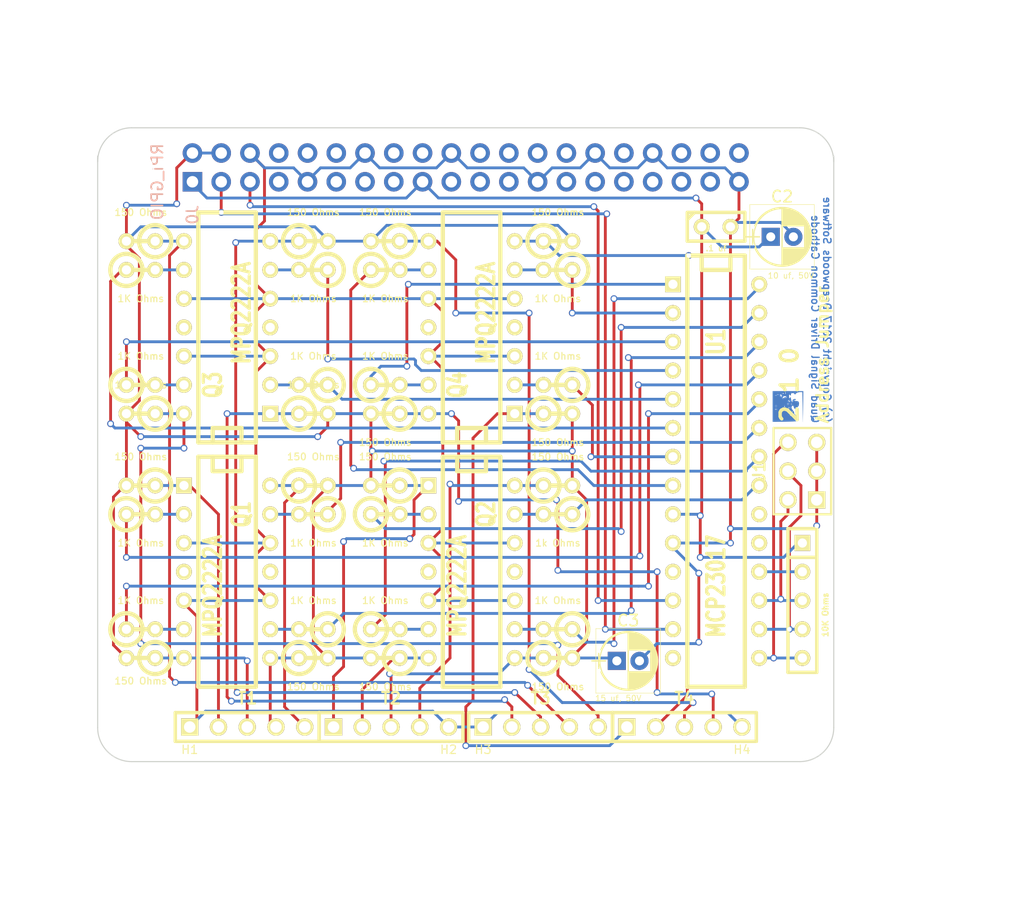
<source format=kicad_pcb>
(kicad_pcb (version 3) (host pcbnew "(2013-june-11)-stable")

  (general
    (links 130)
    (no_connects 0)
    (area 29.28939 20.694 130.847429 101.769)
    (thickness 1.6)
    (drawings 18)
    (tracks 509)
    (zones 0)
    (modules 52)
    (nets 58)
  )

  (page USLetter)
  (title_block 
    (company "Deepwoods Software")
  )

  (layers
    (15 F.Cu signal)
    (0 B.Cu signal)
    (16 B.Adhes user)
    (17 F.Adhes user)
    (18 B.Paste user)
    (19 F.Paste user)
    (20 B.SilkS user)
    (21 F.SilkS user)
    (22 B.Mask user)
    (23 F.Mask user)
    (24 Dwgs.User user)
    (25 Cmts.User user)
    (26 Eco1.User user)
    (27 Eco2.User user)
    (28 Edge.Cuts user)
  )

  (setup
    (last_trace_width 0.25)
    (user_trace_width 0.01)
    (user_trace_width 0.02)
    (user_trace_width 0.05)
    (user_trace_width 0.1)
    (user_trace_width 0.2)
    (trace_clearance 0.2)
    (zone_clearance 0.508)
    (zone_45_only no)
    (trace_min 0.01)
    (segment_width 0.2)
    (edge_width 0.1)
    (via_size 0.6)
    (via_drill 0.4)
    (via_min_size 0.4)
    (via_min_drill 0.3)
    (uvia_size 0.3)
    (uvia_drill 0.1)
    (uvias_allowed no)
    (uvia_min_size 0.2)
    (uvia_min_drill 0.1)
    (pcb_text_width 0.3)
    (pcb_text_size 1.5 1.5)
    (mod_edge_width 0.15)
    (mod_text_size 1 1)
    (mod_text_width 0.15)
    (pad_size 2.75 2.75)
    (pad_drill 2.75)
    (pad_to_mask_clearance 0)
    (aux_axis_origin 0 0)
    (visible_elements 7FFEFFFF)
    (pcbplotparams
      (layerselection 3178497)
      (usegerberextensions false)
      (excludeedgelayer true)
      (linewidth 0.100000)
      (plotframeref false)
      (viasonmask false)
      (mode 1)
      (useauxorigin false)
      (hpglpennumber 1)
      (hpglpenspeed 20)
      (hpglpendiameter 15)
      (hpglpenoverlay 2)
      (psnegative false)
      (psa4output false)
      (plotreference true)
      (plotvalue true)
      (plotothertext true)
      (plotinvisibletext false)
      (padsonsilk false)
      (subtractmaskfromsilk false)
      (outputformat 1)
      (mirror false)
      (drillshape 0)
      (scaleselection 1)
      (outputdirectory meta/))
  )

  (net 0 "")
  (net 1 +5V)
  (net 2 Common)
  (net 3 GP0.0)
  (net 4 GP0.1)
  (net 5 GP0.2)
  (net 6 GP0.3)
  (net 7 GP0.4)
  (net 8 GP0.5)
  (net 9 GP0.6)
  (net 10 GP0.7)
  (net 11 GP1.0)
  (net 12 GP1.1)
  (net 13 GP1.2)
  (net 14 GP1.3)
  (net 15 GP1.4)
  (net 16 GP1.5)
  (net 17 GP1.6)
  (net 18 GP1.7)
  (net 19 H1-G)
  (net 20 H1-L)
  (net 21 H1-R)
  (net 22 H1-Y)
  (net 23 H2-G)
  (net 24 H2-L)
  (net 25 H2-R)
  (net 26 H2-Y)
  (net 27 H3-G)
  (net 28 H3-L)
  (net 29 H3-R)
  (net 30 H3-Y)
  (net 31 H4-G)
  (net 32 H4-L)
  (net 33 H4-R)
  (net 34 H4-Y)
  (net 35 N-0000020)
  (net 36 N-0000021)
  (net 37 N-0000022)
  (net 38 N-0000023)
  (net 39 N-0000024)
  (net 40 N-0000025)
  (net 41 N-0000026)
  (net 42 N-0000030)
  (net 43 N-0000031)
  (net 44 N-0000032)
  (net 45 N-0000033)
  (net 46 N-0000077)
  (net 47 N-0000078)
  (net 48 N-0000079)
  (net 49 N-0000080)
  (net 50 N-0000081)
  (net 51 N-0000082)
  (net 52 N-0000083)
  (net 53 N-0000084)
  (net 54 N-0000085)
  (net 55 SCL)
  (net 56 SDA)
  (net 57 VDD)

  (net_class Default "This is the default net class."
    (clearance 0.2)
    (trace_width 0.25)
    (via_dia 0.6)
    (via_drill 0.4)
    (uvia_dia 0.3)
    (uvia_drill 0.1)
    (add_net "")
    (add_net +5V)
    (add_net Common)
    (add_net GP0.0)
    (add_net GP0.1)
    (add_net GP0.2)
    (add_net GP0.3)
    (add_net GP0.4)
    (add_net GP0.5)
    (add_net GP0.6)
    (add_net GP0.7)
    (add_net GP1.0)
    (add_net GP1.1)
    (add_net GP1.2)
    (add_net GP1.3)
    (add_net GP1.4)
    (add_net GP1.5)
    (add_net GP1.6)
    (add_net GP1.7)
    (add_net H1-G)
    (add_net H1-L)
    (add_net H1-R)
    (add_net H1-Y)
    (add_net H2-G)
    (add_net H2-L)
    (add_net H2-R)
    (add_net H2-Y)
    (add_net H3-G)
    (add_net H3-L)
    (add_net H3-R)
    (add_net H3-Y)
    (add_net H4-G)
    (add_net H4-L)
    (add_net H4-R)
    (add_net H4-Y)
    (add_net N-0000020)
    (add_net N-0000021)
    (add_net N-0000022)
    (add_net N-0000023)
    (add_net N-0000024)
    (add_net N-0000025)
    (add_net N-0000026)
    (add_net N-0000030)
    (add_net N-0000031)
    (add_net N-0000032)
    (add_net N-0000033)
    (add_net N-0000077)
    (add_net N-0000078)
    (add_net N-0000079)
    (add_net N-0000080)
    (add_net N-0000081)
    (add_net N-0000082)
    (add_net N-0000083)
    (add_net N-0000084)
    (add_net N-0000085)
    (add_net SCL)
    (add_net SDA)
    (add_net VDD)
  )

  (module RPi_Hat:Pin_Header_Straight_2x20   locked (layer B.Cu) (tedit 580FA54B) (tstamp 5516AEA0)
    (at 70.601 35.394 90)
    (descr "Through hole pin header")
    (tags "pin header")
    (path /5516AE26)
    (fp_text reference J0 (at -4.191 -24.13 90) (layer B.SilkS)
      (effects (font (size 1 1) (thickness 0.15)) (justify mirror))
    )
    (fp_text value RPi_GPIO (at -1.27 -27.23 90) (layer B.SilkS)
      (effects (font (size 1 1) (thickness 0.15)) (justify mirror))
    )
    (fp_line (start -3.02 -25.88) (end -3.02 25.92) (layer Cmts.User) (width 0.05))
    (fp_line (start 3.03 -25.88) (end 3.03 25.92) (layer Cmts.User) (width 0.05))
    (fp_line (start -3.02 -25.88) (end 3.03 -25.88) (layer Cmts.User) (width 0.05))
    (fp_line (start -3.02 25.92) (end 3.03 25.92) (layer Cmts.User) (width 0.05))
    (fp_line (start 2.54 25.4) (end 2.54 -25.4) (layer Cmts.User) (width 0.15))
    (fp_line (start -2.54 -22.86) (end -2.54 25.4) (layer Cmts.User) (width 0.15))
    (fp_line (start 2.54 25.4) (end -2.54 25.4) (layer Cmts.User) (width 0.15))
    (fp_line (start 2.54 -25.4) (end 0 -25.4) (layer Cmts.User) (width 0.15))
    (fp_line (start -1.27 -25.68) (end -2.82 -25.68) (layer Cmts.User) (width 0.15))
    (fp_line (start 0 -25.4) (end 0 -22.86) (layer Cmts.User) (width 0.15))
    (fp_line (start 0 -22.86) (end -2.54 -22.86) (layer Cmts.User) (width 0.15))
    (fp_line (start -2.82 -25.68) (end -2.82 -24.13) (layer Cmts.User) (width 0.15))
    (pad 1 thru_hole rect (at -1.27 -24.13 90) (size 1.7272 1.7272) (drill 1.016)
      (layers *.Cu *.Mask)
      (net 57 VDD)
    )
    (pad 2 thru_hole oval (at 1.27 -24.13 90) (size 1.7272 1.7272) (drill 1.016)
      (layers *.Cu *.Mask)
      (net 1 +5V)
    )
    (pad 3 thru_hole oval (at -1.27 -21.59 90) (size 1.7272 1.7272) (drill 1.016)
      (layers *.Cu *.Mask)
      (net 56 SDA)
    )
    (pad 4 thru_hole oval (at 1.27 -21.59 90) (size 1.7272 1.7272) (drill 1.016)
      (layers *.Cu *.Mask)
      (net 1 +5V)
    )
    (pad 5 thru_hole oval (at -1.27 -19.05 90) (size 1.7272 1.7272) (drill 1.016)
      (layers *.Cu *.Mask)
      (net 55 SCL)
    )
    (pad 6 thru_hole oval (at 1.27 -19.05 90) (size 1.7272 1.7272) (drill 1.016)
      (layers *.Cu *.Mask)
      (net 2 Common)
    )
    (pad 7 thru_hole oval (at -1.27 -16.51 90) (size 1.7272 1.7272) (drill 1.016)
      (layers *.Cu *.Mask)
    )
    (pad 8 thru_hole oval (at 1.27 -16.51 90) (size 1.7272 1.7272) (drill 1.016)
      (layers *.Cu *.Mask)
    )
    (pad 9 thru_hole oval (at -1.27 -13.97 90) (size 1.7272 1.7272) (drill 1.016)
      (layers *.Cu *.Mask)
      (net 2 Common)
    )
    (pad 10 thru_hole oval (at 1.27 -13.97 90) (size 1.7272 1.7272) (drill 1.016)
      (layers *.Cu *.Mask)
    )
    (pad 11 thru_hole oval (at -1.27 -11.43 90) (size 1.7272 1.7272) (drill 1.016)
      (layers *.Cu *.Mask)
    )
    (pad 12 thru_hole oval (at 1.27 -11.43 90) (size 1.7272 1.7272) (drill 1.016)
      (layers *.Cu *.Mask)
    )
    (pad 13 thru_hole oval (at -1.27 -8.89 90) (size 1.7272 1.7272) (drill 1.016)
      (layers *.Cu *.Mask)
    )
    (pad 14 thru_hole oval (at 1.27 -8.89 90) (size 1.7272 1.7272) (drill 1.016)
      (layers *.Cu *.Mask)
      (net 2 Common)
    )
    (pad 15 thru_hole oval (at -1.27 -6.35 90) (size 1.7272 1.7272) (drill 1.016)
      (layers *.Cu *.Mask)
    )
    (pad 16 thru_hole oval (at 1.27 -6.35 90) (size 1.7272 1.7272) (drill 1.016)
      (layers *.Cu *.Mask)
    )
    (pad 17 thru_hole oval (at -1.27 -3.81 90) (size 1.7272 1.7272) (drill 1.016)
      (layers *.Cu *.Mask)
      (net 57 VDD)
    )
    (pad 18 thru_hole oval (at 1.27 -3.81 90) (size 1.7272 1.7272) (drill 1.016)
      (layers *.Cu *.Mask)
    )
    (pad 19 thru_hole oval (at -1.27 -1.27 90) (size 1.7272 1.7272) (drill 1.016)
      (layers *.Cu *.Mask)
    )
    (pad 20 thru_hole oval (at 1.27 -1.27 90) (size 1.7272 1.7272) (drill 1.016)
      (layers *.Cu *.Mask)
      (net 2 Common)
    )
    (pad 21 thru_hole oval (at -1.27 1.27 90) (size 1.7272 1.7272) (drill 1.016)
      (layers *.Cu *.Mask)
    )
    (pad 22 thru_hole oval (at 1.27 1.27 90) (size 1.7272 1.7272) (drill 1.016)
      (layers *.Cu *.Mask)
    )
    (pad 23 thru_hole oval (at -1.27 3.81 90) (size 1.7272 1.7272) (drill 1.016)
      (layers *.Cu *.Mask)
    )
    (pad 24 thru_hole oval (at 1.27 3.81 90) (size 1.7272 1.7272) (drill 1.016)
      (layers *.Cu *.Mask)
    )
    (pad 25 thru_hole oval (at -1.27 6.35 90) (size 1.7272 1.7272) (drill 1.016)
      (layers *.Cu *.Mask)
      (net 2 Common)
    )
    (pad 26 thru_hole oval (at 1.27 6.35 90) (size 1.7272 1.7272) (drill 1.016)
      (layers *.Cu *.Mask)
    )
    (pad 27 thru_hole oval (at -1.27 8.89 90) (size 1.7272 1.7272) (drill 1.016)
      (layers *.Cu *.Mask)
    )
    (pad 28 thru_hole oval (at 1.27 8.89 90) (size 1.7272 1.7272) (drill 1.016)
      (layers *.Cu *.Mask)
    )
    (pad 29 thru_hole oval (at -1.27 11.43 90) (size 1.7272 1.7272) (drill 1.016)
      (layers *.Cu *.Mask)
    )
    (pad 30 thru_hole oval (at 1.27 11.43 90) (size 1.7272 1.7272) (drill 1.016)
      (layers *.Cu *.Mask)
      (net 2 Common)
    )
    (pad 31 thru_hole oval (at -1.27 13.97 90) (size 1.7272 1.7272) (drill 1.016)
      (layers *.Cu *.Mask)
    )
    (pad 32 thru_hole oval (at 1.27 13.97 90) (size 1.7272 1.7272) (drill 1.016)
      (layers *.Cu *.Mask)
    )
    (pad 33 thru_hole oval (at -1.27 16.51 90) (size 1.7272 1.7272) (drill 1.016)
      (layers *.Cu *.Mask)
    )
    (pad 34 thru_hole oval (at 1.27 16.51 90) (size 1.7272 1.7272) (drill 1.016)
      (layers *.Cu *.Mask)
      (net 2 Common)
    )
    (pad 35 thru_hole oval (at -1.27 19.05 90) (size 1.7272 1.7272) (drill 1.016)
      (layers *.Cu *.Mask)
    )
    (pad 36 thru_hole oval (at 1.27 19.05 90) (size 1.7272 1.7272) (drill 1.016)
      (layers *.Cu *.Mask)
    )
    (pad 37 thru_hole oval (at -1.27 21.59 90) (size 1.7272 1.7272) (drill 1.016)
      (layers *.Cu *.Mask)
    )
    (pad 38 thru_hole oval (at 1.27 21.59 90) (size 1.7272 1.7272) (drill 1.016)
      (layers *.Cu *.Mask)
    )
    (pad 39 thru_hole oval (at -1.27 24.13 90) (size 1.7272 1.7272) (drill 1.016)
      (layers *.Cu *.Mask)
      (net 2 Common)
    )
    (pad 40 thru_hole oval (at 1.27 24.13 90) (size 1.7272 1.7272) (drill 1.016)
      (layers *.Cu *.Mask)
    )
    (model walter/pin_strip/pin_socket_20x2.wrl
      (at (xyz 0 0 0))
      (scale (xyz 1 1 1))
      (rotate (xyz 0 0 90))
    )
    (model walter/pin_strip/pin_strip_20x2.wrl
      (at (xyz 0 0 0.03125))
      (scale (xyz 1 1 1))
      (rotate (xyz 180 0 90))
    )
  )

  (module RPi_Hat:RPi_Hat_Mounting_Hole   locked (layer B.Cu) (tedit 580FABD5) (tstamp 5515DEA9)
    (at 99.601 35.394)
    (descr "Mounting hole, Befestigungsbohrung, 2,7mm, No Annular, Kein Restring,")
    (tags "Mounting hole, Befestigungsbohrung, 2,7mm, No Annular, Kein Restring,")
    (fp_text reference H2 (at 0 -4.0005) (layer B.SilkS) hide
      (effects (font (size 1 1) (thickness 0.15)) (justify mirror))
    )
    (fp_text value "" (at 0.09906 3.59918) (layer B.SilkS) hide
      (effects (font (size 1 1) (thickness 0.15)) (justify mirror))
    )
    (fp_circle (center 0 0) (end 1.375 0) (layer Cmts.User) (width 0.15))
    (fp_circle (center 0 0) (end 3.1 0) (layer Cmts.User) (width 0.15))
    (fp_circle (center 0 0) (end 3.1 0) (layer Cmts.User) (width 0.15))
    (fp_circle (center 0 0) (end 1.375 0) (layer Cmts.User) (width 0.15))
    (fp_circle (center 0 0) (end 3.1 0) (layer Cmts.User) (width 0.15))
    (fp_circle (center 0 0) (end 3.1 0) (layer Cmts.User) (width 0.15))
    (pad "" np_thru_hole circle (at 0 0) (size 2.75 2.75) (drill 2.75)
      (layers *.Cu *.Mask)
      (solder_mask_margin 1.725)
      (clearance 1.725)
    )
  )

  (module RPi_Hat:RPi_Hat_Mounting_Hole   locked (layer B.Cu) (tedit 580FABF4) (tstamp 55169DC9)
    (at 99.601 84.394)
    (descr "Mounting hole, Befestigungsbohrung, 2,7mm, No Annular, Kein Restring,")
    (tags "Mounting hole, Befestigungsbohrung, 2,7mm, No Annular, Kein Restring,")
    (fp_text reference H4 (at 0 -4.0005) (layer B.SilkS) hide
      (effects (font (size 1 1) (thickness 0.15)) (justify mirror))
    )
    (fp_text value "" (at 0.09906 3.59918) (layer B.SilkS) hide
      (effects (font (size 1 1) (thickness 0.15)) (justify mirror))
    )
    (fp_circle (center 0 0) (end 1.375 0) (layer Cmts.User) (width 0.15))
    (fp_circle (center 0 0) (end 3.1 0) (layer Cmts.User) (width 0.15))
    (fp_circle (center 0 0) (end 3.1 0) (layer Cmts.User) (width 0.15))
    (fp_circle (center 0 0) (end 1.375 0) (layer Cmts.User) (width 0.15))
    (fp_circle (center 0 0) (end 3.1 0) (layer Cmts.User) (width 0.15))
    (fp_circle (center 0 0) (end 3.1 0) (layer Cmts.User) (width 0.15))
    (pad "" np_thru_hole circle (at 0 0) (size 2.75 2.75) (drill 2.75)
      (layers *.Cu *.Mask)
      (solder_mask_margin 1.725)
      (clearance 1.725)
    )
  )

  (module RPi_Hat:RPi_Hat_Mounting_Hole   locked (layer B.Cu) (tedit 580FABE5) (tstamp 5515DECC)
    (at 41.601 84.394)
    (descr "Mounting hole, Befestigungsbohrung, 2,7mm, No Annular, Kein Restring,")
    (tags "Mounting hole, Befestigungsbohrung, 2,7mm, No Annular, Kein Restring,")
    (fp_text reference H3 (at 0 -4.0005) (layer B.SilkS) hide
      (effects (font (size 1 1) (thickness 0.15)) (justify mirror))
    )
    (fp_text value "" (at 0.09906 3.59918) (layer B.SilkS) hide
      (effects (font (size 1 1) (thickness 0.15)) (justify mirror))
    )
    (fp_circle (center 0 0) (end 1.375 0) (layer Cmts.User) (width 0.15))
    (fp_circle (center 0 0) (end 3.1 0) (layer Cmts.User) (width 0.15))
    (fp_circle (center 0 0) (end 3.1 0) (layer Cmts.User) (width 0.15))
    (fp_circle (center 0 0) (end 1.375 0) (layer Cmts.User) (width 0.15))
    (fp_circle (center 0 0) (end 3.1 0) (layer Cmts.User) (width 0.15))
    (fp_circle (center 0 0) (end 3.1 0) (layer Cmts.User) (width 0.15))
    (pad "" np_thru_hole circle (at 0 0) (size 2.75 2.75) (drill 2.75)
      (layers *.Cu *.Mask)
      (solder_mask_margin 1.725)
      (clearance 1.725)
    )
  )

  (module RPi_Hat:RPi_Hat_Mounting_Hole   locked (layer B.Cu) (tedit 580FABC5) (tstamp 5515DEBF)
    (at 41.601 35.394)
    (descr "Mounting hole, Befestigungsbohrung, 2,7mm, No Annular, Kein Restring,")
    (tags "Mounting hole, Befestigungsbohrung, 2,7mm, No Annular, Kein Restring,")
    (fp_text reference H1 (at 0 -4.0005) (layer B.SilkS) hide
      (effects (font (size 1 1) (thickness 0.15)) (justify mirror))
    )
    (fp_text value "" (at 0.09906 3.59918) (layer B.SilkS) hide
      (effects (font (size 1 1) (thickness 0.15)) (justify mirror))
    )
    (fp_circle (center 0 0) (end 1.375 0) (layer Cmts.User) (width 0.15))
    (fp_circle (center 0 0) (end 3.1 0) (layer Cmts.User) (width 0.15))
    (fp_circle (center 0 0) (end 3.1 0) (layer Cmts.User) (width 0.15))
    (fp_circle (center 0 0) (end 1.375 0) (layer Cmts.User) (width 0.15))
    (fp_circle (center 0 0) (end 3.1 0) (layer Cmts.User) (width 0.15))
    (fp_circle (center 0 0) (end 3.1 0) (layer Cmts.User) (width 0.15))
    (pad "" np_thru_hole circle (at 0 0) (size 2.75 2.75) (drill 2.75)
      (layers *.Cu *.Mask)
      (solder_mask_margin 1.725)
      (clearance 1.725)
    )
  )

  (module SIL-5 (layer F.Cu) (tedit 59EB4AC0) (tstamp 59E8E45A)
    (at 100.33 74.93 270)
    (descr "Connecteur 5 pins")
    (tags "CONN DEV")
    (path /59E8A9EF)
    (fp_text reference RR1 (at -0.635 -2.54 270) (layer F.SilkS) hide
      (effects (font (size 1.72974 1.08712) (thickness 0.27178)))
    )
    (fp_text value "10K Ohms" (at 0 -2.032 270) (layer F.SilkS)
      (effects (font (size 0.5 0.5) (thickness 0.125)))
    )
    (fp_line (start -7.62 1.27) (end -7.62 -1.27) (layer F.SilkS) (width 0.3048))
    (fp_line (start -7.62 -1.27) (end 5.08 -1.27) (layer F.SilkS) (width 0.3048))
    (fp_line (start 5.08 -1.27) (end 5.08 1.27) (layer F.SilkS) (width 0.3048))
    (fp_line (start 5.08 1.27) (end -7.62 1.27) (layer F.SilkS) (width 0.3048))
    (fp_line (start -5.08 1.27) (end -5.08 -1.27) (layer F.SilkS) (width 0.3048))
    (pad 1 thru_hole rect (at -6.35 0 270) (size 1.397 1.397) (drill 0.8128)
      (layers *.Cu *.Mask F.SilkS)
      (net 57 VDD)
    )
    (pad 2 thru_hole circle (at -3.81 0 270) (size 1.397 1.397) (drill 0.8128)
      (layers *.Cu *.Mask F.SilkS)
      (net 38 N-0000023)
    )
    (pad 3 thru_hole circle (at -1.27 0 270) (size 1.397 1.397) (drill 0.8128)
      (layers *.Cu *.Mask F.SilkS)
      (net 37 N-0000022)
    )
    (pad 4 thru_hole circle (at 1.27 0 270) (size 1.397 1.397) (drill 0.8128)
      (layers *.Cu *.Mask F.SilkS)
      (net 36 N-0000021)
    )
    (pad 5 thru_hole circle (at 3.81 0 270) (size 1.397 1.397) (drill 0.8128)
      (layers *.Cu *.Mask F.SilkS)
      (net 35 N-0000020)
    )
  )

  (module ScrewTerm_2.54-5 (layer F.Cu) (tedit 59EB4BC3) (tstamp 59E8E467)
    (at 51.308 84.836)
    (descr "Screw Terminals on 2.54mm centers, 5 position")
    (tags CONN)
    (path /59E8B093)
    (fp_text reference T1 (at 0 -2.54) (layer F.SilkS)
      (effects (font (size 1.016 1.016) (thickness 0.2032)))
    )
    (fp_text value H1 (at -5.08 2) (layer F.SilkS)
      (effects (font (size 0.75 0.75) (thickness 0.1016)))
    )
    (fp_line (start -6.35 -1.27) (end -6.35 1.27) (layer F.SilkS) (width 0.3048))
    (fp_line (start 6.35 1.27) (end 6.35 -1.27) (layer F.SilkS) (width 0.3048))
    (fp_line (start -6.35 -1.27) (end 6.35 -1.27) (layer F.SilkS) (width 0.3048))
    (fp_line (start 6.35 1.27) (end -6.35 1.27) (layer F.SilkS) (width 0.3048))
    (pad 1 thru_hole rect (at -5.08 0) (size 1.524 1.524) (drill 1.016)
      (layers *.Cu *.Mask F.SilkS)
      (net 2 Common)
    )
    (pad 2 thru_hole circle (at -2.54 0) (size 1.524 1.524) (drill 1.016)
      (layers *.Cu *.Mask F.SilkS)
      (net 24 H2-L)
    )
    (pad 3 thru_hole circle (at 0 0) (size 1.524 1.524) (drill 1.016)
      (layers *.Cu *.Mask F.SilkS)
      (net 19 H1-G)
    )
    (pad 4 thru_hole circle (at 2.54 0) (size 1.524 1.524) (drill 1.016)
      (layers *.Cu *.Mask F.SilkS)
      (net 25 H2-R)
    )
    (pad 5 thru_hole circle (at 5.08 0) (size 1.524 1.524) (drill 1.016)
      (layers *.Cu *.Mask F.SilkS)
      (net 22 H1-Y)
    )
    (model walter/conn_screw/mors_5p.wrl
      (at (xyz 0 0 0))
      (scale (xyz 0.5 0.5 0.5))
      (rotate (xyz 0 0 180))
    )
  )

  (module ScrewTerm_2.54-5 (layer F.Cu) (tedit 59EB4BD8) (tstamp 59E8E474)
    (at 64.008 84.836)
    (descr "Screw Terminals on 2.54mm centers, 5 position")
    (tags CONN)
    (path /59E8B0A2)
    (fp_text reference T2 (at 0 -2.54) (layer F.SilkS)
      (effects (font (size 1.016 1.016) (thickness 0.2032)))
    )
    (fp_text value H2 (at 5.08 2) (layer F.SilkS)
      (effects (font (size 0.75 0.75) (thickness 0.1016)))
    )
    (fp_line (start -6.35 -1.27) (end -6.35 1.27) (layer F.SilkS) (width 0.3048))
    (fp_line (start 6.35 1.27) (end 6.35 -1.27) (layer F.SilkS) (width 0.3048))
    (fp_line (start -6.35 -1.27) (end 6.35 -1.27) (layer F.SilkS) (width 0.3048))
    (fp_line (start 6.35 1.27) (end -6.35 1.27) (layer F.SilkS) (width 0.3048))
    (pad 1 thru_hole rect (at -5.08 0) (size 1.524 1.524) (drill 1.016)
      (layers *.Cu *.Mask F.SilkS)
      (net 26 H2-Y)
    )
    (pad 2 thru_hole circle (at -2.54 0) (size 1.524 1.524) (drill 1.016)
      (layers *.Cu *.Mask F.SilkS)
      (net 21 H1-R)
    )
    (pad 3 thru_hole circle (at 0 0) (size 1.524 1.524) (drill 1.016)
      (layers *.Cu *.Mask F.SilkS)
      (net 23 H2-G)
    )
    (pad 4 thru_hole circle (at 2.54 0) (size 1.524 1.524) (drill 1.016)
      (layers *.Cu *.Mask F.SilkS)
      (net 20 H1-L)
    )
    (pad 5 thru_hole circle (at 5.08 0) (size 1.524 1.524) (drill 1.016)
      (layers *.Cu *.Mask F.SilkS)
      (net 2 Common)
    )
    (model walter/conn_screw/mors_5p.wrl
      (at (xyz 0 0 0))
      (scale (xyz 0.5 0.5 0.5))
      (rotate (xyz 0 0 180))
    )
  )

  (module ScrewTerm_2.54-5 (layer F.Cu) (tedit 59EB4C12) (tstamp 59E8E481)
    (at 77.216 84.836)
    (descr "Screw Terminals on 2.54mm centers, 5 position")
    (tags CONN)
    (path /59E8B0B1)
    (fp_text reference T3 (at 0 -2.54) (layer F.SilkS)
      (effects (font (size 1.016 1.016) (thickness 0.2032)))
    )
    (fp_text value H3 (at -5.08 2) (layer F.SilkS)
      (effects (font (size 0.75 0.75) (thickness 0.1016)))
    )
    (fp_line (start -6.35 -1.27) (end -6.35 1.27) (layer F.SilkS) (width 0.3048))
    (fp_line (start 6.35 1.27) (end 6.35 -1.27) (layer F.SilkS) (width 0.3048))
    (fp_line (start -6.35 -1.27) (end 6.35 -1.27) (layer F.SilkS) (width 0.3048))
    (fp_line (start 6.35 1.27) (end -6.35 1.27) (layer F.SilkS) (width 0.3048))
    (pad 1 thru_hole rect (at -5.08 0) (size 1.524 1.524) (drill 1.016)
      (layers *.Cu *.Mask F.SilkS)
      (net 2 Common)
    )
    (pad 2 thru_hole circle (at -2.54 0) (size 1.524 1.524) (drill 1.016)
      (layers *.Cu *.Mask F.SilkS)
      (net 32 H4-L)
    )
    (pad 3 thru_hole circle (at 0 0) (size 1.524 1.524) (drill 1.016)
      (layers *.Cu *.Mask F.SilkS)
      (net 27 H3-G)
    )
    (pad 4 thru_hole circle (at 2.54 0) (size 1.524 1.524) (drill 1.016)
      (layers *.Cu *.Mask F.SilkS)
      (net 33 H4-R)
    )
    (pad 5 thru_hole circle (at 5.08 0) (size 1.524 1.524) (drill 1.016)
      (layers *.Cu *.Mask F.SilkS)
      (net 30 H3-Y)
    )
    (model walter/conn_screw/mors_5p.wrl
      (at (xyz 0 0 0))
      (scale (xyz 0.5 0.5 0.5))
      (rotate (xyz 0 0 180))
    )
  )

  (module ScrewTerm_2.54-5 (layer F.Cu) (tedit 59EB4C34) (tstamp 59E8E48E)
    (at 89.916 84.836)
    (descr "Screw Terminals on 2.54mm centers, 5 position")
    (tags CONN)
    (path /59E8B0C0)
    (fp_text reference T4 (at 0 -2.54) (layer F.SilkS)
      (effects (font (size 1.016 1.016) (thickness 0.2032)))
    )
    (fp_text value H4 (at 5.08 2) (layer F.SilkS)
      (effects (font (size 0.75 0.75) (thickness 0.1016)))
    )
    (fp_line (start -6.35 -1.27) (end -6.35 1.27) (layer F.SilkS) (width 0.3048))
    (fp_line (start 6.35 1.27) (end 6.35 -1.27) (layer F.SilkS) (width 0.3048))
    (fp_line (start -6.35 -1.27) (end 6.35 -1.27) (layer F.SilkS) (width 0.3048))
    (fp_line (start 6.35 1.27) (end -6.35 1.27) (layer F.SilkS) (width 0.3048))
    (pad 1 thru_hole rect (at -5.08 0) (size 1.524 1.524) (drill 1.016)
      (layers *.Cu *.Mask F.SilkS)
      (net 34 H4-Y)
    )
    (pad 2 thru_hole circle (at -2.54 0) (size 1.524 1.524) (drill 1.016)
      (layers *.Cu *.Mask F.SilkS)
      (net 29 H3-R)
    )
    (pad 3 thru_hole circle (at 0 0) (size 1.524 1.524) (drill 1.016)
      (layers *.Cu *.Mask F.SilkS)
      (net 31 H4-G)
    )
    (pad 4 thru_hole circle (at 2.54 0) (size 1.524 1.524) (drill 1.016)
      (layers *.Cu *.Mask F.SilkS)
      (net 28 H3-L)
    )
    (pad 5 thru_hole circle (at 5.08 0) (size 1.524 1.524) (drill 1.016)
      (layers *.Cu *.Mask F.SilkS)
      (net 2 Common)
    )
    (model walter/conn_screw/mors_5p.wrl
      (at (xyz 0 0 0))
      (scale (xyz 0.5 0.5 0.5))
      (rotate (xyz 0 0 180))
    )
  )

  (module R1 (layer F.Cu) (tedit 200000) (tstamp 59E8E496)
    (at 63.5 41.91 180)
    (descr "Resistance verticale")
    (tags R)
    (path /59E8A695)
    (autoplace_cost90 10)
    (autoplace_cost180 10)
    (fp_text reference R31 (at -1.016 2.54 180) (layer F.SilkS) hide
      (effects (font (size 1.397 1.27) (thickness 0.2032)))
    )
    (fp_text value "150 Ohms" (at 0 2.54 180) (layer F.SilkS)
      (effects (font (size 0.6 0.6) (thickness 0.1016)))
    )
    (fp_line (start -1.27 0) (end 1.27 0) (layer F.SilkS) (width 0.381))
    (fp_circle (center -1.27 0) (end -0.635 1.27) (layer F.SilkS) (width 0.381))
    (pad 1 thru_hole circle (at -1.27 0 180) (size 1.397 1.397) (drill 0.8128)
      (layers *.Cu *.Mask F.SilkS)
      (net 31 H4-G)
    )
    (pad 2 thru_hole circle (at 1.27 0 180) (size 1.397 1.397) (drill 0.8128)
      (layers *.Cu *.Mask F.SilkS)
      (net 1 +5V)
    )
    (model discret/verti_resistor.wrl
      (at (xyz 0 0 0))
      (scale (xyz 1 1 1))
      (rotate (xyz 0 0 0))
    )
  )

  (module R1 (layer F.Cu) (tedit 59EB499C) (tstamp 59E8E49E)
    (at 63.5 44.45)
    (descr "Resistance verticale")
    (tags R)
    (path /59E8A68F)
    (autoplace_cost90 10)
    (autoplace_cost180 10)
    (fp_text reference R27 (at -1.016 2.54) (layer F.SilkS) hide
      (effects (font (size 1.397 1.27) (thickness 0.2032)))
    )
    (fp_text value "1K Ohms" (at 0 2.54) (layer F.SilkS)
      (effects (font (size 0.6 0.6) (thickness 0.1016)))
    )
    (fp_line (start -1.27 0) (end 1.27 0) (layer F.SilkS) (width 0.381))
    (fp_circle (center -1.27 0) (end -0.635 1.27) (layer F.SilkS) (width 0.381))
    (pad 1 thru_hole circle (at -1.27 0) (size 1.397 1.397) (drill 0.8128)
      (layers *.Cu *.Mask F.SilkS)
      (net 18 GP1.7)
    )
    (pad 2 thru_hole circle (at 1.27 0) (size 1.397 1.397) (drill 0.8128)
      (layers *.Cu *.Mask F.SilkS)
      (net 47 N-0000078)
    )
    (model discret/verti_resistor.wrl
      (at (xyz 0 0 0))
      (scale (xyz 1 1 1))
      (rotate (xyz 0 0 0))
    )
  )

  (module R1 (layer F.Cu) (tedit 200000) (tstamp 59E8E4A6)
    (at 78.74 41.91)
    (descr "Resistance verticale")
    (tags R)
    (path /59E8A67C)
    (autoplace_cost90 10)
    (autoplace_cost180 10)
    (fp_text reference R30 (at -1.016 2.54) (layer F.SilkS) hide
      (effects (font (size 1.397 1.27) (thickness 0.2032)))
    )
    (fp_text value "150 Ohms" (at 0 -2.54) (layer F.SilkS)
      (effects (font (size 0.6 0.6) (thickness 0.1016)))
    )
    (fp_line (start -1.27 0) (end 1.27 0) (layer F.SilkS) (width 0.381))
    (fp_circle (center -1.27 0) (end -0.635 1.27) (layer F.SilkS) (width 0.381))
    (pad 1 thru_hole circle (at -1.27 0) (size 1.397 1.397) (drill 0.8128)
      (layers *.Cu *.Mask F.SilkS)
      (net 29 H3-R)
    )
    (pad 2 thru_hole circle (at 1.27 0) (size 1.397 1.397) (drill 0.8128)
      (layers *.Cu *.Mask F.SilkS)
      (net 1 +5V)
    )
    (model discret/verti_resistor.wrl
      (at (xyz 0 0 0))
      (scale (xyz 1 1 1))
      (rotate (xyz 0 0 0))
    )
  )

  (module R1 (layer F.Cu) (tedit 59EB49AC) (tstamp 59E8E4AE)
    (at 78.74 44.45 180)
    (descr "Resistance verticale")
    (tags R)
    (path /59E8A676)
    (autoplace_cost90 10)
    (autoplace_cost180 10)
    (fp_text reference R26 (at -1.016 2.54 180) (layer F.SilkS) hide
      (effects (font (size 1.397 1.27) (thickness 0.2032)))
    )
    (fp_text value "1K Ohms" (at 0 -2.54 180) (layer F.SilkS)
      (effects (font (size 0.6 0.6) (thickness 0.1016)))
    )
    (fp_line (start -1.27 0) (end 1.27 0) (layer F.SilkS) (width 0.381))
    (fp_circle (center -1.27 0) (end -0.635 1.27) (layer F.SilkS) (width 0.381))
    (pad 1 thru_hole circle (at -1.27 0 180) (size 1.397 1.397) (drill 0.8128)
      (layers *.Cu *.Mask F.SilkS)
      (net 12 GP1.1)
    )
    (pad 2 thru_hole circle (at 1.27 0 180) (size 1.397 1.397) (drill 0.8128)
      (layers *.Cu *.Mask F.SilkS)
      (net 48 N-0000079)
    )
    (model discret/verti_resistor.wrl
      (at (xyz 0 0 0))
      (scale (xyz 1 1 1))
      (rotate (xyz 0 0 0))
    )
  )

  (module R1 (layer F.Cu) (tedit 59EB49C1) (tstamp 59E8E4B6)
    (at 78.74 57.15)
    (descr "Resistance verticale")
    (tags R)
    (path /59E8A663)
    (autoplace_cost90 10)
    (autoplace_cost180 10)
    (fp_text reference R29 (at -1.016 2.54) (layer F.SilkS) hide
      (effects (font (size 1.397 1.27) (thickness 0.2032)))
    )
    (fp_text value "150 Ohms" (at 0 2.54) (layer F.SilkS)
      (effects (font (size 0.6 0.6) (thickness 0.1016)))
    )
    (fp_line (start -1.27 0) (end 1.27 0) (layer F.SilkS) (width 0.381))
    (fp_circle (center -1.27 0) (end -0.635 1.27) (layer F.SilkS) (width 0.381))
    (pad 1 thru_hole circle (at -1.27 0) (size 1.397 1.397) (drill 0.8128)
      (layers *.Cu *.Mask F.SilkS)
      (net 34 H4-Y)
    )
    (pad 2 thru_hole circle (at 1.27 0) (size 1.397 1.397) (drill 0.8128)
      (layers *.Cu *.Mask F.SilkS)
      (net 1 +5V)
    )
    (model discret/verti_resistor.wrl
      (at (xyz 0 0 0))
      (scale (xyz 1 1 1))
      (rotate (xyz 0 0 0))
    )
  )

  (module R1 (layer F.Cu) (tedit 200000) (tstamp 59E8E4BE)
    (at 78.74 54.61 180)
    (descr "Resistance verticale")
    (tags R)
    (path /59E8A65D)
    (autoplace_cost90 10)
    (autoplace_cost180 10)
    (fp_text reference R25 (at -1.016 2.54 180) (layer F.SilkS) hide
      (effects (font (size 1.397 1.27) (thickness 0.2032)))
    )
    (fp_text value "1K Ohms" (at 0 2.54 180) (layer F.SilkS)
      (effects (font (size 0.6 0.6) (thickness 0.1016)))
    )
    (fp_line (start -1.27 0) (end 1.27 0) (layer F.SilkS) (width 0.381))
    (fp_circle (center -1.27 0) (end -0.635 1.27) (layer F.SilkS) (width 0.381))
    (pad 1 thru_hole circle (at -1.27 0 180) (size 1.397 1.397) (drill 0.8128)
      (layers *.Cu *.Mask F.SilkS)
      (net 17 GP1.6)
    )
    (pad 2 thru_hole circle (at 1.27 0 180) (size 1.397 1.397) (drill 0.8128)
      (layers *.Cu *.Mask F.SilkS)
      (net 52 N-0000083)
    )
    (model discret/verti_resistor.wrl
      (at (xyz 0 0 0))
      (scale (xyz 1 1 1))
      (rotate (xyz 0 0 0))
    )
  )

  (module R1 (layer F.Cu) (tedit 200000) (tstamp 59E8E4C6)
    (at 63.5 54.61)
    (descr "Resistance verticale")
    (tags R)
    (path /59E8A6A8)
    (autoplace_cost90 10)
    (autoplace_cost180 10)
    (fp_text reference R28 (at -1.016 2.54) (layer F.SilkS) hide
      (effects (font (size 1.397 1.27) (thickness 0.2032)))
    )
    (fp_text value "1K Ohms" (at 0 -2.54) (layer F.SilkS)
      (effects (font (size 0.6 0.6) (thickness 0.1016)))
    )
    (fp_line (start -1.27 0) (end 1.27 0) (layer F.SilkS) (width 0.381))
    (fp_circle (center -1.27 0) (end -0.635 1.27) (layer F.SilkS) (width 0.381))
    (pad 1 thru_hole circle (at -1.27 0) (size 1.397 1.397) (drill 0.8128)
      (layers *.Cu *.Mask F.SilkS)
      (net 11 GP1.0)
    )
    (pad 2 thru_hole circle (at 1.27 0) (size 1.397 1.397) (drill 0.8128)
      (layers *.Cu *.Mask F.SilkS)
      (net 46 N-0000077)
    )
    (model discret/verti_resistor.wrl
      (at (xyz 0 0 0))
      (scale (xyz 1 1 1))
      (rotate (xyz 0 0 0))
    )
  )

  (module R1 (layer F.Cu) (tedit 200000) (tstamp 59E8E4CE)
    (at 41.91 57.15 180)
    (descr "Resistance verticale")
    (tags R)
    (path /59E8A64A)
    (autoplace_cost90 10)
    (autoplace_cost180 10)
    (fp_text reference R24 (at -1.016 2.54 180) (layer F.SilkS) hide
      (effects (font (size 1.397 1.27) (thickness 0.2032)))
    )
    (fp_text value "150 Ohms" (at 0 2.54 180) (layer F.SilkS)
      (effects (font (size 0.6 0.6) (thickness 0.1016)))
    )
    (fp_line (start -1.27 0) (end 1.27 0) (layer F.SilkS) (width 0.381))
    (fp_circle (center -1.27 0) (end -0.635 1.27) (layer F.SilkS) (width 0.381))
    (pad 1 thru_hole circle (at -1.27 0 180) (size 1.397 1.397) (drill 0.8128)
      (layers *.Cu *.Mask F.SilkS)
      (net 30 H3-Y)
    )
    (pad 2 thru_hole circle (at 1.27 0 180) (size 1.397 1.397) (drill 0.8128)
      (layers *.Cu *.Mask F.SilkS)
      (net 1 +5V)
    )
    (model discret/verti_resistor.wrl
      (at (xyz 0 0 0))
      (scale (xyz 1 1 1))
      (rotate (xyz 0 0 0))
    )
  )

  (module R1 (layer F.Cu) (tedit 200000) (tstamp 59E8E4D6)
    (at 41.91 54.61)
    (descr "Resistance verticale")
    (tags R)
    (path /59E8A644)
    (autoplace_cost90 10)
    (autoplace_cost180 10)
    (fp_text reference R20 (at -1.016 2.54) (layer F.SilkS) hide
      (effects (font (size 1.397 1.27) (thickness 0.2032)))
    )
    (fp_text value "1K Ohms" (at 0 -2.54) (layer F.SilkS)
      (effects (font (size 0.6 0.6) (thickness 0.1016)))
    )
    (fp_line (start -1.27 0) (end 1.27 0) (layer F.SilkS) (width 0.381))
    (fp_circle (center -1.27 0) (end -0.635 1.27) (layer F.SilkS) (width 0.381))
    (pad 1 thru_hole circle (at -1.27 0) (size 1.397 1.397) (drill 0.8128)
      (layers *.Cu *.Mask F.SilkS)
      (net 13 GP1.2)
    )
    (pad 2 thru_hole circle (at 1.27 0) (size 1.397 1.397) (drill 0.8128)
      (layers *.Cu *.Mask F.SilkS)
      (net 53 N-0000084)
    )
    (model discret/verti_resistor.wrl
      (at (xyz 0 0 0))
      (scale (xyz 1 1 1))
      (rotate (xyz 0 0 0))
    )
  )

  (module R1 (layer F.Cu) (tedit 200000) (tstamp 59E8E4DE)
    (at 41.91 41.91 180)
    (descr "Resistance verticale")
    (tags R)
    (path /59E8A631)
    (autoplace_cost90 10)
    (autoplace_cost180 10)
    (fp_text reference R23 (at -1.016 2.54 180) (layer F.SilkS) hide
      (effects (font (size 1.397 1.27) (thickness 0.2032)))
    )
    (fp_text value "150 Ohms" (at 0 2.54 180) (layer F.SilkS)
      (effects (font (size 0.6 0.6) (thickness 0.1016)))
    )
    (fp_line (start -1.27 0) (end 1.27 0) (layer F.SilkS) (width 0.381))
    (fp_circle (center -1.27 0) (end -0.635 1.27) (layer F.SilkS) (width 0.381))
    (pad 1 thru_hole circle (at -1.27 0 180) (size 1.397 1.397) (drill 0.8128)
      (layers *.Cu *.Mask F.SilkS)
      (net 33 H4-R)
    )
    (pad 2 thru_hole circle (at 1.27 0 180) (size 1.397 1.397) (drill 0.8128)
      (layers *.Cu *.Mask F.SilkS)
      (net 1 +5V)
    )
    (model discret/verti_resistor.wrl
      (at (xyz 0 0 0))
      (scale (xyz 1 1 1))
      (rotate (xyz 0 0 0))
    )
  )

  (module R1 (layer F.Cu) (tedit 59EB4981) (tstamp 59E8E4E6)
    (at 41.91 44.45)
    (descr "Resistance verticale")
    (tags R)
    (path /59E8A62B)
    (autoplace_cost90 10)
    (autoplace_cost180 10)
    (fp_text reference R19 (at -1.016 2.54) (layer F.SilkS) hide
      (effects (font (size 1.397 1.27) (thickness 0.2032)))
    )
    (fp_text value "1K Ohms" (at 0 2.54) (layer F.SilkS)
      (effects (font (size 0.6 0.6) (thickness 0.1016)))
    )
    (fp_line (start -1.27 0) (end 1.27 0) (layer F.SilkS) (width 0.381))
    (fp_circle (center -1.27 0) (end -0.635 1.27) (layer F.SilkS) (width 0.381))
    (pad 1 thru_hole circle (at -1.27 0) (size 1.397 1.397) (drill 0.8128)
      (layers *.Cu *.Mask F.SilkS)
      (net 16 GP1.5)
    )
    (pad 2 thru_hole circle (at 1.27 0) (size 1.397 1.397) (drill 0.8128)
      (layers *.Cu *.Mask F.SilkS)
      (net 54 N-0000085)
    )
    (model discret/verti_resistor.wrl
      (at (xyz 0 0 0))
      (scale (xyz 1 1 1))
      (rotate (xyz 0 0 0))
    )
  )

  (module R1 (layer F.Cu) (tedit 200000) (tstamp 59E8E4EE)
    (at 57.15 41.91)
    (descr "Resistance verticale")
    (tags R)
    (path /59E8A618)
    (autoplace_cost90 10)
    (autoplace_cost180 10)
    (fp_text reference R22 (at -1.016 2.54) (layer F.SilkS) hide
      (effects (font (size 1.397 1.27) (thickness 0.2032)))
    )
    (fp_text value "150 Ohms" (at 0 -2.54) (layer F.SilkS)
      (effects (font (size 0.6 0.6) (thickness 0.1016)))
    )
    (fp_line (start -1.27 0) (end 1.27 0) (layer F.SilkS) (width 0.381))
    (fp_circle (center -1.27 0) (end -0.635 1.27) (layer F.SilkS) (width 0.381))
    (pad 1 thru_hole circle (at -1.27 0) (size 1.397 1.397) (drill 0.8128)
      (layers *.Cu *.Mask F.SilkS)
      (net 27 H3-G)
    )
    (pad 2 thru_hole circle (at 1.27 0) (size 1.397 1.397) (drill 0.8128)
      (layers *.Cu *.Mask F.SilkS)
      (net 1 +5V)
    )
    (model discret/verti_resistor.wrl
      (at (xyz 0 0 0))
      (scale (xyz 1 1 1))
      (rotate (xyz 0 0 0))
    )
  )

  (module R1 (layer F.Cu) (tedit 59EB4990) (tstamp 59E8E4F6)
    (at 57.15 44.45 180)
    (descr "Resistance verticale")
    (tags R)
    (path /59E8A612)
    (autoplace_cost90 10)
    (autoplace_cost180 10)
    (fp_text reference R18 (at -1.016 2.54 180) (layer F.SilkS) hide
      (effects (font (size 1.397 1.27) (thickness 0.2032)))
    )
    (fp_text value "1K Ohms" (at 0 -2.54 180) (layer F.SilkS)
      (effects (font (size 0.6 0.6) (thickness 0.1016)))
    )
    (fp_line (start -1.27 0) (end 1.27 0) (layer F.SilkS) (width 0.381))
    (fp_circle (center -1.27 0) (end -0.635 1.27) (layer F.SilkS) (width 0.381))
    (pad 1 thru_hole circle (at -1.27 0 180) (size 1.397 1.397) (drill 0.8128)
      (layers *.Cu *.Mask F.SilkS)
      (net 14 GP1.3)
    )
    (pad 2 thru_hole circle (at 1.27 0 180) (size 1.397 1.397) (drill 0.8128)
      (layers *.Cu *.Mask F.SilkS)
      (net 49 N-0000080)
    )
    (model discret/verti_resistor.wrl
      (at (xyz 0 0 0))
      (scale (xyz 1 1 1))
      (rotate (xyz 0 0 0))
    )
  )

  (module R1 (layer F.Cu) (tedit 200000) (tstamp 59E8E4FE)
    (at 57.15 57.15)
    (descr "Resistance verticale")
    (tags R)
    (path /59E8A5FF)
    (autoplace_cost90 10)
    (autoplace_cost180 10)
    (fp_text reference R21 (at -1.016 2.54) (layer F.SilkS) hide
      (effects (font (size 1.397 1.27) (thickness 0.2032)))
    )
    (fp_text value "150 Ohms" (at 0 -2.54) (layer F.SilkS)
      (effects (font (size 0.6 0.6) (thickness 0.1016)))
    )
    (fp_line (start -1.27 0) (end 1.27 0) (layer F.SilkS) (width 0.381))
    (fp_circle (center -1.27 0) (end -0.635 1.27) (layer F.SilkS) (width 0.381))
    (pad 1 thru_hole circle (at -1.27 0) (size 1.397 1.397) (drill 0.8128)
      (layers *.Cu *.Mask F.SilkS)
      (net 32 H4-L)
    )
    (pad 2 thru_hole circle (at 1.27 0) (size 1.397 1.397) (drill 0.8128)
      (layers *.Cu *.Mask F.SilkS)
      (net 1 +5V)
    )
    (model discret/verti_resistor.wrl
      (at (xyz 0 0 0))
      (scale (xyz 1 1 1))
      (rotate (xyz 0 0 0))
    )
  )

  (module R1 (layer F.Cu) (tedit 59EB49D0) (tstamp 59E8E506)
    (at 63.5 57.15 180)
    (descr "Resistance verticale")
    (tags R)
    (path /59E8A6AE)
    (autoplace_cost90 10)
    (autoplace_cost180 10)
    (fp_text reference R32 (at -1.016 2.54 180) (layer F.SilkS) hide
      (effects (font (size 1.397 1.27) (thickness 0.2032)))
    )
    (fp_text value "150 Ohms" (at 0 -2.54 180) (layer F.SilkS)
      (effects (font (size 0.6 0.6) (thickness 0.1016)))
    )
    (fp_line (start -1.27 0) (end 1.27 0) (layer F.SilkS) (width 0.381))
    (fp_circle (center -1.27 0) (end -0.635 1.27) (layer F.SilkS) (width 0.381))
    (pad 1 thru_hole circle (at -1.27 0 180) (size 1.397 1.397) (drill 0.8128)
      (layers *.Cu *.Mask F.SilkS)
      (net 28 H3-L)
    )
    (pad 2 thru_hole circle (at 1.27 0 180) (size 1.397 1.397) (drill 0.8128)
      (layers *.Cu *.Mask F.SilkS)
      (net 1 +5V)
    )
    (model discret/verti_resistor.wrl
      (at (xyz 0 0 0))
      (scale (xyz 1 1 1))
      (rotate (xyz 0 0 0))
    )
  )

  (module R1 (layer F.Cu) (tedit 200000) (tstamp 59E8E50E)
    (at 41.91 63.5 180)
    (descr "Resistance verticale")
    (tags R)
    (path /59E8A4D6)
    (autoplace_cost90 10)
    (autoplace_cost180 10)
    (fp_text reference R5 (at -1.016 2.54 180) (layer F.SilkS) hide
      (effects (font (size 1.397 1.27) (thickness 0.2032)))
    )
    (fp_text value "150 Ohms" (at 0 2.54 180) (layer F.SilkS)
      (effects (font (size 0.6 0.6) (thickness 0.1016)))
    )
    (fp_line (start -1.27 0) (end 1.27 0) (layer F.SilkS) (width 0.381))
    (fp_circle (center -1.27 0) (end -0.635 1.27) (layer F.SilkS) (width 0.381))
    (pad 1 thru_hole circle (at -1.27 0 180) (size 1.397 1.397) (drill 0.8128)
      (layers *.Cu *.Mask F.SilkS)
      (net 24 H2-L)
    )
    (pad 2 thru_hole circle (at 1.27 0 180) (size 1.397 1.397) (drill 0.8128)
      (layers *.Cu *.Mask F.SilkS)
      (net 1 +5V)
    )
    (model discret/verti_resistor.wrl
      (at (xyz 0 0 0))
      (scale (xyz 1 1 1))
      (rotate (xyz 0 0 0))
    )
  )

  (module R1 (layer F.Cu) (tedit 200000) (tstamp 59E8E516)
    (at 41.91 76.2)
    (descr "Resistance verticale")
    (tags R)
    (path /59E8A50E)
    (autoplace_cost90 10)
    (autoplace_cost180 10)
    (fp_text reference R2 (at -1.016 2.54) (layer F.SilkS) hide
      (effects (font (size 1.397 1.27) (thickness 0.2032)))
    )
    (fp_text value "1K Ohms" (at 0 -2.54) (layer F.SilkS)
      (effects (font (size 0.6 0.6) (thickness 0.1016)))
    )
    (fp_line (start -1.27 0) (end 1.27 0) (layer F.SilkS) (width 0.381))
    (fp_circle (center -1.27 0) (end -0.635 1.27) (layer F.SilkS) (width 0.381))
    (pad 1 thru_hole circle (at -1.27 0) (size 1.397 1.397) (drill 0.8128)
      (layers *.Cu *.Mask F.SilkS)
      (net 6 GP0.3)
    )
    (pad 2 thru_hole circle (at 1.27 0) (size 1.397 1.397) (drill 0.8128)
      (layers *.Cu *.Mask F.SilkS)
      (net 40 N-0000025)
    )
    (model discret/verti_resistor.wrl
      (at (xyz 0 0 0))
      (scale (xyz 1 1 1))
      (rotate (xyz 0 0 0))
    )
  )

  (module R1 (layer F.Cu) (tedit 59EB4E41) (tstamp 59E8E51E)
    (at 41.91 78.74 180)
    (descr "Resistance verticale")
    (tags R)
    (path /59E8A514)
    (autoplace_cost90 10)
    (autoplace_cost180 10)
    (fp_text reference R6 (at -1.016 2.54 180) (layer F.SilkS) hide
      (effects (font (size 1.397 1.27) (thickness 0.2032)))
    )
    (fp_text value "150 Ohms" (at 0 -2.032 180) (layer F.SilkS)
      (effects (font (size 0.6 0.6) (thickness 0.1016)))
    )
    (fp_line (start -1.27 0) (end 1.27 0) (layer F.SilkS) (width 0.381))
    (fp_circle (center -1.27 0) (end -0.635 1.27) (layer F.SilkS) (width 0.381))
    (pad 1 thru_hole circle (at -1.27 0 180) (size 1.397 1.397) (drill 0.8128)
      (layers *.Cu *.Mask F.SilkS)
      (net 19 H1-G)
    )
    (pad 2 thru_hole circle (at 1.27 0 180) (size 1.397 1.397) (drill 0.8128)
      (layers *.Cu *.Mask F.SilkS)
      (net 1 +5V)
    )
    (model discret/verti_resistor.wrl
      (at (xyz 0 0 0))
      (scale (xyz 1 1 1))
      (rotate (xyz 0 0 0))
    )
  )

  (module R1 (layer F.Cu) (tedit 200000) (tstamp 59E8E526)
    (at 57.15 76.2 180)
    (descr "Resistance verticale")
    (tags R)
    (path /59E8A527)
    (autoplace_cost90 10)
    (autoplace_cost180 10)
    (fp_text reference R3 (at -1.016 2.54 180) (layer F.SilkS) hide
      (effects (font (size 1.397 1.27) (thickness 0.2032)))
    )
    (fp_text value "1K Ohms" (at 0 2.54 180) (layer F.SilkS)
      (effects (font (size 0.6 0.6) (thickness 0.1016)))
    )
    (fp_line (start -1.27 0) (end 1.27 0) (layer F.SilkS) (width 0.381))
    (fp_circle (center -1.27 0) (end -0.635 1.27) (layer F.SilkS) (width 0.381))
    (pad 1 thru_hole circle (at -1.27 0 180) (size 1.397 1.397) (drill 0.8128)
      (layers *.Cu *.Mask F.SilkS)
      (net 8 GP0.5)
    )
    (pad 2 thru_hole circle (at 1.27 0 180) (size 1.397 1.397) (drill 0.8128)
      (layers *.Cu *.Mask F.SilkS)
      (net 39 N-0000024)
    )
    (model discret/verti_resistor.wrl
      (at (xyz 0 0 0))
      (scale (xyz 1 1 1))
      (rotate (xyz 0 0 0))
    )
  )

  (module R1 (layer F.Cu) (tedit 59EB4A33) (tstamp 59E8E52E)
    (at 57.15 78.74)
    (descr "Resistance verticale")
    (tags R)
    (path /59E8A52D)
    (autoplace_cost90 10)
    (autoplace_cost180 10)
    (fp_text reference R7 (at -1.016 2.54) (layer F.SilkS) hide
      (effects (font (size 1.397 1.27) (thickness 0.2032)))
    )
    (fp_text value "150 Ohms" (at 0 2.54) (layer F.SilkS)
      (effects (font (size 0.6 0.6) (thickness 0.1016)))
    )
    (fp_line (start -1.27 0) (end 1.27 0) (layer F.SilkS) (width 0.381))
    (fp_circle (center -1.27 0) (end -0.635 1.27) (layer F.SilkS) (width 0.381))
    (pad 1 thru_hole circle (at -1.27 0) (size 1.397 1.397) (drill 0.8128)
      (layers *.Cu *.Mask F.SilkS)
      (net 25 H2-R)
    )
    (pad 2 thru_hole circle (at 1.27 0) (size 1.397 1.397) (drill 0.8128)
      (layers *.Cu *.Mask F.SilkS)
      (net 1 +5V)
    )
    (model discret/verti_resistor.wrl
      (at (xyz 0 0 0))
      (scale (xyz 1 1 1))
      (rotate (xyz 0 0 0))
    )
  )

  (module R1 (layer F.Cu) (tedit 59EB49F0) (tstamp 59E8E536)
    (at 57.15 66.04 180)
    (descr "Resistance verticale")
    (tags R)
    (path /59E8A540)
    (autoplace_cost90 10)
    (autoplace_cost180 10)
    (fp_text reference R4 (at -1.016 2.54 180) (layer F.SilkS) hide
      (effects (font (size 1.397 1.27) (thickness 0.2032)))
    )
    (fp_text value "1K Ohms" (at 0 -2.54 180) (layer F.SilkS)
      (effects (font (size 0.6 0.6) (thickness 0.1016)))
    )
    (fp_line (start -1.27 0) (end 1.27 0) (layer F.SilkS) (width 0.381))
    (fp_circle (center -1.27 0) (end -0.635 1.27) (layer F.SilkS) (width 0.381))
    (pad 1 thru_hole circle (at -1.27 0 180) (size 1.397 1.397) (drill 0.8128)
      (layers *.Cu *.Mask F.SilkS)
      (net 5 GP0.2)
    )
    (pad 2 thru_hole circle (at 1.27 0 180) (size 1.397 1.397) (drill 0.8128)
      (layers *.Cu *.Mask F.SilkS)
      (net 45 N-0000033)
    )
    (model discret/verti_resistor.wrl
      (at (xyz 0 0 0))
      (scale (xyz 1 1 1))
      (rotate (xyz 0 0 0))
    )
  )

  (module R1 (layer F.Cu) (tedit 200000) (tstamp 59E8E53E)
    (at 57.15 63.5)
    (descr "Resistance verticale")
    (tags R)
    (path /59E8A546)
    (autoplace_cost90 10)
    (autoplace_cost180 10)
    (fp_text reference R8 (at -1.016 2.54) (layer F.SilkS) hide
      (effects (font (size 1.397 1.27) (thickness 0.2032)))
    )
    (fp_text value "150 Ohms" (at 0 -2.54) (layer F.SilkS)
      (effects (font (size 0.6 0.6) (thickness 0.1016)))
    )
    (fp_line (start -1.27 0) (end 1.27 0) (layer F.SilkS) (width 0.381))
    (fp_circle (center -1.27 0) (end -0.635 1.27) (layer F.SilkS) (width 0.381))
    (pad 1 thru_hole circle (at -1.27 0) (size 1.397 1.397) (drill 0.8128)
      (layers *.Cu *.Mask F.SilkS)
      (net 22 H1-Y)
    )
    (pad 2 thru_hole circle (at 1.27 0) (size 1.397 1.397) (drill 0.8128)
      (layers *.Cu *.Mask F.SilkS)
      (net 1 +5V)
    )
    (model discret/verti_resistor.wrl
      (at (xyz 0 0 0))
      (scale (xyz 1 1 1))
      (rotate (xyz 0 0 0))
    )
  )

  (module R1 (layer F.Cu) (tedit 59EB49E2) (tstamp 59E8E546)
    (at 41.91 66.04)
    (descr "Resistance verticale")
    (tags R)
    (path /59E8A4C7)
    (autoplace_cost90 10)
    (autoplace_cost180 10)
    (fp_text reference R1 (at -1.016 2.54) (layer F.SilkS) hide
      (effects (font (size 1.397 1.27) (thickness 0.2032)))
    )
    (fp_text value "1K Ohms" (at 0 2.54) (layer F.SilkS)
      (effects (font (size 0.6 0.6) (thickness 0.1016)))
    )
    (fp_line (start -1.27 0) (end 1.27 0) (layer F.SilkS) (width 0.381))
    (fp_circle (center -1.27 0) (end -0.635 1.27) (layer F.SilkS) (width 0.381))
    (pad 1 thru_hole circle (at -1.27 0) (size 1.397 1.397) (drill 0.8128)
      (layers *.Cu *.Mask F.SilkS)
      (net 7 GP0.4)
    )
    (pad 2 thru_hole circle (at 1.27 0) (size 1.397 1.397) (drill 0.8128)
      (layers *.Cu *.Mask F.SilkS)
      (net 41 N-0000026)
    )
    (model discret/verti_resistor.wrl
      (at (xyz 0 0 0))
      (scale (xyz 1 1 1))
      (rotate (xyz 0 0 0))
    )
  )

  (module R1 (layer F.Cu) (tedit 59EB4A01) (tstamp 59E8E54E)
    (at 63.5 66.04)
    (descr "Resistance verticale")
    (tags R)
    (path /59E8A595)
    (autoplace_cost90 10)
    (autoplace_cost180 10)
    (fp_text reference R9 (at -1.016 2.54) (layer F.SilkS) hide
      (effects (font (size 1.397 1.27) (thickness 0.2032)))
    )
    (fp_text value "1K Ohms" (at 0 2.54) (layer F.SilkS)
      (effects (font (size 0.6 0.6) (thickness 0.1016)))
    )
    (fp_line (start -1.27 0) (end 1.27 0) (layer F.SilkS) (width 0.381))
    (fp_circle (center -1.27 0) (end -0.635 1.27) (layer F.SilkS) (width 0.381))
    (pad 1 thru_hole circle (at -1.27 0) (size 1.397 1.397) (drill 0.8128)
      (layers *.Cu *.Mask F.SilkS)
      (net 9 GP0.6)
    )
    (pad 2 thru_hole circle (at 1.27 0) (size 1.397 1.397) (drill 0.8128)
      (layers *.Cu *.Mask F.SilkS)
      (net 44 N-0000032)
    )
    (model discret/verti_resistor.wrl
      (at (xyz 0 0 0))
      (scale (xyz 1 1 1))
      (rotate (xyz 0 0 0))
    )
  )

  (module R1 (layer F.Cu) (tedit 200000) (tstamp 59E8E556)
    (at 63.5 63.5 180)
    (descr "Resistance verticale")
    (tags R)
    (path /59E8A59B)
    (autoplace_cost90 10)
    (autoplace_cost180 10)
    (fp_text reference R13 (at -1.016 2.54 180) (layer F.SilkS) hide
      (effects (font (size 1.397 1.27) (thickness 0.2032)))
    )
    (fp_text value "150 Ohms" (at 0 2.54 180) (layer F.SilkS)
      (effects (font (size 0.6 0.6) (thickness 0.1016)))
    )
    (fp_line (start -1.27 0) (end 1.27 0) (layer F.SilkS) (width 0.381))
    (fp_circle (center -1.27 0) (end -0.635 1.27) (layer F.SilkS) (width 0.381))
    (pad 1 thru_hole circle (at -1.27 0 180) (size 1.397 1.397) (drill 0.8128)
      (layers *.Cu *.Mask F.SilkS)
      (net 26 H2-Y)
    )
    (pad 2 thru_hole circle (at 1.27 0 180) (size 1.397 1.397) (drill 0.8128)
      (layers *.Cu *.Mask F.SilkS)
      (net 1 +5V)
    )
    (model discret/verti_resistor.wrl
      (at (xyz 0 0 0))
      (scale (xyz 1 1 1))
      (rotate (xyz 0 0 0))
    )
  )

  (module R1 (layer F.Cu) (tedit 200000) (tstamp 59E8E55E)
    (at 63.5 76.2)
    (descr "Resistance verticale")
    (tags R)
    (path /59E8A5AE)
    (autoplace_cost90 10)
    (autoplace_cost180 10)
    (fp_text reference R10 (at -1.016 2.54) (layer F.SilkS) hide
      (effects (font (size 1.397 1.27) (thickness 0.2032)))
    )
    (fp_text value "1K Ohms" (at 0 -2.54) (layer F.SilkS)
      (effects (font (size 0.6 0.6) (thickness 0.1016)))
    )
    (fp_line (start -1.27 0) (end 1.27 0) (layer F.SilkS) (width 0.381))
    (fp_circle (center -1.27 0) (end -0.635 1.27) (layer F.SilkS) (width 0.381))
    (pad 1 thru_hole circle (at -1.27 0) (size 1.397 1.397) (drill 0.8128)
      (layers *.Cu *.Mask F.SilkS)
      (net 4 GP0.1)
    )
    (pad 2 thru_hole circle (at 1.27 0) (size 1.397 1.397) (drill 0.8128)
      (layers *.Cu *.Mask F.SilkS)
      (net 43 N-0000031)
    )
    (model discret/verti_resistor.wrl
      (at (xyz 0 0 0))
      (scale (xyz 1 1 1))
      (rotate (xyz 0 0 0))
    )
  )

  (module R1 (layer F.Cu) (tedit 59EB4A24) (tstamp 59E8E566)
    (at 63.5 78.74 180)
    (descr "Resistance verticale")
    (tags R)
    (path /59E8A5B4)
    (autoplace_cost90 10)
    (autoplace_cost180 10)
    (fp_text reference R14 (at -1.016 2.54 180) (layer F.SilkS) hide
      (effects (font (size 1.397 1.27) (thickness 0.2032)))
    )
    (fp_text value "150 Ohms" (at 0 -2.54 180) (layer F.SilkS)
      (effects (font (size 0.6 0.6) (thickness 0.1016)))
    )
    (fp_line (start -1.27 0) (end 1.27 0) (layer F.SilkS) (width 0.381))
    (fp_circle (center -1.27 0) (end -0.635 1.27) (layer F.SilkS) (width 0.381))
    (pad 1 thru_hole circle (at -1.27 0 180) (size 1.397 1.397) (drill 0.8128)
      (layers *.Cu *.Mask F.SilkS)
      (net 21 H1-R)
    )
    (pad 2 thru_hole circle (at 1.27 0 180) (size 1.397 1.397) (drill 0.8128)
      (layers *.Cu *.Mask F.SilkS)
      (net 1 +5V)
    )
    (model discret/verti_resistor.wrl
      (at (xyz 0 0 0))
      (scale (xyz 1 1 1))
      (rotate (xyz 0 0 0))
    )
  )

  (module R1 (layer F.Cu) (tedit 200000) (tstamp 59E8E56E)
    (at 78.74 76.2 180)
    (descr "Resistance verticale")
    (tags R)
    (path /59E8A5C7)
    (autoplace_cost90 10)
    (autoplace_cost180 10)
    (fp_text reference R11 (at -1.016 2.54 180) (layer F.SilkS) hide
      (effects (font (size 1.397 1.27) (thickness 0.2032)))
    )
    (fp_text value "1K Ohms" (at 0 2.54 180) (layer F.SilkS)
      (effects (font (size 0.6 0.6) (thickness 0.1016)))
    )
    (fp_line (start -1.27 0) (end 1.27 0) (layer F.SilkS) (width 0.381))
    (fp_circle (center -1.27 0) (end -0.635 1.27) (layer F.SilkS) (width 0.381))
    (pad 1 thru_hole circle (at -1.27 0 180) (size 1.397 1.397) (drill 0.8128)
      (layers *.Cu *.Mask F.SilkS)
      (net 10 GP0.7)
    )
    (pad 2 thru_hole circle (at 1.27 0 180) (size 1.397 1.397) (drill 0.8128)
      (layers *.Cu *.Mask F.SilkS)
      (net 42 N-0000030)
    )
    (model discret/verti_resistor.wrl
      (at (xyz 0 0 0))
      (scale (xyz 1 1 1))
      (rotate (xyz 0 0 0))
    )
  )

  (module R1 (layer F.Cu) (tedit 59EB4A19) (tstamp 59E8E576)
    (at 78.74 78.74)
    (descr "Resistance verticale")
    (tags R)
    (path /59E8A5CD)
    (autoplace_cost90 10)
    (autoplace_cost180 10)
    (fp_text reference R15 (at -1.016 2.54) (layer F.SilkS) hide
      (effects (font (size 1.397 1.27) (thickness 0.2032)))
    )
    (fp_text value "150 Ohms" (at 0 2.54) (layer F.SilkS)
      (effects (font (size 0.6 0.6) (thickness 0.1016)))
    )
    (fp_line (start -1.27 0) (end 1.27 0) (layer F.SilkS) (width 0.381))
    (fp_circle (center -1.27 0) (end -0.635 1.27) (layer F.SilkS) (width 0.381))
    (pad 1 thru_hole circle (at -1.27 0) (size 1.397 1.397) (drill 0.8128)
      (layers *.Cu *.Mask F.SilkS)
      (net 23 H2-G)
    )
    (pad 2 thru_hole circle (at 1.27 0) (size 1.397 1.397) (drill 0.8128)
      (layers *.Cu *.Mask F.SilkS)
      (net 1 +5V)
    )
    (model discret/verti_resistor.wrl
      (at (xyz 0 0 0))
      (scale (xyz 1 1 1))
      (rotate (xyz 0 0 0))
    )
  )

  (module R1 (layer F.Cu) (tedit 59EB4A0B) (tstamp 59E8E57E)
    (at 78.74 66.04 180)
    (descr "Resistance verticale")
    (tags R)
    (path /59E8A5E0)
    (autoplace_cost90 10)
    (autoplace_cost180 10)
    (fp_text reference R12 (at -1.016 2.54 180) (layer F.SilkS) hide
      (effects (font (size 1.397 1.27) (thickness 0.2032)))
    )
    (fp_text value "1k Ohms" (at 0 -2.54 180) (layer F.SilkS)
      (effects (font (size 0.6 0.6) (thickness 0.1016)))
    )
    (fp_line (start -1.27 0) (end 1.27 0) (layer F.SilkS) (width 0.381))
    (fp_circle (center -1.27 0) (end -0.635 1.27) (layer F.SilkS) (width 0.381))
    (pad 1 thru_hole circle (at -1.27 0 180) (size 1.397 1.397) (drill 0.8128)
      (layers *.Cu *.Mask F.SilkS)
      (net 3 GP0.0)
    )
    (pad 2 thru_hole circle (at 1.27 0 180) (size 1.397 1.397) (drill 0.8128)
      (layers *.Cu *.Mask F.SilkS)
      (net 51 N-0000082)
    )
    (model discret/verti_resistor.wrl
      (at (xyz 0 0 0))
      (scale (xyz 1 1 1))
      (rotate (xyz 0 0 0))
    )
  )

  (module R1 (layer F.Cu) (tedit 200000) (tstamp 59E8E586)
    (at 78.74 63.5)
    (descr "Resistance verticale")
    (tags R)
    (path /59E8A5E6)
    (autoplace_cost90 10)
    (autoplace_cost180 10)
    (fp_text reference R16 (at -1.016 2.54) (layer F.SilkS) hide
      (effects (font (size 1.397 1.27) (thickness 0.2032)))
    )
    (fp_text value "150 Ohms" (at 0 -2.54) (layer F.SilkS)
      (effects (font (size 0.6 0.6) (thickness 0.1016)))
    )
    (fp_line (start -1.27 0) (end 1.27 0) (layer F.SilkS) (width 0.381))
    (fp_circle (center -1.27 0) (end -0.635 1.27) (layer F.SilkS) (width 0.381))
    (pad 1 thru_hole circle (at -1.27 0) (size 1.397 1.397) (drill 0.8128)
      (layers *.Cu *.Mask F.SilkS)
      (net 20 H1-L)
    )
    (pad 2 thru_hole circle (at 1.27 0) (size 1.397 1.397) (drill 0.8128)
      (layers *.Cu *.Mask F.SilkS)
      (net 1 +5V)
    )
    (model discret/verti_resistor.wrl
      (at (xyz 0 0 0))
      (scale (xyz 1 1 1))
      (rotate (xyz 0 0 0))
    )
  )

  (module R1 (layer F.Cu) (tedit 200000) (tstamp 59E8E58E)
    (at 57.15 54.61 180)
    (descr "Resistance verticale")
    (tags R)
    (path /59E8A5F9)
    (autoplace_cost90 10)
    (autoplace_cost180 10)
    (fp_text reference R17 (at -1.016 2.54 180) (layer F.SilkS) hide
      (effects (font (size 1.397 1.27) (thickness 0.2032)))
    )
    (fp_text value "1K Ohms" (at 0 2.54 180) (layer F.SilkS)
      (effects (font (size 0.6 0.6) (thickness 0.1016)))
    )
    (fp_line (start -1.27 0) (end 1.27 0) (layer F.SilkS) (width 0.381))
    (fp_circle (center -1.27 0) (end -0.635 1.27) (layer F.SilkS) (width 0.381))
    (pad 1 thru_hole circle (at -1.27 0 180) (size 1.397 1.397) (drill 0.8128)
      (layers *.Cu *.Mask F.SilkS)
      (net 15 GP1.4)
    )
    (pad 2 thru_hole circle (at 1.27 0 180) (size 1.397 1.397) (drill 0.8128)
      (layers *.Cu *.Mask F.SilkS)
      (net 50 N-0000081)
    )
    (model discret/verti_resistor.wrl
      (at (xyz 0 0 0))
      (scale (xyz 1 1 1))
      (rotate (xyz 0 0 0))
    )
  )

  (module pin_array_3x2 (layer F.Cu) (tedit 59EB4ADF) (tstamp 59E8E59C)
    (at 100.33 62.23 90)
    (descr "Double rangee de contacts 2 x 4 pins")
    (tags CONN)
    (path /59E8A7B3)
    (fp_text reference J1 (at 0 -3.81 90) (layer F.SilkS)
      (effects (font (size 1.016 1.016) (thickness 0.2032)))
    )
    (fp_text value "Address Jumper" (at 10.287 1.778 90) (layer F.SilkS)
      (effects (font (size 1.016 1.016) (thickness 0.2032)))
    )
    (fp_line (start 3.81 2.54) (end -3.81 2.54) (layer F.SilkS) (width 0.2032))
    (fp_line (start -3.81 -2.54) (end 3.81 -2.54) (layer F.SilkS) (width 0.2032))
    (fp_line (start 3.81 -2.54) (end 3.81 2.54) (layer F.SilkS) (width 0.2032))
    (fp_line (start -3.81 2.54) (end -3.81 -2.54) (layer F.SilkS) (width 0.2032))
    (pad 1 thru_hole rect (at -2.54 1.27 90) (size 1.524 1.524) (drill 1.016)
      (layers *.Cu *.Mask F.SilkS)
      (net 2 Common)
    )
    (pad 2 thru_hole circle (at -2.54 -1.27 90) (size 1.524 1.524) (drill 1.016)
      (layers *.Cu *.Mask F.SilkS)
      (net 37 N-0000022)
    )
    (pad 3 thru_hole circle (at 0 1.27 90) (size 1.524 1.524) (drill 1.016)
      (layers *.Cu *.Mask F.SilkS)
      (net 2 Common)
    )
    (pad 4 thru_hole circle (at 0 -1.27 90) (size 1.524 1.524) (drill 1.016)
      (layers *.Cu *.Mask F.SilkS)
      (net 36 N-0000021)
    )
    (pad 5 thru_hole circle (at 2.54 1.27 90) (size 1.524 1.524) (drill 1.016)
      (layers *.Cu *.Mask F.SilkS)
      (net 2 Common)
    )
    (pad 6 thru_hole circle (at 2.54 -1.27 90) (size 1.524 1.524) (drill 1.016)
      (layers *.Cu *.Mask F.SilkS)
      (net 35 N-0000020)
    )
    (model pin_array/pins_array_3x2.wrl
      (at (xyz 0 0 0))
      (scale (xyz 1 1 1))
      (rotate (xyz 0 0 0))
    )
  )

  (module DIP-28__300 (layer F.Cu) (tedit 200000) (tstamp 59E8E5C3)
    (at 92.71 62.23 270)
    (descr "28 pins DIL package, round pads, width 300mil")
    (tags DIL)
    (path /59E8A499)
    (fp_text reference U1 (at -11.43 0 270) (layer F.SilkS)
      (effects (font (size 1.524 1.143) (thickness 0.3048)))
    )
    (fp_text value MCP23017 (at 10.16 0 270) (layer F.SilkS)
      (effects (font (size 1.524 1.143) (thickness 0.3048)))
    )
    (fp_line (start -19.05 -2.54) (end 19.05 -2.54) (layer F.SilkS) (width 0.381))
    (fp_line (start 19.05 -2.54) (end 19.05 2.54) (layer F.SilkS) (width 0.381))
    (fp_line (start 19.05 2.54) (end -19.05 2.54) (layer F.SilkS) (width 0.381))
    (fp_line (start -19.05 2.54) (end -19.05 -2.54) (layer F.SilkS) (width 0.381))
    (fp_line (start -19.05 -1.27) (end -17.78 -1.27) (layer F.SilkS) (width 0.381))
    (fp_line (start -17.78 -1.27) (end -17.78 1.27) (layer F.SilkS) (width 0.381))
    (fp_line (start -17.78 1.27) (end -19.05 1.27) (layer F.SilkS) (width 0.381))
    (pad 2 thru_hole circle (at -13.97 3.81 270) (size 1.397 1.397) (drill 0.8128)
      (layers *.Cu *.Mask F.SilkS)
      (net 12 GP1.1)
    )
    (pad 3 thru_hole circle (at -11.43 3.81 270) (size 1.397 1.397) (drill 0.8128)
      (layers *.Cu *.Mask F.SilkS)
      (net 13 GP1.2)
    )
    (pad 4 thru_hole circle (at -8.89 3.81 270) (size 1.397 1.397) (drill 0.8128)
      (layers *.Cu *.Mask F.SilkS)
      (net 14 GP1.3)
    )
    (pad 5 thru_hole circle (at -6.35 3.81 270) (size 1.397 1.397) (drill 0.8128)
      (layers *.Cu *.Mask F.SilkS)
      (net 15 GP1.4)
    )
    (pad 6 thru_hole circle (at -3.81 3.81 270) (size 1.397 1.397) (drill 0.8128)
      (layers *.Cu *.Mask F.SilkS)
      (net 16 GP1.5)
    )
    (pad 7 thru_hole circle (at -1.27 3.81 270) (size 1.397 1.397) (drill 0.8128)
      (layers *.Cu *.Mask F.SilkS)
      (net 17 GP1.6)
    )
    (pad 8 thru_hole circle (at 1.27 3.81 270) (size 1.397 1.397) (drill 0.8128)
      (layers *.Cu *.Mask F.SilkS)
      (net 18 GP1.7)
    )
    (pad 9 thru_hole circle (at 3.81 3.81 270) (size 1.397 1.397) (drill 0.8128)
      (layers *.Cu *.Mask F.SilkS)
      (net 57 VDD)
    )
    (pad 10 thru_hole circle (at 6.35 3.81 270) (size 1.397 1.397) (drill 0.8128)
      (layers *.Cu *.Mask F.SilkS)
      (net 2 Common)
    )
    (pad 11 thru_hole circle (at 8.89 3.81 270) (size 1.397 1.397) (drill 0.8128)
      (layers *.Cu *.Mask F.SilkS)
    )
    (pad 12 thru_hole circle (at 11.43 3.81 270) (size 1.397 1.397) (drill 0.8128)
      (layers *.Cu *.Mask F.SilkS)
      (net 55 SCL)
    )
    (pad 13 thru_hole circle (at 13.97 3.81 270) (size 1.397 1.397) (drill 0.8128)
      (layers *.Cu *.Mask F.SilkS)
      (net 56 SDA)
    )
    (pad 14 thru_hole circle (at 16.51 3.81 270) (size 1.397 1.397) (drill 0.8128)
      (layers *.Cu *.Mask F.SilkS)
    )
    (pad 1 thru_hole rect (at -16.51 3.81 270) (size 1.397 1.397) (drill 0.8128)
      (layers *.Cu *.Mask F.SilkS)
      (net 11 GP1.0)
    )
    (pad 15 thru_hole circle (at 16.51 -3.81 270) (size 1.397 1.397) (drill 0.8128)
      (layers *.Cu *.Mask F.SilkS)
      (net 35 N-0000020)
    )
    (pad 16 thru_hole circle (at 13.97 -3.81 270) (size 1.397 1.397) (drill 0.8128)
      (layers *.Cu *.Mask F.SilkS)
      (net 36 N-0000021)
    )
    (pad 17 thru_hole circle (at 11.43 -3.81 270) (size 1.397 1.397) (drill 0.8128)
      (layers *.Cu *.Mask F.SilkS)
      (net 37 N-0000022)
    )
    (pad 18 thru_hole circle (at 8.89 -3.81 270) (size 1.397 1.397) (drill 0.8128)
      (layers *.Cu *.Mask F.SilkS)
      (net 38 N-0000023)
    )
    (pad 19 thru_hole circle (at 6.35 -3.81 270) (size 1.397 1.397) (drill 0.8128)
      (layers *.Cu *.Mask F.SilkS)
    )
    (pad 20 thru_hole circle (at 3.81 -3.81 270) (size 1.397 1.397) (drill 0.8128)
      (layers *.Cu *.Mask F.SilkS)
    )
    (pad 21 thru_hole circle (at 1.27 -3.81 270) (size 1.397 1.397) (drill 0.8128)
      (layers *.Cu *.Mask F.SilkS)
      (net 3 GP0.0)
    )
    (pad 22 thru_hole circle (at -1.27 -3.81 270) (size 1.397 1.397) (drill 0.8128)
      (layers *.Cu *.Mask F.SilkS)
      (net 4 GP0.1)
    )
    (pad 23 thru_hole circle (at -3.81 -3.81 270) (size 1.397 1.397) (drill 0.8128)
      (layers *.Cu *.Mask F.SilkS)
      (net 5 GP0.2)
    )
    (pad 24 thru_hole circle (at -6.35 -3.81 270) (size 1.397 1.397) (drill 0.8128)
      (layers *.Cu *.Mask F.SilkS)
      (net 6 GP0.3)
    )
    (pad 25 thru_hole circle (at -8.89 -3.81 270) (size 1.397 1.397) (drill 0.8128)
      (layers *.Cu *.Mask F.SilkS)
      (net 7 GP0.4)
    )
    (pad 26 thru_hole circle (at -11.43 -3.81 270) (size 1.397 1.397) (drill 0.8128)
      (layers *.Cu *.Mask F.SilkS)
      (net 8 GP0.5)
    )
    (pad 27 thru_hole circle (at -13.97 -3.81 270) (size 1.397 1.397) (drill 0.8128)
      (layers *.Cu *.Mask F.SilkS)
      (net 9 GP0.6)
    )
    (pad 28 thru_hole circle (at -16.51 -3.81 270) (size 1.397 1.397) (drill 0.8128)
      (layers *.Cu *.Mask F.SilkS)
      (net 10 GP0.7)
    )
    (model dil/dil_28-w300.wrl
      (at (xyz 0 0 0))
      (scale (xyz 1 1 1))
      (rotate (xyz 0 0 0))
    )
  )

  (module DIP-14__300 (layer F.Cu) (tedit 200000) (tstamp 59E8E5DC)
    (at 71.12 49.53 90)
    (descr "14 pins DIL package, round pads")
    (tags DIL)
    (path /59E8A657)
    (fp_text reference Q4 (at -5.08 -1.27 90) (layer F.SilkS)
      (effects (font (size 1.524 1.143) (thickness 0.3048)))
    )
    (fp_text value MPQ2222A (at 1.27 1.27 90) (layer F.SilkS)
      (effects (font (size 1.524 1.143) (thickness 0.3048)))
    )
    (fp_line (start -10.16 -2.54) (end 10.16 -2.54) (layer F.SilkS) (width 0.381))
    (fp_line (start 10.16 2.54) (end -10.16 2.54) (layer F.SilkS) (width 0.381))
    (fp_line (start -10.16 2.54) (end -10.16 -2.54) (layer F.SilkS) (width 0.381))
    (fp_line (start -10.16 -1.27) (end -8.89 -1.27) (layer F.SilkS) (width 0.381))
    (fp_line (start -8.89 -1.27) (end -8.89 1.27) (layer F.SilkS) (width 0.381))
    (fp_line (start -8.89 1.27) (end -10.16 1.27) (layer F.SilkS) (width 0.381))
    (fp_line (start 10.16 -2.54) (end 10.16 2.54) (layer F.SilkS) (width 0.381))
    (pad 1 thru_hole rect (at -7.62 3.81 90) (size 1.397 1.397) (drill 0.8128)
      (layers *.Cu *.Mask F.SilkS)
      (net 34 H4-Y)
    )
    (pad 2 thru_hole circle (at -5.08 3.81 90) (size 1.397 1.397) (drill 0.8128)
      (layers *.Cu *.Mask F.SilkS)
      (net 52 N-0000083)
    )
    (pad 3 thru_hole circle (at -2.54 3.81 90) (size 1.397 1.397) (drill 0.8128)
      (layers *.Cu *.Mask F.SilkS)
      (net 2 Common)
    )
    (pad 4 thru_hole circle (at 0 3.81 90) (size 1.397 1.397) (drill 0.8128)
      (layers *.Cu *.Mask F.SilkS)
    )
    (pad 5 thru_hole circle (at 2.54 3.81 90) (size 1.397 1.397) (drill 0.8128)
      (layers *.Cu *.Mask F.SilkS)
      (net 2 Common)
    )
    (pad 6 thru_hole circle (at 5.08 3.81 90) (size 1.397 1.397) (drill 0.8128)
      (layers *.Cu *.Mask F.SilkS)
      (net 48 N-0000079)
    )
    (pad 7 thru_hole circle (at 7.62 3.81 90) (size 1.397 1.397) (drill 0.8128)
      (layers *.Cu *.Mask F.SilkS)
      (net 29 H3-R)
    )
    (pad 8 thru_hole circle (at 7.62 -3.81 90) (size 1.397 1.397) (drill 0.8128)
      (layers *.Cu *.Mask F.SilkS)
      (net 31 H4-G)
    )
    (pad 9 thru_hole circle (at 5.08 -3.81 90) (size 1.397 1.397) (drill 0.8128)
      (layers *.Cu *.Mask F.SilkS)
      (net 47 N-0000078)
    )
    (pad 10 thru_hole circle (at 2.54 -3.81 90) (size 1.397 1.397) (drill 0.8128)
      (layers *.Cu *.Mask F.SilkS)
      (net 2 Common)
    )
    (pad 11 thru_hole circle (at 0 -3.81 90) (size 1.397 1.397) (drill 0.8128)
      (layers *.Cu *.Mask F.SilkS)
    )
    (pad 12 thru_hole circle (at -2.54 -3.81 90) (size 1.397 1.397) (drill 0.8128)
      (layers *.Cu *.Mask F.SilkS)
      (net 2 Common)
    )
    (pad 13 thru_hole circle (at -5.08 -3.81 90) (size 1.397 1.397) (drill 0.8128)
      (layers *.Cu *.Mask F.SilkS)
      (net 46 N-0000077)
    )
    (pad 14 thru_hole circle (at -7.62 -3.81 90) (size 1.397 1.397) (drill 0.8128)
      (layers *.Cu *.Mask F.SilkS)
      (net 28 H3-L)
    )
    (model dil/dil_14.wrl
      (at (xyz 0 0 0))
      (scale (xyz 1 1 1))
      (rotate (xyz 0 0 0))
    )
  )

  (module DIP-14__300 (layer F.Cu) (tedit 200000) (tstamp 59E8E5F5)
    (at 49.53 49.53 90)
    (descr "14 pins DIL package, round pads")
    (tags DIL)
    (path /59E8A5F3)
    (fp_text reference Q3 (at -5.08 -1.27 90) (layer F.SilkS)
      (effects (font (size 1.524 1.143) (thickness 0.3048)))
    )
    (fp_text value MPQ2222A (at 1.27 1.27 90) (layer F.SilkS)
      (effects (font (size 1.524 1.143) (thickness 0.3048)))
    )
    (fp_line (start -10.16 -2.54) (end 10.16 -2.54) (layer F.SilkS) (width 0.381))
    (fp_line (start 10.16 2.54) (end -10.16 2.54) (layer F.SilkS) (width 0.381))
    (fp_line (start -10.16 2.54) (end -10.16 -2.54) (layer F.SilkS) (width 0.381))
    (fp_line (start -10.16 -1.27) (end -8.89 -1.27) (layer F.SilkS) (width 0.381))
    (fp_line (start -8.89 -1.27) (end -8.89 1.27) (layer F.SilkS) (width 0.381))
    (fp_line (start -8.89 1.27) (end -10.16 1.27) (layer F.SilkS) (width 0.381))
    (fp_line (start 10.16 -2.54) (end 10.16 2.54) (layer F.SilkS) (width 0.381))
    (pad 1 thru_hole rect (at -7.62 3.81 90) (size 1.397 1.397) (drill 0.8128)
      (layers *.Cu *.Mask F.SilkS)
      (net 32 H4-L)
    )
    (pad 2 thru_hole circle (at -5.08 3.81 90) (size 1.397 1.397) (drill 0.8128)
      (layers *.Cu *.Mask F.SilkS)
      (net 50 N-0000081)
    )
    (pad 3 thru_hole circle (at -2.54 3.81 90) (size 1.397 1.397) (drill 0.8128)
      (layers *.Cu *.Mask F.SilkS)
      (net 2 Common)
    )
    (pad 4 thru_hole circle (at 0 3.81 90) (size 1.397 1.397) (drill 0.8128)
      (layers *.Cu *.Mask F.SilkS)
    )
    (pad 5 thru_hole circle (at 2.54 3.81 90) (size 1.397 1.397) (drill 0.8128)
      (layers *.Cu *.Mask F.SilkS)
      (net 2 Common)
    )
    (pad 6 thru_hole circle (at 5.08 3.81 90) (size 1.397 1.397) (drill 0.8128)
      (layers *.Cu *.Mask F.SilkS)
      (net 49 N-0000080)
    )
    (pad 7 thru_hole circle (at 7.62 3.81 90) (size 1.397 1.397) (drill 0.8128)
      (layers *.Cu *.Mask F.SilkS)
      (net 27 H3-G)
    )
    (pad 8 thru_hole circle (at 7.62 -3.81 90) (size 1.397 1.397) (drill 0.8128)
      (layers *.Cu *.Mask F.SilkS)
      (net 33 H4-R)
    )
    (pad 9 thru_hole circle (at 5.08 -3.81 90) (size 1.397 1.397) (drill 0.8128)
      (layers *.Cu *.Mask F.SilkS)
      (net 54 N-0000085)
    )
    (pad 10 thru_hole circle (at 2.54 -3.81 90) (size 1.397 1.397) (drill 0.8128)
      (layers *.Cu *.Mask F.SilkS)
      (net 2 Common)
    )
    (pad 11 thru_hole circle (at 0 -3.81 90) (size 1.397 1.397) (drill 0.8128)
      (layers *.Cu *.Mask F.SilkS)
    )
    (pad 12 thru_hole circle (at -2.54 -3.81 90) (size 1.397 1.397) (drill 0.8128)
      (layers *.Cu *.Mask F.SilkS)
      (net 2 Common)
    )
    (pad 13 thru_hole circle (at -5.08 -3.81 90) (size 1.397 1.397) (drill 0.8128)
      (layers *.Cu *.Mask F.SilkS)
      (net 53 N-0000084)
    )
    (pad 14 thru_hole circle (at -7.62 -3.81 90) (size 1.397 1.397) (drill 0.8128)
      (layers *.Cu *.Mask F.SilkS)
      (net 30 H3-Y)
    )
    (model dil/dil_14.wrl
      (at (xyz 0 0 0))
      (scale (xyz 1 1 1))
      (rotate (xyz 0 0 0))
    )
  )

  (module DIP-14__300 (layer F.Cu) (tedit 200000) (tstamp 59E8E60E)
    (at 71.12 71.12 270)
    (descr "14 pins DIL package, round pads")
    (tags DIL)
    (path /59E8A58F)
    (fp_text reference Q2 (at -5.08 -1.27 270) (layer F.SilkS)
      (effects (font (size 1.524 1.143) (thickness 0.3048)))
    )
    (fp_text value MPQ2222A (at 1.27 1.27 270) (layer F.SilkS)
      (effects (font (size 1.524 1.143) (thickness 0.3048)))
    )
    (fp_line (start -10.16 -2.54) (end 10.16 -2.54) (layer F.SilkS) (width 0.381))
    (fp_line (start 10.16 2.54) (end -10.16 2.54) (layer F.SilkS) (width 0.381))
    (fp_line (start -10.16 2.54) (end -10.16 -2.54) (layer F.SilkS) (width 0.381))
    (fp_line (start -10.16 -1.27) (end -8.89 -1.27) (layer F.SilkS) (width 0.381))
    (fp_line (start -8.89 -1.27) (end -8.89 1.27) (layer F.SilkS) (width 0.381))
    (fp_line (start -8.89 1.27) (end -10.16 1.27) (layer F.SilkS) (width 0.381))
    (fp_line (start 10.16 -2.54) (end 10.16 2.54) (layer F.SilkS) (width 0.381))
    (pad 1 thru_hole rect (at -7.62 3.81 270) (size 1.397 1.397) (drill 0.8128)
      (layers *.Cu *.Mask F.SilkS)
      (net 26 H2-Y)
    )
    (pad 2 thru_hole circle (at -5.08 3.81 270) (size 1.397 1.397) (drill 0.8128)
      (layers *.Cu *.Mask F.SilkS)
      (net 44 N-0000032)
    )
    (pad 3 thru_hole circle (at -2.54 3.81 270) (size 1.397 1.397) (drill 0.8128)
      (layers *.Cu *.Mask F.SilkS)
      (net 2 Common)
    )
    (pad 4 thru_hole circle (at 0 3.81 270) (size 1.397 1.397) (drill 0.8128)
      (layers *.Cu *.Mask F.SilkS)
    )
    (pad 5 thru_hole circle (at 2.54 3.81 270) (size 1.397 1.397) (drill 0.8128)
      (layers *.Cu *.Mask F.SilkS)
      (net 2 Common)
    )
    (pad 6 thru_hole circle (at 5.08 3.81 270) (size 1.397 1.397) (drill 0.8128)
      (layers *.Cu *.Mask F.SilkS)
      (net 43 N-0000031)
    )
    (pad 7 thru_hole circle (at 7.62 3.81 270) (size 1.397 1.397) (drill 0.8128)
      (layers *.Cu *.Mask F.SilkS)
      (net 21 H1-R)
    )
    (pad 8 thru_hole circle (at 7.62 -3.81 270) (size 1.397 1.397) (drill 0.8128)
      (layers *.Cu *.Mask F.SilkS)
      (net 23 H2-G)
    )
    (pad 9 thru_hole circle (at 5.08 -3.81 270) (size 1.397 1.397) (drill 0.8128)
      (layers *.Cu *.Mask F.SilkS)
      (net 42 N-0000030)
    )
    (pad 10 thru_hole circle (at 2.54 -3.81 270) (size 1.397 1.397) (drill 0.8128)
      (layers *.Cu *.Mask F.SilkS)
      (net 2 Common)
    )
    (pad 11 thru_hole circle (at 0 -3.81 270) (size 1.397 1.397) (drill 0.8128)
      (layers *.Cu *.Mask F.SilkS)
    )
    (pad 12 thru_hole circle (at -2.54 -3.81 270) (size 1.397 1.397) (drill 0.8128)
      (layers *.Cu *.Mask F.SilkS)
      (net 2 Common)
    )
    (pad 13 thru_hole circle (at -5.08 -3.81 270) (size 1.397 1.397) (drill 0.8128)
      (layers *.Cu *.Mask F.SilkS)
      (net 51 N-0000082)
    )
    (pad 14 thru_hole circle (at -7.62 -3.81 270) (size 1.397 1.397) (drill 0.8128)
      (layers *.Cu *.Mask F.SilkS)
      (net 20 H1-L)
    )
    (model dil/dil_14.wrl
      (at (xyz 0 0 0))
      (scale (xyz 1 1 1))
      (rotate (xyz 0 0 0))
    )
  )

  (module DIP-14__300 (layer F.Cu) (tedit 200000) (tstamp 59E8E627)
    (at 49.53 71.12 270)
    (descr "14 pins DIL package, round pads")
    (tags DIL)
    (path /59E8A4B8)
    (fp_text reference Q1 (at -5.08 -1.27 270) (layer F.SilkS)
      (effects (font (size 1.524 1.143) (thickness 0.3048)))
    )
    (fp_text value MPQ2222A (at 1.27 1.27 270) (layer F.SilkS)
      (effects (font (size 1.524 1.143) (thickness 0.3048)))
    )
    (fp_line (start -10.16 -2.54) (end 10.16 -2.54) (layer F.SilkS) (width 0.381))
    (fp_line (start 10.16 2.54) (end -10.16 2.54) (layer F.SilkS) (width 0.381))
    (fp_line (start -10.16 2.54) (end -10.16 -2.54) (layer F.SilkS) (width 0.381))
    (fp_line (start -10.16 -1.27) (end -8.89 -1.27) (layer F.SilkS) (width 0.381))
    (fp_line (start -8.89 -1.27) (end -8.89 1.27) (layer F.SilkS) (width 0.381))
    (fp_line (start -8.89 1.27) (end -10.16 1.27) (layer F.SilkS) (width 0.381))
    (fp_line (start 10.16 -2.54) (end 10.16 2.54) (layer F.SilkS) (width 0.381))
    (pad 1 thru_hole rect (at -7.62 3.81 270) (size 1.397 1.397) (drill 0.8128)
      (layers *.Cu *.Mask F.SilkS)
      (net 24 H2-L)
    )
    (pad 2 thru_hole circle (at -5.08 3.81 270) (size 1.397 1.397) (drill 0.8128)
      (layers *.Cu *.Mask F.SilkS)
      (net 41 N-0000026)
    )
    (pad 3 thru_hole circle (at -2.54 3.81 270) (size 1.397 1.397) (drill 0.8128)
      (layers *.Cu *.Mask F.SilkS)
      (net 2 Common)
    )
    (pad 4 thru_hole circle (at 0 3.81 270) (size 1.397 1.397) (drill 0.8128)
      (layers *.Cu *.Mask F.SilkS)
    )
    (pad 5 thru_hole circle (at 2.54 3.81 270) (size 1.397 1.397) (drill 0.8128)
      (layers *.Cu *.Mask F.SilkS)
      (net 2 Common)
    )
    (pad 6 thru_hole circle (at 5.08 3.81 270) (size 1.397 1.397) (drill 0.8128)
      (layers *.Cu *.Mask F.SilkS)
      (net 40 N-0000025)
    )
    (pad 7 thru_hole circle (at 7.62 3.81 270) (size 1.397 1.397) (drill 0.8128)
      (layers *.Cu *.Mask F.SilkS)
      (net 19 H1-G)
    )
    (pad 8 thru_hole circle (at 7.62 -3.81 270) (size 1.397 1.397) (drill 0.8128)
      (layers *.Cu *.Mask F.SilkS)
      (net 25 H2-R)
    )
    (pad 9 thru_hole circle (at 5.08 -3.81 270) (size 1.397 1.397) (drill 0.8128)
      (layers *.Cu *.Mask F.SilkS)
      (net 39 N-0000024)
    )
    (pad 10 thru_hole circle (at 2.54 -3.81 270) (size 1.397 1.397) (drill 0.8128)
      (layers *.Cu *.Mask F.SilkS)
      (net 2 Common)
    )
    (pad 11 thru_hole circle (at 0 -3.81 270) (size 1.397 1.397) (drill 0.8128)
      (layers *.Cu *.Mask F.SilkS)
    )
    (pad 12 thru_hole circle (at -2.54 -3.81 270) (size 1.397 1.397) (drill 0.8128)
      (layers *.Cu *.Mask F.SilkS)
      (net 2 Common)
    )
    (pad 13 thru_hole circle (at -5.08 -3.81 270) (size 1.397 1.397) (drill 0.8128)
      (layers *.Cu *.Mask F.SilkS)
      (net 45 N-0000033)
    )
    (pad 14 thru_hole circle (at -7.62 -3.81 270) (size 1.397 1.397) (drill 0.8128)
      (layers *.Cu *.Mask F.SilkS)
      (net 22 H1-Y)
    )
    (model dil/dil_14.wrl
      (at (xyz 0 0 0))
      (scale (xyz 1 1 1))
      (rotate (xyz 0 0 0))
    )
  )

  (module C1 (layer F.Cu) (tedit 59EB4C78) (tstamp 59E8E632)
    (at 92.71 40.64)
    (descr "Condensateur e = 1 pas")
    (tags C)
    (path /59E8B377)
    (fp_text reference C1 (at 0.254 -2.286) (layer F.SilkS) hide
      (effects (font (size 1.016 1.016) (thickness 0.2032)))
    )
    (fp_text value ".1 uf" (at 0 1.905) (layer F.SilkS)
      (effects (font (size 0.5 0.5) (thickness 0.1016)))
    )
    (fp_line (start -2.4892 -1.27) (end 2.54 -1.27) (layer F.SilkS) (width 0.3048))
    (fp_line (start 2.54 -1.27) (end 2.54 1.27) (layer F.SilkS) (width 0.3048))
    (fp_line (start 2.54 1.27) (end -2.54 1.27) (layer F.SilkS) (width 0.3048))
    (fp_line (start -2.54 1.27) (end -2.54 -1.27) (layer F.SilkS) (width 0.3048))
    (fp_line (start -2.54 -0.635) (end -1.905 -1.27) (layer F.SilkS) (width 0.3048))
    (pad 1 thru_hole circle (at -1.27 0) (size 1.397 1.397) (drill 0.8128)
      (layers *.Cu *.Mask F.SilkS)
      (net 57 VDD)
    )
    (pad 2 thru_hole circle (at 1.27 0) (size 1.397 1.397) (drill 0.8128)
      (layers *.Cu *.Mask F.SilkS)
      (net 2 Common)
    )
    (model discret/capa_1_pas.wrl
      (at (xyz 0 0 0))
      (scale (xyz 1 1 1))
      (rotate (xyz 0 0 0))
    )
  )

  (module DWSLogoBCU (layer F.Cu) (tedit 0) (tstamp 59EB4CCD)
    (at 99.06 56.515 270)
    (fp_text reference "" (at 0 0 270) (layer F.SilkS)
      (effects (font (size 1.524 1.524) (thickness 0.15)))
    )
    (fp_text value "" (at 0 0 270) (layer F.SilkS)
      (effects (font (size 1.524 1.524) (thickness 0.15)))
    )
    (fp_poly (pts (xy 1.397 -1.31826) (xy 0.0635 -1.29286) (xy -1.27 -1.26492) (xy -1.27 -1.01854)
      (xy -1.2192 -0.79502) (xy -1.12268 -0.6858) (xy -1.04648 -0.61722) (xy -1.0795 -0.5969)
      (xy -1.16586 -0.52324) (xy -1.18618 -0.42418) (xy -1.15824 -0.28956) (xy -1.12268 -0.26416)
      (xy -0.9779 -0.26416) (xy -0.97028 -0.20828) (xy -1.016 -0.17018) (xy -1.06934 -0.11176)
      (xy -0.9779 -0.0889) (xy -0.889 -0.0889) (xy -0.72898 -0.09906) (xy -0.7239 -0.1397)
      (xy -0.762 -0.17018) (xy -0.83312 -0.23368) (xy -0.75184 -0.254) (xy -0.71882 -0.254)
      (xy -0.51054 -0.30226) (xy -0.42418 -0.34798) (xy -0.34544 -0.41402) (xy -0.41148 -0.40386)
      (xy -0.43688 -0.3937) (xy -0.58166 -0.41656) (xy -0.62738 -0.47752) (xy -0.6731 -0.62738)
      (xy -0.635 -0.67564) (xy -0.58928 -0.67818) (xy -0.54102 -0.62484) (xy -0.5588 -0.57912)
      (xy -0.56896 -0.5207) (xy -0.52832 -0.53848) (xy -0.47244 -0.65532) (xy -0.48006 -0.75184)
      (xy -0.4572 -0.90424) (xy -0.30988 -0.9779) (xy -0.09144 -0.95758) (xy 0.04572 -0.86614)
      (xy 0.0635 -0.77216) (xy 0.09652 -0.66802) (xy 0.15494 -0.65786) (xy 0.22352 -0.63246)
      (xy 0.21336 -0.59436) (xy 0.0889 -0.51562) (xy 0.0381 -0.508) (xy -0.07366 -0.46482)
      (xy -0.05588 -0.37338) (xy 0.04318 -0.30734) (xy 0.19304 -0.32512) (xy 0.3429 -0.42926)
      (xy 0.49276 -0.53594) (xy 0.5969 -0.54864) (xy 0.69088 -0.56896) (xy 0.72898 -0.62992)
      (xy 0.80772 -0.71882) (xy 0.85598 -0.71374) (xy 0.94488 -0.7366) (xy 0.98298 -0.8001)
      (xy 1.08966 -0.91694) (xy 1.22428 -0.90678) (xy 1.2954 -0.81788) (xy 1.31318 -0.69088)
      (xy 1.32842 -0.43434) (xy 1.34112 -0.08382) (xy 1.34874 0.32512) (xy 1.35636 1.35382)
      (xy 0.84582 1.35382) (xy 0.84582 -0.21082) (xy 0.80518 -0.254) (xy 0.762 -0.21082)
      (xy 0.80518 -0.17018) (xy 0.84582 -0.21082) (xy 0.84582 1.35382) (xy 0.508 1.35382)
      (xy 0.508 -0.127) (xy 0.508 -0.381) (xy 0.46482 -0.42418) (xy 0.42418 -0.381)
      (xy 0.46482 -0.33782) (xy 0.508 -0.381) (xy 0.508 -0.127) (xy 0.46482 -0.17018)
      (xy 0.42418 -0.127) (xy 0.46482 -0.08382) (xy 0.508 -0.127) (xy 0.508 1.35382)
      (xy 0.33782 1.35382) (xy 0.33782 0.46482) (xy 0.2921 0.35306) (xy 0.254 0.33782)
      (xy 0.1778 0.4064) (xy 0.17018 0.46482) (xy 0.21336 0.57912) (xy 0.254 0.59182)
      (xy 0.32766 0.52324) (xy 0.33782 0.46482) (xy 0.33782 1.35382) (xy 0.32258 1.35382)
      (xy 0.32258 1.06934) (xy 0.30988 1.04394) (xy 0.20828 1.03378) (xy 0.19812 1.04394)
      (xy 0.20828 1.09474) (xy 0.254 1.09982) (xy 0.32258 1.06934) (xy 0.32258 1.35382)
      (xy 0.14986 1.35382) (xy 0.14986 -0.12954) (xy 0.1397 -0.14224) (xy 0.09144 -0.12954)
      (xy 0.08382 -0.08382) (xy 0.1143 -0.01524) (xy 0.1397 -0.02794) (xy 0.14986 -0.12954)
      (xy 0.14986 1.35382) (xy 0.06858 1.35382) (xy 0.06858 0.30734) (xy 0.05588 0.28194)
      (xy -0.04572 0.27178) (xy -0.05588 0.28194) (xy -0.04572 0.33274) (xy 0 0.33782)
      (xy 0.06858 0.30734) (xy 0.06858 1.35382) (xy 0 1.35382) (xy 0 1.05918)
      (xy -0.04318 1.016) (xy -0.08382 1.05918) (xy -0.04318 1.09982) (xy 0 1.05918)
      (xy 0 1.35382) (xy -0.17018 1.35382) (xy -0.17018 -0.29718) (xy -0.21082 -0.33782)
      (xy -0.254 -0.29718) (xy -0.21082 -0.254) (xy -0.17018 -0.29718) (xy -0.17018 1.35382)
      (xy -0.18796 1.35382) (xy -0.18796 -0.04572) (xy -0.19812 -0.05588) (xy -0.24892 -0.04572)
      (xy -0.254 0) (xy -0.22352 0.06858) (xy -0.19812 0.05588) (xy -0.18796 -0.04572)
      (xy -0.18796 1.35382) (xy -0.37846 1.35382) (xy -0.37846 -0.1524) (xy -0.4699 -0.14478)
      (xy -0.53086 -0.09652) (xy -0.5842 -0.0254) (xy -0.50038 -0.04318) (xy -0.4826 -0.04826)
      (xy -0.381 -0.1143) (xy -0.37846 -0.1524) (xy -0.37846 1.35382) (xy -0.6985 1.35382)
      (xy -0.6985 0.4953) (xy -0.70612 0.44958) (xy -0.75946 0.38354) (xy -0.81534 0.23368)
      (xy -0.8001 0.16002) (xy -0.78486 0.09652) (xy -0.83312 0.11938) (xy -0.92456 0.24638)
      (xy -0.89916 0.39116) (xy -0.8255 0.45212) (xy -0.6985 0.4953) (xy -0.6985 1.35382)
      (xy -0.84582 1.35382) (xy -0.84582 0.59436) (xy -0.90932 0.54864) (xy -0.97282 0.56134)
      (xy -1.08458 0.6223) (xy -1.09982 0.64262) (xy -1.03124 0.6731) (xy -0.97282 0.67818)
      (xy -0.86106 0.63246) (xy -0.84582 0.59436) (xy -0.84582 1.35382) (xy -0.93218 1.35382)
      (xy -0.93218 1.05918) (xy -0.97282 1.016) (xy -1.016 1.05918) (xy -1.016 0.889)
      (xy -1.05918 0.84582) (xy -1.09982 0.889) (xy -1.05918 0.93218) (xy -1.016 0.889)
      (xy -1.016 1.05918) (xy -0.97282 1.09982) (xy -0.93218 1.05918) (xy -0.93218 1.35382)
      (xy -1.11506 1.35382) (xy -1.11506 0.22352) (xy -1.1303 0.19812) (xy -1.22936 0.18796)
      (xy -1.24206 0.19812) (xy -1.22936 0.24638) (xy -1.18618 0.254) (xy -1.11506 0.22352)
      (xy -1.11506 1.35382) (xy -1.12014 1.35382) (xy -1.12014 0.37846) (xy -1.1303 0.36576)
      (xy -1.17856 0.37846) (xy -1.18618 0.42418) (xy -1.1557 0.49276) (xy -1.1303 0.48006)
      (xy -1.12014 0.37846) (xy -1.12014 1.35382) (xy -1.35382 1.35382) (xy -1.35382 0)
      (xy -1.35382 -1.35382) (xy 0.02032 -1.33604) (xy 1.397 -1.31826) (xy 1.397 -1.31826)) (layer B.Cu) (width 0.00254))
  )

  (module CP_Radial_D5.0mm_P2.00mm (layer F.Cu) (tedit 59EB6986) (tstamp 59EB67D1)
    (at 97.536 41.529)
    (descr "CP, Radial series, Radial, pin pitch=2.00mm, , diameter=5mm, Electrolytic Capacitor")
    (tags "CP Radial series Radial pin pitch 2.00mm  diameter 5mm Electrolytic Capacitor")
    (path /59EB5FAA)
    (fp_text reference C2 (at 1 -3.56) (layer F.SilkS)
      (effects (font (size 1 1) (thickness 0.15)))
    )
    (fp_text value "10 uf, 50V" (at 1.778 3.429) (layer F.SilkS)
      (effects (font (size 0.5 0.5) (thickness 0.075)))
    )
    (fp_arc (start 1 0) (end -1.397436 -0.98) (angle 135.5) (layer F.SilkS) (width 0.12))
    (fp_arc (start 1 0) (end -1.397436 0.98) (angle -135.5) (layer F.SilkS) (width 0.12))
    (fp_arc (start 1 0) (end 3.397436 -0.98) (angle 44.5) (layer F.SilkS) (width 0.12))
    (fp_circle (center 1 0) (end 3.5 0) (layer F.SilkS) (width 0.1))
    (fp_line (start -2.2 0) (end -1 0) (layer F.SilkS) (width 0.1))
    (fp_line (start -1.6 -0.65) (end -1.6 0.65) (layer F.SilkS) (width 0.1))
    (fp_line (start 1 -2.55) (end 1 2.55) (layer F.SilkS) (width 0.12))
    (fp_line (start 1.04 -2.55) (end 1.04 -0.98) (layer F.SilkS) (width 0.12))
    (fp_line (start 1.04 0.98) (end 1.04 2.55) (layer F.SilkS) (width 0.12))
    (fp_line (start 1.08 -2.549) (end 1.08 -0.98) (layer F.SilkS) (width 0.12))
    (fp_line (start 1.08 0.98) (end 1.08 2.549) (layer F.SilkS) (width 0.12))
    (fp_line (start 1.12 -2.548) (end 1.12 -0.98) (layer F.SilkS) (width 0.12))
    (fp_line (start 1.12 0.98) (end 1.12 2.548) (layer F.SilkS) (width 0.12))
    (fp_line (start 1.16 -2.546) (end 1.16 -0.98) (layer F.SilkS) (width 0.12))
    (fp_line (start 1.16 0.98) (end 1.16 2.546) (layer F.SilkS) (width 0.12))
    (fp_line (start 1.2 -2.543) (end 1.2 -0.98) (layer F.SilkS) (width 0.12))
    (fp_line (start 1.2 0.98) (end 1.2 2.543) (layer F.SilkS) (width 0.12))
    (fp_line (start 1.24 -2.539) (end 1.24 -0.98) (layer F.SilkS) (width 0.12))
    (fp_line (start 1.24 0.98) (end 1.24 2.539) (layer F.SilkS) (width 0.12))
    (fp_line (start 1.28 -2.535) (end 1.28 -0.98) (layer F.SilkS) (width 0.12))
    (fp_line (start 1.28 0.98) (end 1.28 2.535) (layer F.SilkS) (width 0.12))
    (fp_line (start 1.32 -2.531) (end 1.32 -0.98) (layer F.SilkS) (width 0.12))
    (fp_line (start 1.32 0.98) (end 1.32 2.531) (layer F.SilkS) (width 0.12))
    (fp_line (start 1.36 -2.525) (end 1.36 -0.98) (layer F.SilkS) (width 0.12))
    (fp_line (start 1.36 0.98) (end 1.36 2.525) (layer F.SilkS) (width 0.12))
    (fp_line (start 1.4 -2.519) (end 1.4 -0.98) (layer F.SilkS) (width 0.12))
    (fp_line (start 1.4 0.98) (end 1.4 2.519) (layer F.SilkS) (width 0.12))
    (fp_line (start 1.44 -2.513) (end 1.44 -0.98) (layer F.SilkS) (width 0.12))
    (fp_line (start 1.44 0.98) (end 1.44 2.513) (layer F.SilkS) (width 0.12))
    (fp_line (start 1.48 -2.506) (end 1.48 -0.98) (layer F.SilkS) (width 0.12))
    (fp_line (start 1.48 0.98) (end 1.48 2.506) (layer F.SilkS) (width 0.12))
    (fp_line (start 1.52 -2.498) (end 1.52 -0.98) (layer F.SilkS) (width 0.12))
    (fp_line (start 1.52 0.98) (end 1.52 2.498) (layer F.SilkS) (width 0.12))
    (fp_line (start 1.56 -2.489) (end 1.56 -0.98) (layer F.SilkS) (width 0.12))
    (fp_line (start 1.56 0.98) (end 1.56 2.489) (layer F.SilkS) (width 0.12))
    (fp_line (start 1.6 -2.48) (end 1.6 -0.98) (layer F.SilkS) (width 0.12))
    (fp_line (start 1.6 0.98) (end 1.6 2.48) (layer F.SilkS) (width 0.12))
    (fp_line (start 1.64 -2.47) (end 1.64 -0.98) (layer F.SilkS) (width 0.12))
    (fp_line (start 1.64 0.98) (end 1.64 2.47) (layer F.SilkS) (width 0.12))
    (fp_line (start 1.68 -2.46) (end 1.68 -0.98) (layer F.SilkS) (width 0.12))
    (fp_line (start 1.68 0.98) (end 1.68 2.46) (layer F.SilkS) (width 0.12))
    (fp_line (start 1.721 -2.448) (end 1.721 -0.98) (layer F.SilkS) (width 0.12))
    (fp_line (start 1.721 0.98) (end 1.721 2.448) (layer F.SilkS) (width 0.12))
    (fp_line (start 1.761 -2.436) (end 1.761 -0.98) (layer F.SilkS) (width 0.12))
    (fp_line (start 1.761 0.98) (end 1.761 2.436) (layer F.SilkS) (width 0.12))
    (fp_line (start 1.801 -2.424) (end 1.801 -0.98) (layer F.SilkS) (width 0.12))
    (fp_line (start 1.801 0.98) (end 1.801 2.424) (layer F.SilkS) (width 0.12))
    (fp_line (start 1.841 -2.41) (end 1.841 -0.98) (layer F.SilkS) (width 0.12))
    (fp_line (start 1.841 0.98) (end 1.841 2.41) (layer F.SilkS) (width 0.12))
    (fp_line (start 1.881 -2.396) (end 1.881 -0.98) (layer F.SilkS) (width 0.12))
    (fp_line (start 1.881 0.98) (end 1.881 2.396) (layer F.SilkS) (width 0.12))
    (fp_line (start 1.921 -2.382) (end 1.921 -0.98) (layer F.SilkS) (width 0.12))
    (fp_line (start 1.921 0.98) (end 1.921 2.382) (layer F.SilkS) (width 0.12))
    (fp_line (start 1.961 -2.366) (end 1.961 -0.98) (layer F.SilkS) (width 0.12))
    (fp_line (start 1.961 0.98) (end 1.961 2.366) (layer F.SilkS) (width 0.12))
    (fp_line (start 2.001 -2.35) (end 2.001 -0.98) (layer F.SilkS) (width 0.12))
    (fp_line (start 2.001 0.98) (end 2.001 2.35) (layer F.SilkS) (width 0.12))
    (fp_line (start 2.041 -2.333) (end 2.041 -0.98) (layer F.SilkS) (width 0.12))
    (fp_line (start 2.041 0.98) (end 2.041 2.333) (layer F.SilkS) (width 0.12))
    (fp_line (start 2.081 -2.315) (end 2.081 -0.98) (layer F.SilkS) (width 0.12))
    (fp_line (start 2.081 0.98) (end 2.081 2.315) (layer F.SilkS) (width 0.12))
    (fp_line (start 2.121 -2.296) (end 2.121 -0.98) (layer F.SilkS) (width 0.12))
    (fp_line (start 2.121 0.98) (end 2.121 2.296) (layer F.SilkS) (width 0.12))
    (fp_line (start 2.161 -2.276) (end 2.161 -0.98) (layer F.SilkS) (width 0.12))
    (fp_line (start 2.161 0.98) (end 2.161 2.276) (layer F.SilkS) (width 0.12))
    (fp_line (start 2.201 -2.256) (end 2.201 -0.98) (layer F.SilkS) (width 0.12))
    (fp_line (start 2.201 0.98) (end 2.201 2.256) (layer F.SilkS) (width 0.12))
    (fp_line (start 2.241 -2.234) (end 2.241 -0.98) (layer F.SilkS) (width 0.12))
    (fp_line (start 2.241 0.98) (end 2.241 2.234) (layer F.SilkS) (width 0.12))
    (fp_line (start 2.281 -2.212) (end 2.281 -0.98) (layer F.SilkS) (width 0.12))
    (fp_line (start 2.281 0.98) (end 2.281 2.212) (layer F.SilkS) (width 0.12))
    (fp_line (start 2.321 -2.189) (end 2.321 -0.98) (layer F.SilkS) (width 0.12))
    (fp_line (start 2.321 0.98) (end 2.321 2.189) (layer F.SilkS) (width 0.12))
    (fp_line (start 2.361 -2.165) (end 2.361 -0.98) (layer F.SilkS) (width 0.12))
    (fp_line (start 2.361 0.98) (end 2.361 2.165) (layer F.SilkS) (width 0.12))
    (fp_line (start 2.401 -2.14) (end 2.401 -0.98) (layer F.SilkS) (width 0.12))
    (fp_line (start 2.401 0.98) (end 2.401 2.14) (layer F.SilkS) (width 0.12))
    (fp_line (start 2.441 -2.113) (end 2.441 -0.98) (layer F.SilkS) (width 0.12))
    (fp_line (start 2.441 0.98) (end 2.441 2.113) (layer F.SilkS) (width 0.12))
    (fp_line (start 2.481 -2.086) (end 2.481 -0.98) (layer F.SilkS) (width 0.12))
    (fp_line (start 2.481 0.98) (end 2.481 2.086) (layer F.SilkS) (width 0.12))
    (fp_line (start 2.521 -2.058) (end 2.521 -0.98) (layer F.SilkS) (width 0.12))
    (fp_line (start 2.521 0.98) (end 2.521 2.058) (layer F.SilkS) (width 0.12))
    (fp_line (start 2.561 -2.028) (end 2.561 -0.98) (layer F.SilkS) (width 0.12))
    (fp_line (start 2.561 0.98) (end 2.561 2.028) (layer F.SilkS) (width 0.12))
    (fp_line (start 2.601 -1.997) (end 2.601 -0.98) (layer F.SilkS) (width 0.12))
    (fp_line (start 2.601 0.98) (end 2.601 1.997) (layer F.SilkS) (width 0.12))
    (fp_line (start 2.641 -1.965) (end 2.641 -0.98) (layer F.SilkS) (width 0.12))
    (fp_line (start 2.641 0.98) (end 2.641 1.965) (layer F.SilkS) (width 0.12))
    (fp_line (start 2.681 -1.932) (end 2.681 -0.98) (layer F.SilkS) (width 0.12))
    (fp_line (start 2.681 0.98) (end 2.681 1.932) (layer F.SilkS) (width 0.12))
    (fp_line (start 2.721 -1.897) (end 2.721 -0.98) (layer F.SilkS) (width 0.12))
    (fp_line (start 2.721 0.98) (end 2.721 1.897) (layer F.SilkS) (width 0.12))
    (fp_line (start 2.761 -1.861) (end 2.761 -0.98) (layer F.SilkS) (width 0.12))
    (fp_line (start 2.761 0.98) (end 2.761 1.861) (layer F.SilkS) (width 0.12))
    (fp_line (start 2.801 -1.823) (end 2.801 -0.98) (layer F.SilkS) (width 0.12))
    (fp_line (start 2.801 0.98) (end 2.801 1.823) (layer F.SilkS) (width 0.12))
    (fp_line (start 2.841 -1.783) (end 2.841 -0.98) (layer F.SilkS) (width 0.12))
    (fp_line (start 2.841 0.98) (end 2.841 1.783) (layer F.SilkS) (width 0.12))
    (fp_line (start 2.881 -1.742) (end 2.881 -0.98) (layer F.SilkS) (width 0.12))
    (fp_line (start 2.881 0.98) (end 2.881 1.742) (layer F.SilkS) (width 0.12))
    (fp_line (start 2.921 -1.699) (end 2.921 -0.98) (layer F.SilkS) (width 0.12))
    (fp_line (start 2.921 0.98) (end 2.921 1.699) (layer F.SilkS) (width 0.12))
    (fp_line (start 2.961 -1.654) (end 2.961 -0.98) (layer F.SilkS) (width 0.12))
    (fp_line (start 2.961 0.98) (end 2.961 1.654) (layer F.SilkS) (width 0.12))
    (fp_line (start 3.001 -1.606) (end 3.001 1.606) (layer F.SilkS) (width 0.12))
    (fp_line (start 3.041 -1.556) (end 3.041 1.556) (layer F.SilkS) (width 0.12))
    (fp_line (start 3.081 -1.504) (end 3.081 1.504) (layer F.SilkS) (width 0.12))
    (fp_line (start 3.121 -1.448) (end 3.121 1.448) (layer F.SilkS) (width 0.12))
    (fp_line (start 3.161 -1.39) (end 3.161 1.39) (layer F.SilkS) (width 0.12))
    (fp_line (start 3.201 -1.327) (end 3.201 1.327) (layer F.SilkS) (width 0.12))
    (fp_line (start 3.241 -1.261) (end 3.241 1.261) (layer F.SilkS) (width 0.12))
    (fp_line (start 3.281 -1.189) (end 3.281 1.189) (layer F.SilkS) (width 0.12))
    (fp_line (start 3.321 -1.112) (end 3.321 1.112) (layer F.SilkS) (width 0.12))
    (fp_line (start 3.361 -1.028) (end 3.361 1.028) (layer F.SilkS) (width 0.12))
    (fp_line (start 3.401 -0.934) (end 3.401 0.934) (layer F.SilkS) (width 0.12))
    (fp_line (start 3.441 -0.829) (end 3.441 0.829) (layer F.SilkS) (width 0.12))
    (fp_line (start 3.481 -0.707) (end 3.481 0.707) (layer F.SilkS) (width 0.12))
    (fp_line (start 3.521 -0.559) (end 3.521 0.559) (layer F.SilkS) (width 0.12))
    (fp_line (start 3.561 -0.354) (end 3.561 0.354) (layer F.SilkS) (width 0.12))
    (fp_line (start -2.2 0) (end -1 0) (layer F.SilkS) (width 0.12))
    (fp_line (start -1.6 -0.65) (end -1.6 0.65) (layer F.SilkS) (width 0.12))
    (fp_line (start -1.85 -2.85) (end -1.85 2.85) (layer F.SilkS) (width 0.05))
    (fp_line (start -1.85 2.85) (end 3.85 2.85) (layer F.SilkS) (width 0.05))
    (fp_line (start 3.85 2.85) (end 3.85 -2.85) (layer F.SilkS) (width 0.05))
    (fp_line (start 3.85 -2.85) (end -1.85 -2.85) (layer F.SilkS) (width 0.05))
    (pad 1 thru_hole rect (at 0 0) (size 1.6 1.6) (drill 0.8)
      (layers *.Cu *.Mask)
      (net 57 VDD)
    )
    (pad 2 thru_hole circle (at 2 0) (size 1.6 1.6) (drill 0.8)
      (layers *.Cu *.Mask)
      (net 2 Common)
    )
    (model walter/capacitors/cp_5x11mm.wrl
      (at (xyz 0.03937 0 0))
      (scale (xyz 1 1 1))
      (rotate (xyz 0 0 90))
    )
  )

  (module CP_Radial_D5.0mm_P2.00mm (layer F.Cu) (tedit 59EB69AA) (tstamp 59EB6855)
    (at 83.947 78.994)
    (descr "CP, Radial series, Radial, pin pitch=2.00mm, , diameter=5mm, Electrolytic Capacitor")
    (tags "CP Radial series Radial pin pitch 2.00mm  diameter 5mm Electrolytic Capacitor")
    (path /59EB5FB9)
    (fp_text reference C3 (at 1 -3.56) (layer F.SilkS)
      (effects (font (size 1 1) (thickness 0.15)))
    )
    (fp_text value "15 uf, 50V" (at 0.127 3.302) (layer F.SilkS)
      (effects (font (size 0.5 0.5) (thickness 0.075)))
    )
    (fp_arc (start 1 0) (end -1.397436 -0.98) (angle 135.5) (layer F.SilkS) (width 0.12))
    (fp_arc (start 1 0) (end -1.397436 0.98) (angle -135.5) (layer F.SilkS) (width 0.12))
    (fp_arc (start 1 0) (end 3.397436 -0.98) (angle 44.5) (layer F.SilkS) (width 0.12))
    (fp_circle (center 1 0) (end 3.5 0) (layer F.SilkS) (width 0.1))
    (fp_line (start -2.2 0) (end -1 0) (layer F.SilkS) (width 0.1))
    (fp_line (start -1.6 -0.65) (end -1.6 0.65) (layer F.SilkS) (width 0.1))
    (fp_line (start 1 -2.55) (end 1 2.55) (layer F.SilkS) (width 0.12))
    (fp_line (start 1.04 -2.55) (end 1.04 -0.98) (layer F.SilkS) (width 0.12))
    (fp_line (start 1.04 0.98) (end 1.04 2.55) (layer F.SilkS) (width 0.12))
    (fp_line (start 1.08 -2.549) (end 1.08 -0.98) (layer F.SilkS) (width 0.12))
    (fp_line (start 1.08 0.98) (end 1.08 2.549) (layer F.SilkS) (width 0.12))
    (fp_line (start 1.12 -2.548) (end 1.12 -0.98) (layer F.SilkS) (width 0.12))
    (fp_line (start 1.12 0.98) (end 1.12 2.548) (layer F.SilkS) (width 0.12))
    (fp_line (start 1.16 -2.546) (end 1.16 -0.98) (layer F.SilkS) (width 0.12))
    (fp_line (start 1.16 0.98) (end 1.16 2.546) (layer F.SilkS) (width 0.12))
    (fp_line (start 1.2 -2.543) (end 1.2 -0.98) (layer F.SilkS) (width 0.12))
    (fp_line (start 1.2 0.98) (end 1.2 2.543) (layer F.SilkS) (width 0.12))
    (fp_line (start 1.24 -2.539) (end 1.24 -0.98) (layer F.SilkS) (width 0.12))
    (fp_line (start 1.24 0.98) (end 1.24 2.539) (layer F.SilkS) (width 0.12))
    (fp_line (start 1.28 -2.535) (end 1.28 -0.98) (layer F.SilkS) (width 0.12))
    (fp_line (start 1.28 0.98) (end 1.28 2.535) (layer F.SilkS) (width 0.12))
    (fp_line (start 1.32 -2.531) (end 1.32 -0.98) (layer F.SilkS) (width 0.12))
    (fp_line (start 1.32 0.98) (end 1.32 2.531) (layer F.SilkS) (width 0.12))
    (fp_line (start 1.36 -2.525) (end 1.36 -0.98) (layer F.SilkS) (width 0.12))
    (fp_line (start 1.36 0.98) (end 1.36 2.525) (layer F.SilkS) (width 0.12))
    (fp_line (start 1.4 -2.519) (end 1.4 -0.98) (layer F.SilkS) (width 0.12))
    (fp_line (start 1.4 0.98) (end 1.4 2.519) (layer F.SilkS) (width 0.12))
    (fp_line (start 1.44 -2.513) (end 1.44 -0.98) (layer F.SilkS) (width 0.12))
    (fp_line (start 1.44 0.98) (end 1.44 2.513) (layer F.SilkS) (width 0.12))
    (fp_line (start 1.48 -2.506) (end 1.48 -0.98) (layer F.SilkS) (width 0.12))
    (fp_line (start 1.48 0.98) (end 1.48 2.506) (layer F.SilkS) (width 0.12))
    (fp_line (start 1.52 -2.498) (end 1.52 -0.98) (layer F.SilkS) (width 0.12))
    (fp_line (start 1.52 0.98) (end 1.52 2.498) (layer F.SilkS) (width 0.12))
    (fp_line (start 1.56 -2.489) (end 1.56 -0.98) (layer F.SilkS) (width 0.12))
    (fp_line (start 1.56 0.98) (end 1.56 2.489) (layer F.SilkS) (width 0.12))
    (fp_line (start 1.6 -2.48) (end 1.6 -0.98) (layer F.SilkS) (width 0.12))
    (fp_line (start 1.6 0.98) (end 1.6 2.48) (layer F.SilkS) (width 0.12))
    (fp_line (start 1.64 -2.47) (end 1.64 -0.98) (layer F.SilkS) (width 0.12))
    (fp_line (start 1.64 0.98) (end 1.64 2.47) (layer F.SilkS) (width 0.12))
    (fp_line (start 1.68 -2.46) (end 1.68 -0.98) (layer F.SilkS) (width 0.12))
    (fp_line (start 1.68 0.98) (end 1.68 2.46) (layer F.SilkS) (width 0.12))
    (fp_line (start 1.721 -2.448) (end 1.721 -0.98) (layer F.SilkS) (width 0.12))
    (fp_line (start 1.721 0.98) (end 1.721 2.448) (layer F.SilkS) (width 0.12))
    (fp_line (start 1.761 -2.436) (end 1.761 -0.98) (layer F.SilkS) (width 0.12))
    (fp_line (start 1.761 0.98) (end 1.761 2.436) (layer F.SilkS) (width 0.12))
    (fp_line (start 1.801 -2.424) (end 1.801 -0.98) (layer F.SilkS) (width 0.12))
    (fp_line (start 1.801 0.98) (end 1.801 2.424) (layer F.SilkS) (width 0.12))
    (fp_line (start 1.841 -2.41) (end 1.841 -0.98) (layer F.SilkS) (width 0.12))
    (fp_line (start 1.841 0.98) (end 1.841 2.41) (layer F.SilkS) (width 0.12))
    (fp_line (start 1.881 -2.396) (end 1.881 -0.98) (layer F.SilkS) (width 0.12))
    (fp_line (start 1.881 0.98) (end 1.881 2.396) (layer F.SilkS) (width 0.12))
    (fp_line (start 1.921 -2.382) (end 1.921 -0.98) (layer F.SilkS) (width 0.12))
    (fp_line (start 1.921 0.98) (end 1.921 2.382) (layer F.SilkS) (width 0.12))
    (fp_line (start 1.961 -2.366) (end 1.961 -0.98) (layer F.SilkS) (width 0.12))
    (fp_line (start 1.961 0.98) (end 1.961 2.366) (layer F.SilkS) (width 0.12))
    (fp_line (start 2.001 -2.35) (end 2.001 -0.98) (layer F.SilkS) (width 0.12))
    (fp_line (start 2.001 0.98) (end 2.001 2.35) (layer F.SilkS) (width 0.12))
    (fp_line (start 2.041 -2.333) (end 2.041 -0.98) (layer F.SilkS) (width 0.12))
    (fp_line (start 2.041 0.98) (end 2.041 2.333) (layer F.SilkS) (width 0.12))
    (fp_line (start 2.081 -2.315) (end 2.081 -0.98) (layer F.SilkS) (width 0.12))
    (fp_line (start 2.081 0.98) (end 2.081 2.315) (layer F.SilkS) (width 0.12))
    (fp_line (start 2.121 -2.296) (end 2.121 -0.98) (layer F.SilkS) (width 0.12))
    (fp_line (start 2.121 0.98) (end 2.121 2.296) (layer F.SilkS) (width 0.12))
    (fp_line (start 2.161 -2.276) (end 2.161 -0.98) (layer F.SilkS) (width 0.12))
    (fp_line (start 2.161 0.98) (end 2.161 2.276) (layer F.SilkS) (width 0.12))
    (fp_line (start 2.201 -2.256) (end 2.201 -0.98) (layer F.SilkS) (width 0.12))
    (fp_line (start 2.201 0.98) (end 2.201 2.256) (layer F.SilkS) (width 0.12))
    (fp_line (start 2.241 -2.234) (end 2.241 -0.98) (layer F.SilkS) (width 0.12))
    (fp_line (start 2.241 0.98) (end 2.241 2.234) (layer F.SilkS) (width 0.12))
    (fp_line (start 2.281 -2.212) (end 2.281 -0.98) (layer F.SilkS) (width 0.12))
    (fp_line (start 2.281 0.98) (end 2.281 2.212) (layer F.SilkS) (width 0.12))
    (fp_line (start 2.321 -2.189) (end 2.321 -0.98) (layer F.SilkS) (width 0.12))
    (fp_line (start 2.321 0.98) (end 2.321 2.189) (layer F.SilkS) (width 0.12))
    (fp_line (start 2.361 -2.165) (end 2.361 -0.98) (layer F.SilkS) (width 0.12))
    (fp_line (start 2.361 0.98) (end 2.361 2.165) (layer F.SilkS) (width 0.12))
    (fp_line (start 2.401 -2.14) (end 2.401 -0.98) (layer F.SilkS) (width 0.12))
    (fp_line (start 2.401 0.98) (end 2.401 2.14) (layer F.SilkS) (width 0.12))
    (fp_line (start 2.441 -2.113) (end 2.441 -0.98) (layer F.SilkS) (width 0.12))
    (fp_line (start 2.441 0.98) (end 2.441 2.113) (layer F.SilkS) (width 0.12))
    (fp_line (start 2.481 -2.086) (end 2.481 -0.98) (layer F.SilkS) (width 0.12))
    (fp_line (start 2.481 0.98) (end 2.481 2.086) (layer F.SilkS) (width 0.12))
    (fp_line (start 2.521 -2.058) (end 2.521 -0.98) (layer F.SilkS) (width 0.12))
    (fp_line (start 2.521 0.98) (end 2.521 2.058) (layer F.SilkS) (width 0.12))
    (fp_line (start 2.561 -2.028) (end 2.561 -0.98) (layer F.SilkS) (width 0.12))
    (fp_line (start 2.561 0.98) (end 2.561 2.028) (layer F.SilkS) (width 0.12))
    (fp_line (start 2.601 -1.997) (end 2.601 -0.98) (layer F.SilkS) (width 0.12))
    (fp_line (start 2.601 0.98) (end 2.601 1.997) (layer F.SilkS) (width 0.12))
    (fp_line (start 2.641 -1.965) (end 2.641 -0.98) (layer F.SilkS) (width 0.12))
    (fp_line (start 2.641 0.98) (end 2.641 1.965) (layer F.SilkS) (width 0.12))
    (fp_line (start 2.681 -1.932) (end 2.681 -0.98) (layer F.SilkS) (width 0.12))
    (fp_line (start 2.681 0.98) (end 2.681 1.932) (layer F.SilkS) (width 0.12))
    (fp_line (start 2.721 -1.897) (end 2.721 -0.98) (layer F.SilkS) (width 0.12))
    (fp_line (start 2.721 0.98) (end 2.721 1.897) (layer F.SilkS) (width 0.12))
    (fp_line (start 2.761 -1.861) (end 2.761 -0.98) (layer F.SilkS) (width 0.12))
    (fp_line (start 2.761 0.98) (end 2.761 1.861) (layer F.SilkS) (width 0.12))
    (fp_line (start 2.801 -1.823) (end 2.801 -0.98) (layer F.SilkS) (width 0.12))
    (fp_line (start 2.801 0.98) (end 2.801 1.823) (layer F.SilkS) (width 0.12))
    (fp_line (start 2.841 -1.783) (end 2.841 -0.98) (layer F.SilkS) (width 0.12))
    (fp_line (start 2.841 0.98) (end 2.841 1.783) (layer F.SilkS) (width 0.12))
    (fp_line (start 2.881 -1.742) (end 2.881 -0.98) (layer F.SilkS) (width 0.12))
    (fp_line (start 2.881 0.98) (end 2.881 1.742) (layer F.SilkS) (width 0.12))
    (fp_line (start 2.921 -1.699) (end 2.921 -0.98) (layer F.SilkS) (width 0.12))
    (fp_line (start 2.921 0.98) (end 2.921 1.699) (layer F.SilkS) (width 0.12))
    (fp_line (start 2.961 -1.654) (end 2.961 -0.98) (layer F.SilkS) (width 0.12))
    (fp_line (start 2.961 0.98) (end 2.961 1.654) (layer F.SilkS) (width 0.12))
    (fp_line (start 3.001 -1.606) (end 3.001 1.606) (layer F.SilkS) (width 0.12))
    (fp_line (start 3.041 -1.556) (end 3.041 1.556) (layer F.SilkS) (width 0.12))
    (fp_line (start 3.081 -1.504) (end 3.081 1.504) (layer F.SilkS) (width 0.12))
    (fp_line (start 3.121 -1.448) (end 3.121 1.448) (layer F.SilkS) (width 0.12))
    (fp_line (start 3.161 -1.39) (end 3.161 1.39) (layer F.SilkS) (width 0.12))
    (fp_line (start 3.201 -1.327) (end 3.201 1.327) (layer F.SilkS) (width 0.12))
    (fp_line (start 3.241 -1.261) (end 3.241 1.261) (layer F.SilkS) (width 0.12))
    (fp_line (start 3.281 -1.189) (end 3.281 1.189) (layer F.SilkS) (width 0.12))
    (fp_line (start 3.321 -1.112) (end 3.321 1.112) (layer F.SilkS) (width 0.12))
    (fp_line (start 3.361 -1.028) (end 3.361 1.028) (layer F.SilkS) (width 0.12))
    (fp_line (start 3.401 -0.934) (end 3.401 0.934) (layer F.SilkS) (width 0.12))
    (fp_line (start 3.441 -0.829) (end 3.441 0.829) (layer F.SilkS) (width 0.12))
    (fp_line (start 3.481 -0.707) (end 3.481 0.707) (layer F.SilkS) (width 0.12))
    (fp_line (start 3.521 -0.559) (end 3.521 0.559) (layer F.SilkS) (width 0.12))
    (fp_line (start 3.561 -0.354) (end 3.561 0.354) (layer F.SilkS) (width 0.12))
    (fp_line (start -2.2 0) (end -1 0) (layer F.SilkS) (width 0.12))
    (fp_line (start -1.6 -0.65) (end -1.6 0.65) (layer F.SilkS) (width 0.12))
    (fp_line (start -1.85 -2.85) (end -1.85 2.85) (layer F.SilkS) (width 0.05))
    (fp_line (start -1.85 2.85) (end 3.85 2.85) (layer F.SilkS) (width 0.05))
    (fp_line (start 3.85 2.85) (end 3.85 -2.85) (layer F.SilkS) (width 0.05))
    (fp_line (start 3.85 -2.85) (end -1.85 -2.85) (layer F.SilkS) (width 0.05))
    (pad 1 thru_hole rect (at 0 0) (size 1.6 1.6) (drill 0.8)
      (layers *.Cu *.Mask)
      (net 1 +5V)
    )
    (pad 2 thru_hole circle (at 2 0) (size 1.6 1.6) (drill 0.8)
      (layers *.Cu *.Mask)
      (net 2 Common)
    )
    (model walter/capacitors/cp_5x6mm.wrl
      (at (xyz 0.03937 0 0))
      (scale (xyz 1 1 1))
      (rotate (xyz 0 0 90))
    )
  )

  (gr_text "(c) Copyright 2017 Deepwoods Software\nQuad Signal Driver Common Cathode" (at 101.981 58.039 270) (layer B.Cu)
    (effects (font (size 0.65 0.65) (thickness 0.12)) (justify left mirror))
  )
  (gr_text "2 1 0" (at 99.187 54.61 90) (layer F.SilkS)
    (effects (font (size 1.5 1.5) (thickness 0.3)))
  )
  (gr_arc (start 41.101 34.894) (end 38.101 34.894) (angle 90) (layer Edge.Cuts) (width 0.1) (tstamp 5516A6F0))
  (gr_text "Dimensions taken from\nhttps://github.com/raspberrypi/hats/blob/master/hat-board-mechanical.pdf" (at 74.601 98.394) (layer Cmts.User)
    (effects (font (size 1.5 1.5) (thickness 0.15) italic))
  )
  (dimension 56 (width 0.15) (layer Cmts.User)
    (gr_text "56 mm (Thru-hole socket J2)" (at 113.451 59.894 270) (layer Cmts.User)
      (effects (font (size 1.5 1.5) (thickness 0.15)))
    )
    (feature1 (pts (xy 104.101 87.894) (xy 114.801 87.894)))
    (feature2 (pts (xy 104.101 31.894) (xy 114.801 31.894)))
    (crossbar (pts (xy 112.101 31.894) (xy 112.101 87.894)))
    (arrow1a (pts (xy 112.101 87.894) (xy 111.514579 86.767496)))
    (arrow1b (pts (xy 112.101 87.894) (xy 112.687421 86.767496)))
    (arrow2a (pts (xy 112.101 31.894) (xy 111.514579 33.020504)))
    (arrow2b (pts (xy 112.101 31.894) (xy 112.687421 33.020504)))
  )
  (gr_arc (start 100.101 34.894) (end 100.101 31.894) (angle 90) (layer Edge.Cuts) (width 0.1) (tstamp 5516A74C))
  (gr_line (start 41.101 31.894) (end 100.101 31.894) (angle 90) (layer Edge.Cuts) (width 0.1) (tstamp 5516A726))
  (dimension 3.5 (width 0.15) (layer Cmts.User)
    (gr_text "3.5 mm" (at 46.601 91.394) (layer Cmts.User)
      (effects (font (size 1.5 1.5) (thickness 0.15)))
    )
    (feature1 (pts (xy 41.601 88.894) (xy 41.601 94.094)))
    (feature2 (pts (xy 38.101 88.894) (xy 38.101 94.094)))
    (crossbar (pts (xy 38.101 91.394) (xy 41.601 91.394)))
    (arrow1a (pts (xy 41.601 91.394) (xy 40.474496 91.980421)))
    (arrow1b (pts (xy 41.601 91.394) (xy 40.474496 90.807579)))
    (arrow2a (pts (xy 38.101 91.394) (xy 39.227504 91.980421)))
    (arrow2b (pts (xy 38.101 91.394) (xy 39.227504 90.807579)))
  )
  (dimension 3.5 (width 0.15) (layer Cmts.User) (tstamp 55169E80)
    (gr_text "3.5 mm" (at 48.351 79.644 270) (layer Cmts.User) (tstamp 55169E81)
      (effects (font (size 1.5 1.5) (thickness 0.15)))
    )
    (feature1 (pts (xy 45.101 87.894) (xy 50.801 87.894)))
    (feature2 (pts (xy 45.101 84.394) (xy 50.801 84.394)))
    (crossbar (pts (xy 48.101 84.394) (xy 48.101 87.894)))
    (arrow1a (pts (xy 48.101 87.894) (xy 47.514579 86.767496)))
    (arrow1b (pts (xy 48.101 87.894) (xy 48.687421 86.767496)))
    (arrow2a (pts (xy 48.101 84.394) (xy 47.514579 85.520504)))
    (arrow2b (pts (xy 48.101 84.394) (xy 48.687421 85.520504)))
  )
  (dimension 49 (width 0.15) (layer Cmts.User)
    (gr_text "49 mm" (at 108.450999 59.894 270) (layer Cmts.User)
      (effects (font (size 1.5 1.5) (thickness 0.15)))
    )
    (feature1 (pts (xy 104.101 84.394) (xy 109.800999 84.394)))
    (feature2 (pts (xy 104.101 35.394) (xy 109.800999 35.394)))
    (crossbar (pts (xy 107.100999 35.394) (xy 107.100999 84.394)))
    (arrow1a (pts (xy 107.100999 84.394) (xy 106.514578 83.267496)))
    (arrow1b (pts (xy 107.100999 84.394) (xy 107.68742 83.267496)))
    (arrow2a (pts (xy 107.100999 35.394) (xy 106.514578 36.520504)))
    (arrow2b (pts (xy 107.100999 35.394) (xy 107.68742 36.520504)))
  )
  (dimension 29 (width 0.15) (layer Cmts.User)
    (gr_text "29 mm" (at 56.101 43.243999) (layer Cmts.User)
      (effects (font (size 1.5 1.5) (thickness 0.15)))
    )
    (feature1 (pts (xy 70.601 39.394) (xy 70.601 44.593999)))
    (feature2 (pts (xy 41.601 39.394) (xy 41.601 44.593999)))
    (crossbar (pts (xy 41.601 41.893999) (xy 70.601 41.893999)))
    (arrow1a (pts (xy 70.601 41.893999) (xy 69.474496 42.48042)))
    (arrow1b (pts (xy 70.601 41.893999) (xy 69.474496 41.307578)))
    (arrow2a (pts (xy 41.601 41.893999) (xy 42.727504 42.48042)))
    (arrow2b (pts (xy 41.601 41.893999) (xy 42.727504 41.307578)))
  )
  (dimension 58 (width 0.15) (layer Cmts.User)
    (gr_text "58 mm" (at 70.601 26.544) (layer Cmts.User)
      (effects (font (size 1.5 1.5) (thickness 0.15)))
    )
    (feature1 (pts (xy 99.601 30.394) (xy 99.601 25.194)))
    (feature2 (pts (xy 41.601 30.394) (xy 41.601 25.194)))
    (crossbar (pts (xy 41.601 27.894) (xy 99.601 27.894)))
    (arrow1a (pts (xy 99.601 27.894) (xy 98.474496 28.480421)))
    (arrow1b (pts (xy 99.601 27.894) (xy 98.474496 27.307579)))
    (arrow2a (pts (xy 41.601 27.894) (xy 42.727504 28.480421)))
    (arrow2b (pts (xy 41.601 27.894) (xy 42.727504 27.307579)))
  )
  (dimension 65 (width 0.15) (layer Cmts.User)
    (gr_text "65 mm" (at 70.601 22.044) (layer Cmts.User)
      (effects (font (size 1.5 1.5) (thickness 0.15)))
    )
    (feature1 (pts (xy 103.101 30.394) (xy 103.101 20.694)))
    (feature2 (pts (xy 38.101 30.394) (xy 38.101 20.694)))
    (crossbar (pts (xy 38.101 23.394) (xy 103.101 23.394)))
    (arrow1a (pts (xy 103.101 23.394) (xy 101.974496 23.980421)))
    (arrow1b (pts (xy 103.101 23.394) (xy 101.974496 22.807579)))
    (arrow2a (pts (xy 38.101 23.394) (xy 39.227504 23.980421)))
    (arrow2b (pts (xy 38.101 23.394) (xy 39.227504 22.807579)))
  )
  (gr_arc (start 100.101 84.894) (end 103.101 84.894) (angle 90) (layer Edge.Cuts) (width 0.1) (tstamp 55157FFB))
  (gr_arc (start 41.101 84.894) (end 41.101 87.894) (angle 90) (layer Edge.Cuts) (width 0.1) (tstamp 55157FCE))
  (gr_line (start 38.101 34.394) (end 38.101 84.894) (layer Edge.Cuts) (width 0.1))
  (gr_line (start 41.101 87.894) (end 100.101 87.894) (angle 90) (layer Edge.Cuts) (width 0.1))
  (gr_line (start 103.101 34.394) (end 103.101 84.894) (angle 90) (layer Edge.Cuts) (width 0.1))

  (segment (start 58.42 63.5) (end 58.42 63.627) (width 0.25) (layer F.Cu) (net 1))
  (segment (start 57.15 77.47) (end 58.42 78.74) (width 0.25) (layer F.Cu) (net 1) (tstamp 59EB77E6))
  (segment (start 57.15 64.897) (end 57.15 77.47) (width 0.25) (layer F.Cu) (net 1) (tstamp 59EB77DB))
  (segment (start 58.42 63.627) (end 57.15 64.897) (width 0.25) (layer F.Cu) (net 1) (tstamp 59EB77D8))
  (segment (start 80.01 60.452) (end 80.01 63.5) (width 0.25) (layer F.Cu) (net 1))
  (segment (start 80.01 63.5) (end 81.28 64.77) (width 0.25) (layer F.Cu) (net 1) (tstamp 59EB7786))
  (segment (start 80.01 78.613) (end 79.883 78.613) (width 0.25) (layer F.Cu) (net 1) (tstamp 59EB7791))
  (segment (start 81.28 77.343) (end 80.01 78.613) (width 0.25) (layer F.Cu) (net 1) (tstamp 59EB778A))
  (segment (start 81.28 64.77) (end 81.28 77.343) (width 0.25) (layer F.Cu) (net 1) (tstamp 59EB7787))
  (segment (start 80.01 78.74) (end 83.693 78.74) (width 0.25) (layer B.Cu) (net 1))
  (segment (start 83.693 78.74) (end 83.947 78.994) (width 0.25) (layer B.Cu) (net 1) (tstamp 59EB776E))
  (segment (start 58.42 78.74) (end 62.23 78.74) (width 0.25) (layer B.Cu) (net 1))
  (segment (start 40.64 63.5) (end 40.513 63.5) (width 0.25) (layer F.Cu) (net 1))
  (segment (start 39.497 77.597) (end 40.64 78.74) (width 0.25) (layer F.Cu) (net 1) (tstamp 59EB774A))
  (segment (start 39.497 64.516) (end 39.497 77.597) (width 0.25) (layer F.Cu) (net 1) (tstamp 59EB7745))
  (segment (start 40.513 63.5) (end 39.497 64.516) (width 0.25) (layer F.Cu) (net 1) (tstamp 59EB773F))
  (segment (start 40.64 57.15) (end 40.64 57.912) (width 0.25) (layer F.Cu) (net 1))
  (segment (start 58.42 58.293) (end 57.531 59.182) (width 0.25) (layer F.Cu) (net 1) (tstamp 59EB7685))
  (via (at 57.531 59.182) (size 0.6) (layers F.Cu B.Cu) (net 1))
  (segment (start 58.42 58.293) (end 58.42 57.15) (width 0.25) (layer F.Cu) (net 1))
  (segment (start 41.91 59.182) (end 57.531 59.182) (width 0.25) (layer B.Cu) (net 1) (tstamp 59EB7719))
  (via (at 41.91 59.182) (size 0.6) (layers F.Cu B.Cu) (net 1))
  (segment (start 40.64 57.912) (end 41.91 59.182) (width 0.25) (layer F.Cu) (net 1) (tstamp 59EB7714))
  (segment (start 40.64 57.15) (end 40.64 63.5) (width 0.25) (layer F.Cu) (net 1))
  (segment (start 40.64 41.91) (end 40.64 42.291) (width 0.25) (layer F.Cu) (net 1))
  (segment (start 41.402 56.388) (end 40.64 57.15) (width 0.25) (layer F.Cu) (net 1) (tstamp 59EB7671))
  (segment (start 41.783 56.007) (end 41.402 56.388) (width 0.25) (layer F.Cu) (net 1) (tstamp 59EB766F))
  (segment (start 41.783 43.434) (end 41.783 56.007) (width 0.25) (layer F.Cu) (net 1) (tstamp 59EB7668))
  (segment (start 40.64 42.291) (end 41.783 43.434) (width 0.25) (layer F.Cu) (net 1) (tstamp 59EB7666))
  (segment (start 62.23 63.5) (end 58.42 63.5) (width 0.25) (layer B.Cu) (net 1))
  (segment (start 62.23 57.15) (end 58.42 57.15) (width 0.25) (layer B.Cu) (net 1))
  (segment (start 62.23 63.5) (end 62.23 60.579) (width 0.25) (layer F.Cu) (net 1))
  (segment (start 62.23 60.579) (end 62.357 60.452) (width 0.25) (layer F.Cu) (net 1) (tstamp 59EB75FB))
  (segment (start 80.01 57.15) (end 80.01 60.452) (width 0.25) (layer F.Cu) (net 1))
  (segment (start 62.23 60.325) (end 62.23 57.15) (width 0.25) (layer F.Cu) (net 1) (tstamp 59EB75EF))
  (segment (start 62.357 60.452) (end 62.23 60.325) (width 0.25) (layer F.Cu) (net 1) (tstamp 59EB75EE))
  (via (at 62.357 60.452) (size 0.6) (layers F.Cu B.Cu) (net 1))
  (segment (start 80.01 60.452) (end 62.357 60.452) (width 0.25) (layer B.Cu) (net 1) (tstamp 59EB75E7))
  (via (at 80.01 60.452) (size 0.6) (layers F.Cu B.Cu) (net 1))
  (segment (start 80.01 41.91) (end 80.01 41.783) (width 0.25) (layer B.Cu) (net 1))
  (segment (start 63.627 40.513) (end 62.23 41.91) (width 0.25) (layer B.Cu) (net 1) (tstamp 59EB75C4))
  (segment (start 78.74 40.513) (end 63.627 40.513) (width 0.25) (layer B.Cu) (net 1) (tstamp 59EB75BD))
  (segment (start 80.01 41.783) (end 78.74 40.513) (width 0.25) (layer B.Cu) (net 1) (tstamp 59EB75BB))
  (segment (start 58.42 41.91) (end 58.42 41.783) (width 0.25) (layer B.Cu) (net 1))
  (segment (start 41.91 40.64) (end 40.64 41.91) (width 0.25) (layer B.Cu) (net 1) (tstamp 59EB75AA))
  (segment (start 57.277 40.64) (end 41.91 40.64) (width 0.25) (layer B.Cu) (net 1) (tstamp 59EB75A4))
  (segment (start 58.42 41.783) (end 57.277 40.64) (width 0.25) (layer B.Cu) (net 1) (tstamp 59EB75A2))
  (segment (start 62.23 41.91) (end 58.42 41.91) (width 0.25) (layer B.Cu) (net 1))
  (segment (start 46.471 34.124) (end 46.394 34.124) (width 0.25) (layer F.Cu) (net 1))
  (segment (start 46.394 34.124) (end 45.085 35.433) (width 0.25) (layer F.Cu) (net 1) (tstamp 59EB7563))
  (segment (start 45.085 35.433) (end 45.085 38.608) (width 0.25) (layer F.Cu) (net 1) (tstamp 59EB7567))
  (via (at 45.085 38.608) (size 0.6) (layers F.Cu B.Cu) (net 1))
  (segment (start 45.085 38.608) (end 44.958 38.735) (width 0.25) (layer B.Cu) (net 1) (tstamp 59EB756F))
  (segment (start 44.958 38.735) (end 40.64 38.735) (width 0.25) (layer B.Cu) (net 1) (tstamp 59EB7570))
  (via (at 40.64 38.735) (size 0.6) (layers F.Cu B.Cu) (net 1))
  (segment (start 40.64 38.735) (end 40.64 41.91) (width 0.25) (layer F.Cu) (net 1) (tstamp 59EB7574))
  (segment (start 49.011 34.124) (end 46.471 34.124) (width 0.25) (layer B.Cu) (net 1))
  (segment (start 45.72 73.66) (end 45.72 73.914) (width 0.25) (layer F.Cu) (net 2))
  (segment (start 46.863 84.201) (end 46.228 84.836) (width 0.25) (layer F.Cu) (net 2) (tstamp 59EB7842))
  (segment (start 46.863 75.057) (end 46.863 84.201) (width 0.25) (layer F.Cu) (net 2) (tstamp 59EB7837))
  (segment (start 45.72 73.914) (end 46.863 75.057) (width 0.25) (layer F.Cu) (net 2) (tstamp 59EB7832))
  (segment (start 72.136 84.836) (end 72.136 84.709) (width 0.25) (layer B.Cu) (net 2))
  (segment (start 72.009 84.836) (end 69.088 84.836) (width 0.25) (layer B.Cu) (net 2) (tstamp 59E8EC36))
  (segment (start 72.136 84.709) (end 72.009 84.836) (width 0.25) (layer B.Cu) (net 2) (tstamp 59E8EC33))
  (segment (start 69.088 84.836) (end 67.945 83.693) (width 0.25) (layer B.Cu) (net 2) (tstamp 59E8EC3A))
  (segment (start 67.945 83.693) (end 67.691 83.439) (width 0.25) (layer B.Cu) (net 2) (tstamp 59E8EC3C))
  (segment (start 67.691 83.439) (end 47.625 83.439) (width 0.25) (layer B.Cu) (net 2) (tstamp 59E8EC3E))
  (segment (start 47.625 83.439) (end 46.228 84.836) (width 0.25) (layer B.Cu) (net 2) (tstamp 59E8EC41))
  (segment (start 94.996 84.836) (end 93.726 83.566) (width 0.25) (layer B.Cu) (net 2))
  (segment (start 73.406 83.566) (end 72.136 84.836) (width 0.25) (layer B.Cu) (net 2) (tstamp 59E8EC2B))
  (segment (start 93.726 83.566) (end 73.406 83.566) (width 0.25) (layer B.Cu) (net 2) (tstamp 59E8EC27))
  (segment (start 99.536 41.529) (end 99.536 41.37) (width 0.25) (layer B.Cu) (net 2))
  (segment (start 94.361 40.259) (end 93.98 40.64) (width 0.25) (layer B.Cu) (net 2) (tstamp 59EB6991))
  (segment (start 98.425 40.259) (end 94.361 40.259) (width 0.25) (layer B.Cu) (net 2) (tstamp 59EB698F))
  (segment (start 99.536 41.37) (end 98.425 40.259) (width 0.25) (layer B.Cu) (net 2) (tstamp 59EB698E))
  (segment (start 88.9 68.58) (end 88.9 68.961) (width 0.25) (layer B.Cu) (net 2))
  (segment (start 87.471 77.47) (end 85.947 78.994) (width 0.25) (layer B.Cu) (net 2) (tstamp 59EB6984))
  (segment (start 91.059 77.47) (end 87.471 77.47) (width 0.25) (layer B.Cu) (net 2) (tstamp 59EB6983))
  (segment (start 91.186 77.343) (end 91.059 77.47) (width 0.25) (layer B.Cu) (net 2) (tstamp 59EB6982))
  (via (at 91.186 77.343) (size 0.6) (layers F.Cu B.Cu) (net 2))
  (segment (start 91.186 71.247) (end 91.186 77.343) (width 0.25) (layer F.Cu) (net 2) (tstamp 59EB697F))
  (via (at 91.186 71.247) (size 0.6) (layers F.Cu B.Cu) (net 2))
  (segment (start 88.9 68.961) (end 91.186 71.247) (width 0.25) (layer B.Cu) (net 2) (tstamp 59EB697D))
  (segment (start 67.31 46.99) (end 67.437 46.99) (width 0.25) (layer F.Cu) (net 2))
  (segment (start 68.58 50.8) (end 67.31 52.07) (width 0.25) (layer F.Cu) (net 2) (tstamp 59E8F112))
  (segment (start 68.58 48.133) (end 68.58 50.8) (width 0.25) (layer F.Cu) (net 2) (tstamp 59E8F10B))
  (segment (start 67.437 46.99) (end 68.58 48.133) (width 0.25) (layer F.Cu) (net 2) (tstamp 59E8F109))
  (segment (start 67.31 52.07) (end 67.437 52.07) (width 0.25) (layer F.Cu) (net 2) (tstamp 59E8F114))
  (segment (start 68.58 67.31) (end 67.31 68.58) (width 0.25) (layer F.Cu) (net 2) (tstamp 59E8F11E))
  (segment (start 68.58 53.213) (end 68.58 67.31) (width 0.25) (layer F.Cu) (net 2) (tstamp 59E8F117))
  (segment (start 67.437 52.07) (end 68.58 53.213) (width 0.25) (layer F.Cu) (net 2) (tstamp 59E8F115))
  (segment (start 67.31 68.58) (end 67.31 68.707) (width 0.25) (layer F.Cu) (net 2) (tstamp 59E8F120))
  (segment (start 67.31 68.707) (end 68.58 69.977) (width 0.25) (layer F.Cu) (net 2) (tstamp 59E8F121))
  (segment (start 68.58 69.977) (end 68.58 72.39) (width 0.25) (layer F.Cu) (net 2) (tstamp 59E8F122))
  (segment (start 68.58 72.39) (end 68.199 72.771) (width 0.25) (layer F.Cu) (net 2) (tstamp 59E8F125))
  (segment (start 68.199 72.771) (end 67.31 73.66) (width 0.25) (layer F.Cu) (net 2) (tstamp 59E8F127))
  (segment (start 53.34 46.99) (end 67.31 46.99) (width 0.25) (layer B.Cu) (net 2))
  (segment (start 53.34 68.58) (end 53.086 68.58) (width 0.25) (layer F.Cu) (net 2))
  (segment (start 52.07 72.39) (end 53.34 73.66) (width 0.25) (layer F.Cu) (net 2) (tstamp 59E8F06A))
  (segment (start 52.07 69.596) (end 52.07 72.39) (width 0.25) (layer F.Cu) (net 2) (tstamp 59E8F05E))
  (segment (start 53.086 68.58) (end 52.07 69.596) (width 0.25) (layer F.Cu) (net 2) (tstamp 59E8F05B))
  (segment (start 53.34 52.07) (end 53.34 52.197) (width 0.25) (layer F.Cu) (net 2))
  (segment (start 52.07 67.31) (end 53.34 68.58) (width 0.25) (layer F.Cu) (net 2) (tstamp 59E8F02E))
  (segment (start 52.07 53.467) (end 52.07 67.31) (width 0.25) (layer F.Cu) (net 2) (tstamp 59E8F022))
  (segment (start 53.34 52.197) (end 52.07 53.467) (width 0.25) (layer F.Cu) (net 2) (tstamp 59E8F019))
  (segment (start 52.07 40.894) (end 52.07 45.72) (width 0.25) (layer F.Cu) (net 2))
  (segment (start 51.551 34.124) (end 51.551 34.152) (width 0.25) (layer F.Cu) (net 2))
  (segment (start 52.832 40.132) (end 52.07 40.894) (width 0.25) (layer F.Cu) (net 2) (tstamp 59E8EB5C))
  (segment (start 52.832 35.433) (end 52.832 40.132) (width 0.25) (layer F.Cu) (net 2) (tstamp 59E8EB5A))
  (segment (start 51.551 34.152) (end 52.832 35.433) (width 0.25) (layer F.Cu) (net 2) (tstamp 59E8EB59))
  (segment (start 52.07 45.72) (end 53.34 46.99) (width 0.25) (layer F.Cu) (net 2) (tstamp 59E8EFDE))
  (segment (start 53.34 46.99) (end 53.213 46.99) (width 0.25) (layer F.Cu) (net 2) (tstamp 59E8EFE5))
  (segment (start 53.213 46.99) (end 52.07 48.133) (width 0.25) (layer F.Cu) (net 2) (tstamp 59E8EFE6))
  (segment (start 52.07 48.133) (end 52.07 50.8) (width 0.25) (layer F.Cu) (net 2) (tstamp 59E8EFFA))
  (segment (start 52.07 50.8) (end 53.34 52.07) (width 0.25) (layer F.Cu) (net 2) (tstamp 59E8F002))
  (segment (start 53.34 52.07) (end 52.07 52.07) (width 0.25) (layer B.Cu) (net 2))
  (segment (start 52.07 52.07) (end 45.72 52.07) (width 0.25) (layer B.Cu) (net 2) (tstamp 59E8EEEA))
  (segment (start 74.93 46.99) (end 68.58 46.99) (width 0.25) (layer B.Cu) (net 2))
  (segment (start 67.31 46.99) (end 68.58 46.99) (width 0.25) (layer B.Cu) (net 2))
  (segment (start 74.93 52.07) (end 68.58 52.07) (width 0.25) (layer B.Cu) (net 2))
  (segment (start 67.31 52.07) (end 68.58 52.07) (width 0.25) (layer B.Cu) (net 2))
  (segment (start 67.31 73.66) (end 68.58 73.66) (width 0.25) (layer B.Cu) (net 2))
  (segment (start 68.58 73.66) (end 74.93 73.66) (width 0.25) (layer B.Cu) (net 2) (tstamp 59E8EBF8))
  (segment (start 53.34 73.66) (end 45.72 73.66) (width 0.25) (layer B.Cu) (net 2))
  (segment (start 53.34 68.58) (end 45.72 68.58) (width 0.25) (layer B.Cu) (net 2))
  (segment (start 74.93 68.58) (end 68.58 68.58) (width 0.25) (layer B.Cu) (net 2))
  (segment (start 68.58 68.58) (end 67.31 68.58) (width 0.25) (layer B.Cu) (net 2) (tstamp 59E8EBD9))
  (segment (start 45.72 46.99) (end 53.34 46.99) (width 0.25) (layer B.Cu) (net 2))
  (segment (start 101.6 64.77) (end 101.6 67.056) (width 0.25) (layer F.Cu) (net 2))
  (via (at 93.98 67.31) (size 0.6) (layers F.Cu B.Cu) (net 2))
  (segment (start 101.346 67.31) (end 93.98 67.31) (width 0.25) (layer B.Cu) (net 2) (tstamp 59E8EAAD))
  (segment (start 101.6 67.056) (end 101.346 67.31) (width 0.25) (layer B.Cu) (net 2) (tstamp 59E8EAAC))
  (via (at 101.6 67.056) (size 0.6) (layers F.Cu B.Cu) (net 2))
  (segment (start 101.6 59.69) (end 101.6 62.23) (width 0.25) (layer F.Cu) (net 2))
  (segment (start 101.6 62.23) (end 101.6 64.77) (width 0.25) (layer F.Cu) (net 2) (tstamp 59E8EAA6))
  (segment (start 94.731 36.664) (end 94.731 39.889) (width 0.25) (layer F.Cu) (net 2))
  (segment (start 94.731 39.889) (end 93.98 40.64) (width 0.25) (layer F.Cu) (net 2) (tstamp 59E8EA9F))
  (segment (start 93.98 40.64) (end 93.98 67.31) (width 0.25) (layer F.Cu) (net 2) (tstamp 59E8EAA0))
  (segment (start 93.98 67.31) (end 93.98 68.58) (width 0.25) (layer F.Cu) (net 2) (tstamp 59E8EAB1))
  (via (at 93.98 68.58) (size 0.6) (layers F.Cu B.Cu) (net 2))
  (segment (start 93.98 68.58) (end 88.9 68.58) (width 0.25) (layer B.Cu) (net 2) (tstamp 59E8EAA3))
  (segment (start 61.711 34.124) (end 61.711 34.152) (width 0.25) (layer B.Cu) (net 2))
  (segment (start 68.022 35.433) (end 69.331 34.124) (width 0.25) (layer B.Cu) (net 2) (tstamp 59E8EA83))
  (segment (start 62.992 35.433) (end 68.022 35.433) (width 0.25) (layer B.Cu) (net 2) (tstamp 59E8EA81))
  (segment (start 61.711 34.152) (end 62.992 35.433) (width 0.25) (layer B.Cu) (net 2) (tstamp 59E8EA80))
  (segment (start 69.331 34.124) (end 69.43 34.124) (width 0.25) (layer B.Cu) (net 2) (tstamp 59E8EA85))
  (segment (start 69.43 34.124) (end 70.739 35.433) (width 0.25) (layer B.Cu) (net 2) (tstamp 59E8EA86))
  (segment (start 70.739 35.433) (end 75.72 35.433) (width 0.25) (layer B.Cu) (net 2) (tstamp 59E8EA87))
  (segment (start 75.72 35.433) (end 76.951 36.664) (width 0.25) (layer B.Cu) (net 2) (tstamp 59E8EA89))
  (segment (start 76.951 36.664) (end 77.001 36.664) (width 0.25) (layer B.Cu) (net 2) (tstamp 59E8EA8B))
  (segment (start 80.722 35.433) (end 82.031 34.124) (width 0.25) (layer B.Cu) (net 2) (tstamp 59E8EA8F))
  (segment (start 78.232 35.433) (end 80.722 35.433) (width 0.25) (layer B.Cu) (net 2) (tstamp 59E8EA8D))
  (segment (start 77.001 36.664) (end 78.232 35.433) (width 0.25) (layer B.Cu) (net 2) (tstamp 59E8EA8C))
  (segment (start 82.031 34.124) (end 82.031 34.152) (width 0.25) (layer B.Cu) (net 2) (tstamp 59E8EA91))
  (segment (start 82.031 34.152) (end 83.312 35.433) (width 0.25) (layer B.Cu) (net 2) (tstamp 59E8EA92))
  (segment (start 83.312 35.433) (end 85.802 35.433) (width 0.25) (layer B.Cu) (net 2) (tstamp 59E8EA93))
  (segment (start 85.802 35.433) (end 87.111 34.124) (width 0.25) (layer B.Cu) (net 2) (tstamp 59E8EA95))
  (segment (start 87.111 34.124) (end 87.111 34.152) (width 0.25) (layer B.Cu) (net 2) (tstamp 59E8EA97))
  (segment (start 87.111 34.152) (end 88.392 35.433) (width 0.25) (layer B.Cu) (net 2) (tstamp 59E8EA98))
  (segment (start 88.392 35.433) (end 93.5 35.433) (width 0.25) (layer B.Cu) (net 2) (tstamp 59E8EA99))
  (segment (start 93.5 35.433) (end 94.731 36.664) (width 0.25) (layer B.Cu) (net 2) (tstamp 59E8EA9B))
  (segment (start 51.551 34.124) (end 51.551 34.152) (width 0.25) (layer B.Cu) (net 2))
  (segment (start 55.4 35.433) (end 56.631 36.664) (width 0.25) (layer B.Cu) (net 2) (tstamp 59E8EA76))
  (segment (start 52.832 35.433) (end 55.4 35.433) (width 0.25) (layer B.Cu) (net 2) (tstamp 59E8EA74))
  (segment (start 51.551 34.152) (end 52.832 35.433) (width 0.25) (layer B.Cu) (net 2) (tstamp 59E8EA73))
  (segment (start 56.631 36.664) (end 56.631 36.587) (width 0.25) (layer B.Cu) (net 2) (tstamp 59E8EA78))
  (segment (start 56.631 36.587) (end 57.785 35.433) (width 0.25) (layer B.Cu) (net 2) (tstamp 59E8EA79))
  (segment (start 57.785 35.433) (end 60.402 35.433) (width 0.25) (layer B.Cu) (net 2) (tstamp 59E8EA7A))
  (segment (start 60.402 35.433) (end 61.711 34.124) (width 0.25) (layer B.Cu) (net 2) (tstamp 59E8EA7C))
  (segment (start 96.52 63.5) (end 96.266 63.5) (width 0.25) (layer B.Cu) (net 3))
  (segment (start 81.28 64.77) (end 80.01 66.04) (width 0.25) (layer B.Cu) (net 3) (tstamp 59E8F554))
  (segment (start 94.996 64.77) (end 81.28 64.77) (width 0.25) (layer B.Cu) (net 3) (tstamp 59E8F546))
  (segment (start 96.266 63.5) (end 94.996 64.77) (width 0.25) (layer B.Cu) (net 3) (tstamp 59E8F543))
  (segment (start 96.52 60.96) (end 95.377 62.103) (width 0.25) (layer B.Cu) (net 4))
  (segment (start 63.5 74.93) (end 62.23 76.2) (width 0.25) (layer F.Cu) (net 4) (tstamp 59E8F523))
  (segment (start 63.5 61.468) (end 63.5 74.93) (width 0.25) (layer F.Cu) (net 4) (tstamp 59E8F51A))
  (segment (start 63.373 61.341) (end 63.5 61.468) (width 0.25) (layer F.Cu) (net 4) (tstamp 59E8F519))
  (via (at 63.373 61.341) (size 0.6) (layers F.Cu B.Cu) (net 4))
  (segment (start 80.772 61.341) (end 63.373 61.341) (width 0.25) (layer B.Cu) (net 4) (tstamp 59E8F4FA))
  (segment (start 81.661 62.23) (end 80.772 61.341) (width 0.25) (layer B.Cu) (net 4) (tstamp 59E8F4F1))
  (segment (start 95.377 62.23) (end 81.661 62.23) (width 0.25) (layer B.Cu) (net 4) (tstamp 59E8F4E2))
  (segment (start 95.377 62.103) (end 95.377 62.23) (width 0.25) (layer B.Cu) (net 4) (tstamp 59E8F4DF))
  (segment (start 96.52 58.42) (end 96.393 58.42) (width 0.25) (layer B.Cu) (net 5))
  (segment (start 58.42 65.786) (end 58.42 66.04) (width 0.25) (layer F.Cu) (net 5) (tstamp 59E8F4D6))
  (segment (start 59.563 64.643) (end 58.42 65.786) (width 0.25) (layer F.Cu) (net 5) (tstamp 59E8F4D3))
  (segment (start 59.563 59.69) (end 59.563 64.643) (width 0.25) (layer F.Cu) (net 5) (tstamp 59E8F4D2))
  (via (at 59.563 59.69) (size 0.6) (layers F.Cu B.Cu) (net 5))
  (segment (start 95.123 59.69) (end 59.563 59.69) (width 0.25) (layer B.Cu) (net 5) (tstamp 59E8F49B))
  (segment (start 96.393 58.42) (end 95.123 59.69) (width 0.25) (layer B.Cu) (net 5) (tstamp 59E8F498))
  (segment (start 96.52 55.88) (end 96.52 56.134) (width 0.25) (layer B.Cu) (net 6))
  (segment (start 40.64 72.39) (end 40.64 76.2) (width 0.25) (layer F.Cu) (net 6) (tstamp 59E8F485))
  (via (at 40.64 72.39) (size 0.6) (layers F.Cu B.Cu) (net 6))
  (segment (start 85.852 72.39) (end 40.64 72.39) (width 0.25) (layer B.Cu) (net 6) (tstamp 59E8F477))
  (segment (start 86.741 72.39) (end 85.852 72.39) (width 0.25) (layer B.Cu) (net 6) (tstamp 59E8F476))
  (via (at 86.741 72.39) (size 0.6) (layers F.Cu B.Cu) (net 6))
  (segment (start 86.741 57.15) (end 86.741 72.39) (width 0.25) (layer F.Cu) (net 6) (tstamp 59E8F44D))
  (via (at 86.741 57.15) (size 0.6) (layers F.Cu B.Cu) (net 6))
  (segment (start 95.504 57.15) (end 86.741 57.15) (width 0.25) (layer B.Cu) (net 6) (tstamp 59E8F445))
  (segment (start 96.52 56.134) (end 95.504 57.15) (width 0.25) (layer B.Cu) (net 6) (tstamp 59E8F443))
  (segment (start 96.52 53.34) (end 96.52 53.467) (width 0.25) (layer B.Cu) (net 7))
  (segment (start 40.64 69.85) (end 40.64 66.04) (width 0.25) (layer F.Cu) (net 7) (tstamp 59E8F432))
  (via (at 40.64 69.85) (size 0.6) (layers F.Cu B.Cu) (net 7))
  (segment (start 85.852 69.85) (end 40.64 69.85) (width 0.25) (layer B.Cu) (net 7) (tstamp 59E8F424))
  (segment (start 85.979 69.723) (end 85.852 69.85) (width 0.25) (layer B.Cu) (net 7) (tstamp 59E8F423))
  (via (at 85.979 69.723) (size 0.6) (layers F.Cu B.Cu) (net 7))
  (segment (start 85.979 54.737) (end 85.979 69.723) (width 0.25) (layer F.Cu) (net 7) (tstamp 59E8F407))
  (segment (start 85.852 54.61) (end 85.979 54.737) (width 0.25) (layer F.Cu) (net 7) (tstamp 59E8F406))
  (via (at 85.852 54.61) (size 0.6) (layers F.Cu B.Cu) (net 7))
  (segment (start 95.377 54.61) (end 85.852 54.61) (width 0.25) (layer B.Cu) (net 7) (tstamp 59E8F3F8))
  (segment (start 96.52 53.467) (end 95.377 54.61) (width 0.25) (layer B.Cu) (net 7) (tstamp 59E8F3F6))
  (segment (start 96.52 50.8) (end 96.52 50.927) (width 0.25) (layer B.Cu) (net 8))
  (segment (start 59.817 74.803) (end 58.42 76.2) (width 0.25) (layer B.Cu) (net 8) (tstamp 59E8F3E5))
  (segment (start 84.963 74.803) (end 59.817 74.803) (width 0.25) (layer B.Cu) (net 8) (tstamp 59E8F3DC))
  (segment (start 85.217 74.549) (end 84.963 74.803) (width 0.25) (layer B.Cu) (net 8) (tstamp 59E8F3DB))
  (via (at 85.217 74.549) (size 0.6) (layers F.Cu B.Cu) (net 8))
  (segment (start 85.217 52.451) (end 85.217 74.549) (width 0.25) (layer F.Cu) (net 8) (tstamp 59E8F3CC))
  (segment (start 84.963 52.197) (end 85.217 52.451) (width 0.25) (layer F.Cu) (net 8) (tstamp 59E8F3CB))
  (via (at 84.963 52.197) (size 0.6) (layers F.Cu B.Cu) (net 8))
  (segment (start 95.25 52.197) (end 84.963 52.197) (width 0.25) (layer B.Cu) (net 8) (tstamp 59E8F3C3))
  (segment (start 96.52 50.927) (end 95.25 52.197) (width 0.25) (layer B.Cu) (net 8) (tstamp 59E8F3C1))
  (segment (start 96.52 48.26) (end 96.266 48.26) (width 0.25) (layer B.Cu) (net 9))
  (segment (start 63.5 67.31) (end 62.23 66.04) (width 0.25) (layer B.Cu) (net 9) (tstamp 59E8F3B9))
  (segment (start 84.074 67.31) (end 63.5 67.31) (width 0.25) (layer B.Cu) (net 9) (tstamp 59E8F3B0))
  (segment (start 84.328 67.564) (end 84.074 67.31) (width 0.25) (layer B.Cu) (net 9) (tstamp 59E8F3AF))
  (via (at 84.328 67.564) (size 0.6) (layers F.Cu B.Cu) (net 9))
  (segment (start 84.328 49.53) (end 84.328 67.564) (width 0.25) (layer F.Cu) (net 9) (tstamp 59E8F39D))
  (via (at 84.328 49.53) (size 0.6) (layers F.Cu B.Cu) (net 9))
  (segment (start 94.996 49.53) (end 84.328 49.53) (width 0.25) (layer B.Cu) (net 9) (tstamp 59E8F37B))
  (segment (start 96.266 48.26) (end 94.996 49.53) (width 0.25) (layer B.Cu) (net 9) (tstamp 59E8F379))
  (segment (start 96.52 45.72) (end 96.52 45.974) (width 0.25) (layer B.Cu) (net 10))
  (segment (start 81.153 77.343) (end 80.01 76.2) (width 0.25) (layer B.Cu) (net 10) (tstamp 59E8F372))
  (segment (start 83.566 77.343) (end 81.153 77.343) (width 0.25) (layer B.Cu) (net 10) (tstamp 59E8F370))
  (segment (start 83.693 77.47) (end 83.566 77.343) (width 0.25) (layer B.Cu) (net 10) (tstamp 59E8F36F))
  (via (at 83.693 77.47) (size 0.6) (layers F.Cu B.Cu) (net 10))
  (segment (start 83.693 46.99) (end 83.693 77.47) (width 0.25) (layer F.Cu) (net 10) (tstamp 59E8F363))
  (via (at 83.693 46.99) (size 0.6) (layers F.Cu B.Cu) (net 10))
  (segment (start 95.504 46.99) (end 83.693 46.99) (width 0.25) (layer B.Cu) (net 10) (tstamp 59E8F353))
  (segment (start 96.52 45.974) (end 95.504 46.99) (width 0.25) (layer B.Cu) (net 10) (tstamp 59E8F350))
  (segment (start 88.9 45.72) (end 65.532 45.72) (width 0.25) (layer B.Cu) (net 11))
  (segment (start 62.23 53.848) (end 62.23 54.61) (width 0.25) (layer B.Cu) (net 11) (tstamp 59E8F246))
  (segment (start 63.119 52.959) (end 62.23 53.848) (width 0.25) (layer B.Cu) (net 11) (tstamp 59E8F245))
  (segment (start 65.405 52.959) (end 63.119 52.959) (width 0.25) (layer B.Cu) (net 11) (tstamp 59E8F244))
  (via (at 65.405 52.959) (size 0.6) (layers F.Cu B.Cu) (net 11))
  (segment (start 65.405 45.847) (end 65.405 52.959) (width 0.25) (layer F.Cu) (net 11) (tstamp 59E8F23A))
  (segment (start 65.532 45.72) (end 65.405 45.847) (width 0.25) (layer F.Cu) (net 11) (tstamp 59E8F239))
  (via (at 65.532 45.72) (size 0.6) (layers F.Cu B.Cu) (net 11))
  (segment (start 88.9 48.26) (end 80.01 48.26) (width 0.25) (layer B.Cu) (net 12))
  (segment (start 80.01 48.26) (end 80.01 44.45) (width 0.25) (layer F.Cu) (net 12) (tstamp 59E8F259))
  (via (at 80.01 48.26) (size 0.6) (layers F.Cu B.Cu) (net 12))
  (segment (start 88.9 50.8) (end 40.64 50.8) (width 0.25) (layer B.Cu) (net 13))
  (segment (start 40.64 50.8) (end 40.64 54.61) (width 0.25) (layer F.Cu) (net 13) (tstamp 59E8F273))
  (via (at 40.64 50.8) (size 0.6) (layers F.Cu B.Cu) (net 13))
  (segment (start 88.9 53.34) (end 66.675 53.34) (width 0.25) (layer B.Cu) (net 14))
  (segment (start 58.42 52.324) (end 58.42 44.45) (width 0.25) (layer F.Cu) (net 14) (tstamp 59E8F2A6))
  (via (at 58.42 52.324) (size 0.6) (layers F.Cu B.Cu) (net 14))
  (segment (start 66.04 52.324) (end 58.42 52.324) (width 0.25) (layer B.Cu) (net 14) (tstamp 59E8F297))
  (segment (start 66.167 52.451) (end 66.04 52.324) (width 0.25) (layer B.Cu) (net 14) (tstamp 59E8F295))
  (segment (start 66.167 52.832) (end 66.167 52.451) (width 0.25) (layer B.Cu) (net 14) (tstamp 59E8F289))
  (segment (start 66.675 53.34) (end 66.167 52.832) (width 0.25) (layer B.Cu) (net 14) (tstamp 59E8F27D))
  (segment (start 88.9 55.88) (end 59.69 55.88) (width 0.25) (layer B.Cu) (net 15))
  (segment (start 59.69 55.88) (end 58.42 54.61) (width 0.25) (layer B.Cu) (net 15) (tstamp 59E8F2AF))
  (segment (start 88.9 58.42) (end 39.624 58.42) (width 0.25) (layer B.Cu) (net 16))
  (segment (start 40.259 44.45) (end 40.64 44.45) (width 0.25) (layer F.Cu) (net 16) (tstamp 59E8F2DB))
  (segment (start 39.243 45.466) (end 40.259 44.45) (width 0.25) (layer F.Cu) (net 16) (tstamp 59E8F2D7))
  (segment (start 39.243 58.039) (end 39.243 45.466) (width 0.25) (layer F.Cu) (net 16) (tstamp 59E8F2D6))
  (via (at 39.243 58.039) (size 0.6) (layers F.Cu B.Cu) (net 16))
  (segment (start 39.624 58.42) (end 39.243 58.039) (width 0.25) (layer B.Cu) (net 16) (tstamp 59E8F2C4))
  (segment (start 88.9 60.96) (end 81.661 60.96) (width 0.25) (layer B.Cu) (net 17))
  (segment (start 81.788 56.388) (end 80.01 54.61) (width 0.25) (layer F.Cu) (net 17) (tstamp 59E8F2FB))
  (segment (start 81.788 60.833) (end 81.788 56.388) (width 0.25) (layer F.Cu) (net 17) (tstamp 59E8F2F7))
  (segment (start 81.661 60.96) (end 81.788 60.833) (width 0.25) (layer F.Cu) (net 17) (tstamp 59E8F2F6))
  (via (at 81.661 60.96) (size 0.6) (layers F.Cu B.Cu) (net 17))
  (segment (start 88.9 63.5) (end 81.915 63.5) (width 0.25) (layer B.Cu) (net 18))
  (segment (start 60.452 46.228) (end 62.23 44.45) (width 0.25) (layer F.Cu) (net 18) (tstamp 59E8F340))
  (segment (start 60.452 61.722) (end 60.452 46.228) (width 0.25) (layer F.Cu) (net 18) (tstamp 59E8F33B))
  (segment (start 60.706 61.976) (end 60.452 61.722) (width 0.25) (layer F.Cu) (net 18) (tstamp 59E8F33A))
  (via (at 60.706 61.976) (size 0.6) (layers F.Cu B.Cu) (net 18))
  (segment (start 60.833 62.103) (end 60.706 61.976) (width 0.25) (layer B.Cu) (net 18) (tstamp 59E8F337))
  (segment (start 80.518 62.103) (end 60.833 62.103) (width 0.25) (layer B.Cu) (net 18) (tstamp 59E8F320))
  (segment (start 81.915 63.5) (end 80.518 62.103) (width 0.25) (layer B.Cu) (net 18) (tstamp 59E8F30E))
  (segment (start 45.72 78.74) (end 51.054 78.74) (width 0.25) (layer B.Cu) (net 19))
  (segment (start 51.308 78.994) (end 51.308 84.836) (width 0.25) (layer F.Cu) (net 19) (tstamp 59EB7879))
  (via (at 51.308 78.994) (size 0.6) (layers F.Cu B.Cu) (net 19))
  (segment (start 51.054 78.74) (end 51.308 78.994) (width 0.25) (layer B.Cu) (net 19) (tstamp 59EB7872))
  (segment (start 45.72 78.74) (end 43.18 78.74) (width 0.25) (layer B.Cu) (net 19))
  (segment (start 66.548 84.836) (end 66.548 81.407) (width 0.25) (layer F.Cu) (net 20))
  (segment (start 69.342 63.5) (end 74.93 63.5) (width 0.25) (layer B.Cu) (net 20) (tstamp 59EB794F))
  (segment (start 69.215 63.373) (end 69.342 63.5) (width 0.25) (layer B.Cu) (net 20) (tstamp 59EB794E))
  (via (at 69.215 63.373) (size 0.6) (layers F.Cu B.Cu) (net 20))
  (segment (start 69.215 78.74) (end 69.215 63.373) (width 0.25) (layer F.Cu) (net 20) (tstamp 59EB793D))
  (segment (start 66.548 81.407) (end 69.215 78.74) (width 0.25) (layer F.Cu) (net 20) (tstamp 59EB792E))
  (segment (start 77.47 63.5) (end 74.93 63.5) (width 0.25) (layer B.Cu) (net 20))
  (segment (start 61.468 84.836) (end 61.468 81.534) (width 0.25) (layer F.Cu) (net 21))
  (segment (start 64.262 78.74) (end 64.77 78.74) (width 0.25) (layer F.Cu) (net 21) (tstamp 59EB790B))
  (segment (start 61.468 81.534) (end 64.262 78.74) (width 0.25) (layer F.Cu) (net 21) (tstamp 59EB7905))
  (segment (start 67.31 78.74) (end 64.77 78.74) (width 0.25) (layer B.Cu) (net 21))
  (segment (start 55.88 63.5) (end 55.88 63.754) (width 0.25) (layer F.Cu) (net 22))
  (segment (start 54.61 83.058) (end 56.388 84.836) (width 0.25) (layer F.Cu) (net 22) (tstamp 59EB7898))
  (segment (start 54.61 65.024) (end 54.61 83.058) (width 0.25) (layer F.Cu) (net 22) (tstamp 59EB788B))
  (segment (start 55.88 63.754) (end 54.61 65.024) (width 0.25) (layer F.Cu) (net 22) (tstamp 59EB7889))
  (segment (start 55.88 63.5) (end 53.34 63.5) (width 0.25) (layer B.Cu) (net 22))
  (segment (start 64.008 84.836) (end 64.008 80.264) (width 0.25) (layer F.Cu) (net 23))
  (segment (start 73.533 80.137) (end 74.93 78.74) (width 0.25) (layer B.Cu) (net 23) (tstamp 59EB7924))
  (segment (start 64.262 80.137) (end 73.533 80.137) (width 0.25) (layer B.Cu) (net 23) (tstamp 59EB7921))
  (segment (start 63.881 80.137) (end 64.262 80.137) (width 0.25) (layer B.Cu) (net 23) (tstamp 59EB7920))
  (via (at 63.881 80.137) (size 0.6) (layers F.Cu B.Cu) (net 23))
  (segment (start 64.008 80.264) (end 63.881 80.137) (width 0.25) (layer F.Cu) (net 23) (tstamp 59EB7913))
  (segment (start 74.93 78.74) (end 77.47 78.74) (width 0.25) (layer B.Cu) (net 23))
  (segment (start 45.72 63.5) (end 46.228 63.5) (width 0.25) (layer F.Cu) (net 24))
  (segment (start 48.768 66.04) (end 48.768 84.836) (width 0.25) (layer F.Cu) (net 24) (tstamp 59EB7864))
  (segment (start 46.228 63.5) (end 48.768 66.04) (width 0.25) (layer F.Cu) (net 24) (tstamp 59EB785D))
  (segment (start 45.72 63.5) (end 43.18 63.5) (width 0.25) (layer B.Cu) (net 24))
  (segment (start 53.34 78.74) (end 53.34 84.328) (width 0.25) (layer F.Cu) (net 25))
  (segment (start 53.34 84.328) (end 53.848 84.836) (width 0.25) (layer F.Cu) (net 25) (tstamp 59EB787F))
  (segment (start 55.88 78.74) (end 53.34 78.74) (width 0.25) (layer B.Cu) (net 25))
  (segment (start 58.928 84.836) (end 58.928 80.391) (width 0.25) (layer F.Cu) (net 26))
  (segment (start 66.04 64.77) (end 67.31 63.5) (width 0.25) (layer F.Cu) (net 26) (tstamp 59EB78FE))
  (segment (start 66.04 67.818) (end 66.04 64.77) (width 0.25) (layer F.Cu) (net 26) (tstamp 59EB78F8))
  (segment (start 65.659 68.199) (end 66.04 67.818) (width 0.25) (layer F.Cu) (net 26) (tstamp 59EB78F7))
  (via (at 65.659 68.199) (size 0.6) (layers F.Cu B.Cu) (net 26))
  (segment (start 60.071 68.199) (end 65.659 68.199) (width 0.25) (layer B.Cu) (net 26) (tstamp 59EB78F2))
  (segment (start 59.817 68.453) (end 60.071 68.199) (width 0.25) (layer B.Cu) (net 26) (tstamp 59EB78F1))
  (via (at 59.817 68.453) (size 0.6) (layers F.Cu B.Cu) (net 26))
  (segment (start 59.817 79.502) (end 59.817 68.453) (width 0.25) (layer F.Cu) (net 26) (tstamp 59EB78E4))
  (segment (start 58.928 80.391) (end 59.817 79.502) (width 0.25) (layer F.Cu) (net 26) (tstamp 59EB78DD))
  (segment (start 67.31 63.5) (end 64.77 63.5) (width 0.25) (layer B.Cu) (net 26))
  (segment (start 77.216 84.836) (end 77.216 83.947) (width 0.25) (layer F.Cu) (net 27))
  (segment (start 50.419 41.91) (end 53.34 41.91) (width 0.25) (layer B.Cu) (net 27) (tstamp 59EB79DB))
  (segment (start 50.292 42.037) (end 50.419 41.91) (width 0.25) (layer B.Cu) (net 27) (tstamp 59EB79DA))
  (via (at 50.292 42.037) (size 0.6) (layers F.Cu B.Cu) (net 27))
  (segment (start 50.292 81.661) (end 50.292 42.037) (width 0.25) (layer F.Cu) (net 27) (tstamp 59EB79C7))
  (segment (start 50.419 81.788) (end 50.292 81.661) (width 0.25) (layer F.Cu) (net 27) (tstamp 59EB79C6))
  (via (at 50.419 81.788) (size 0.6) (layers F.Cu B.Cu) (net 27))
  (segment (start 74.041 81.788) (end 50.419 81.788) (width 0.25) (layer B.Cu) (net 27) (tstamp 59EB79BA))
  (segment (start 74.93 81.788) (end 74.041 81.788) (width 0.25) (layer B.Cu) (net 27) (tstamp 59EB79B9))
  (via (at 74.93 81.788) (size 0.6) (layers F.Cu B.Cu) (net 27))
  (segment (start 77.216 83.947) (end 74.93 81.788) (width 0.25) (layer F.Cu) (net 27) (tstamp 59EB79AE))
  (segment (start 55.88 41.91) (end 53.34 41.91) (width 0.25) (layer B.Cu) (net 27))
  (segment (start 67.31 57.15) (end 69.342 57.15) (width 0.25) (layer B.Cu) (net 28))
  (segment (start 92.456 83.566) (end 92.456 84.836) (width 0.25) (layer F.Cu) (net 28) (tstamp 59EB7E51))
  (segment (start 92.456 82.042) (end 92.456 83.566) (width 0.25) (layer F.Cu) (net 28) (tstamp 59EB7E50))
  (segment (start 92.329 81.915) (end 92.456 82.042) (width 0.25) (layer F.Cu) (net 28) (tstamp 59EB7E4F))
  (via (at 92.329 81.915) (size 0.6) (layers F.Cu B.Cu) (net 28))
  (segment (start 87.63 81.915) (end 92.329 81.915) (width 0.25) (layer B.Cu) (net 28) (tstamp 59EB7E4B))
  (segment (start 87.503 81.788) (end 87.63 81.915) (width 0.25) (layer B.Cu) (net 28) (tstamp 59EB7E4A))
  (via (at 87.503 81.788) (size 0.6) (layers F.Cu B.Cu) (net 28))
  (segment (start 87.503 71.12) (end 87.503 81.788) (width 0.25) (layer F.Cu) (net 28) (tstamp 59EB7E40))
  (via (at 87.503 71.12) (size 0.6) (layers F.Cu B.Cu) (net 28))
  (segment (start 78.867 71.12) (end 87.503 71.12) (width 0.25) (layer B.Cu) (net 28) (tstamp 59EB7E26))
  (segment (start 78.74 70.993) (end 78.867 71.12) (width 0.25) (layer B.Cu) (net 28) (tstamp 59EB7E25))
  (via (at 78.74 70.993) (size 0.6) (layers F.Cu B.Cu) (net 28))
  (segment (start 78.74 64.897) (end 78.74 70.993) (width 0.25) (layer F.Cu) (net 28) (tstamp 59EB7E16))
  (segment (start 78.613 64.77) (end 78.74 64.897) (width 0.25) (layer F.Cu) (net 28) (tstamp 59EB7E15))
  (via (at 78.613 64.77) (size 0.6) (layers F.Cu B.Cu) (net 28))
  (segment (start 70.104 64.77) (end 78.613 64.77) (width 0.25) (layer B.Cu) (net 28) (tstamp 59EB7E0F))
  (segment (start 69.977 64.897) (end 70.104 64.77) (width 0.25) (layer B.Cu) (net 28) (tstamp 59EB7E0E))
  (via (at 69.977 64.897) (size 0.6) (layers F.Cu B.Cu) (net 28))
  (segment (start 69.977 57.785) (end 69.977 64.897) (width 0.25) (layer F.Cu) (net 28) (tstamp 59EB7DE8))
  (segment (start 69.342 57.15) (end 69.977 57.785) (width 0.25) (layer F.Cu) (net 28) (tstamp 59EB7DE7))
  (via (at 69.342 57.15) (size 0.6) (layers F.Cu B.Cu) (net 28))
  (segment (start 67.31 57.15) (end 64.77 57.15) (width 0.25) (layer B.Cu) (net 28))
  (segment (start 77.47 41.91) (end 77.597 41.91) (width 0.25) (layer B.Cu) (net 29))
  (segment (start 90.17 82.042) (end 87.376 84.836) (width 0.25) (layer F.Cu) (net 29) (tstamp 59EB7C27))
  (segment (start 90.17 43.307) (end 90.17 82.042) (width 0.25) (layer F.Cu) (net 29) (tstamp 59EB7C1C))
  (segment (start 90.297 43.18) (end 90.17 43.307) (width 0.25) (layer F.Cu) (net 29) (tstamp 59EB7C1B))
  (via (at 90.297 43.18) (size 0.6) (layers F.Cu B.Cu) (net 29))
  (segment (start 78.867 43.18) (end 90.297 43.18) (width 0.25) (layer B.Cu) (net 29) (tstamp 59EB7C05))
  (segment (start 77.597 41.91) (end 78.867 43.18) (width 0.25) (layer B.Cu) (net 29) (tstamp 59EB7BFD))
  (segment (start 74.93 41.91) (end 77.47 41.91) (width 0.25) (layer B.Cu) (net 29))
  (segment (start 82.296 84.836) (end 82.296 83.82) (width 0.25) (layer F.Cu) (net 30))
  (segment (start 45.72 60.198) (end 45.72 57.15) (width 0.25) (layer F.Cu) (net 30) (tstamp 59EB7B72))
  (via (at 45.72 60.198) (size 0.6) (layers F.Cu B.Cu) (net 30))
  (segment (start 41.91 60.198) (end 45.72 60.198) (width 0.25) (layer B.Cu) (net 30) (tstamp 59EB7B6C))
  (via (at 41.91 60.198) (size 0.6) (layers F.Cu B.Cu) (net 30))
  (segment (start 41.91 77.47) (end 41.91 60.198) (width 0.25) (layer F.Cu) (net 30) (tstamp 59EB7B50))
  (via (at 41.91 77.47) (size 0.6) (layers F.Cu B.Cu) (net 30))
  (segment (start 78.613 77.47) (end 41.91 77.47) (width 0.25) (layer B.Cu) (net 30) (tstamp 59EB7B2C))
  (segment (start 78.74 77.597) (end 78.613 77.47) (width 0.25) (layer B.Cu) (net 30) (tstamp 59EB7B2B))
  (via (at 78.74 77.597) (size 0.6) (layers F.Cu B.Cu) (net 30))
  (segment (start 78.74 80.264) (end 78.74 77.597) (width 0.25) (layer F.Cu) (net 30) (tstamp 59EB7B20))
  (segment (start 82.296 83.82) (end 78.74 80.264) (width 0.25) (layer F.Cu) (net 30) (tstamp 59EB7B17))
  (segment (start 82.296 84.836) (end 82.169 84.836) (width 0.25) (layer F.Cu) (net 30))
  (segment (start 45.72 57.15) (end 43.18 57.15) (width 0.25) (layer B.Cu) (net 30))
  (segment (start 79.121 82.677) (end 90.678 82.677) (width 0.25) (layer B.Cu) (net 31))
  (segment (start 68.072 41.91) (end 69.723 43.561) (width 0.25) (layer F.Cu) (net 31) (tstamp 59EB7CDF))
  (segment (start 69.723 43.561) (end 69.723 48.26) (width 0.25) (layer F.Cu) (net 31) (tstamp 59EB7CE5))
  (via (at 69.723 48.26) (size 0.6) (layers F.Cu B.Cu) (net 31))
  (segment (start 69.723 48.26) (end 76.2 48.26) (width 0.25) (layer B.Cu) (net 31) (tstamp 59EB7CEF))
  (via (at 76.2 48.26) (size 0.6) (layers F.Cu B.Cu) (net 31))
  (segment (start 76.2 48.26) (end 76.2 79.756) (width 0.25) (layer F.Cu) (net 31) (tstamp 59EB7D02))
  (via (at 76.2 79.756) (size 0.6) (layers F.Cu B.Cu) (net 31))
  (segment (start 76.2 79.756) (end 79.121 82.677) (width 0.25) (layer B.Cu) (net 31) (tstamp 59EB7D1B))
  (segment (start 67.31 41.91) (end 68.072 41.91) (width 0.25) (layer F.Cu) (net 31))
  (segment (start 89.916 83.439) (end 89.916 84.836) (width 0.25) (layer F.Cu) (net 31) (tstamp 59EB7D80))
  (segment (start 90.678 82.677) (end 89.916 83.439) (width 0.25) (layer F.Cu) (net 31) (tstamp 59EB7D7F))
  (via (at 90.678 82.677) (size 0.6) (layers F.Cu B.Cu) (net 31))
  (segment (start 64.77 41.91) (end 67.31 41.91) (width 0.25) (layer B.Cu) (net 31))
  (segment (start 74.676 84.836) (end 74.676 83.058) (width 0.25) (layer F.Cu) (net 32))
  (segment (start 49.53 57.15) (end 53.34 57.15) (width 0.25) (layer B.Cu) (net 32) (tstamp 59EB79A0))
  (via (at 49.53 57.15) (size 0.6) (layers F.Cu B.Cu) (net 32))
  (segment (start 49.53 82.169) (end 49.53 57.15) (width 0.25) (layer F.Cu) (net 32) (tstamp 59EB798D))
  (segment (start 49.911 82.55) (end 49.53 82.169) (width 0.25) (layer F.Cu) (net 32) (tstamp 59EB798C))
  (via (at 49.911 82.55) (size 0.6) (layers F.Cu B.Cu) (net 32))
  (segment (start 73.914 82.55) (end 49.911 82.55) (width 0.25) (layer B.Cu) (net 32) (tstamp 59EB7980))
  (segment (start 74.041 82.423) (end 73.914 82.55) (width 0.25) (layer B.Cu) (net 32) (tstamp 59EB797F))
  (via (at 74.041 82.423) (size 0.6) (layers F.Cu B.Cu) (net 32))
  (segment (start 74.676 83.058) (end 74.041 82.423) (width 0.25) (layer F.Cu) (net 32) (tstamp 59EB796C))
  (segment (start 55.88 57.15) (end 53.34 57.15) (width 0.25) (layer B.Cu) (net 32))
  (segment (start 79.756 84.836) (end 75.946 81.026) (width 0.25) (layer F.Cu) (net 33))
  (segment (start 44.45 43.18) (end 45.72 41.91) (width 0.25) (layer F.Cu) (net 33) (tstamp 59EB7ABC))
  (segment (start 44.45 80.391) (end 44.45 43.18) (width 0.25) (layer F.Cu) (net 33) (tstamp 59EB7AAD))
  (segment (start 44.958 80.899) (end 44.45 80.391) (width 0.25) (layer F.Cu) (net 33) (tstamp 59EB7AAC))
  (via (at 44.958 80.899) (size 0.6) (layers F.Cu B.Cu) (net 33))
  (segment (start 75.819 80.899) (end 44.958 80.899) (width 0.25) (layer B.Cu) (net 33) (tstamp 59EB7A86))
  (segment (start 76.073 81.153) (end 75.819 80.899) (width 0.25) (layer B.Cu) (net 33) (tstamp 59EB7A85))
  (via (at 76.073 81.153) (size 0.6) (layers F.Cu B.Cu) (net 33))
  (segment (start 75.946 81.026) (end 76.073 81.153) (width 0.25) (layer F.Cu) (net 33) (tstamp 59EB7A74))
  (segment (start 43.18 41.91) (end 45.72 41.91) (width 0.25) (layer B.Cu) (net 33))
  (segment (start 74.93 57.15) (end 73.406 57.15) (width 0.25) (layer F.Cu) (net 34))
  (segment (start 83.312 86.487) (end 84.836 84.963) (width 0.25) (layer B.Cu) (net 34) (tstamp 59EB7EA4))
  (segment (start 70.612 86.487) (end 83.312 86.487) (width 0.25) (layer B.Cu) (net 34) (tstamp 59EB7EA3))
  (via (at 70.612 86.487) (size 0.6) (layers F.Cu B.Cu) (net 34))
  (segment (start 70.612 83.058) (end 70.612 86.487) (width 0.25) (layer F.Cu) (net 34) (tstamp 59EB7E97))
  (segment (start 71.247 82.423) (end 70.612 83.058) (width 0.25) (layer F.Cu) (net 34) (tstamp 59EB7E95))
  (segment (start 71.247 59.309) (end 71.247 82.423) (width 0.25) (layer F.Cu) (net 34) (tstamp 59EB7E7A))
  (segment (start 73.406 57.15) (end 71.247 59.309) (width 0.25) (layer F.Cu) (net 34) (tstamp 59EB7E76))
  (segment (start 77.47 57.15) (end 74.93 57.15) (width 0.25) (layer B.Cu) (net 34))
  (segment (start 99.06 59.69) (end 98.806 59.69) (width 0.25) (layer F.Cu) (net 35))
  (via (at 97.79 78.74) (size 0.6) (layers F.Cu B.Cu) (net 35))
  (segment (start 97.79 60.706) (end 97.79 78.74) (width 0.25) (layer F.Cu) (net 35) (tstamp 59E8EABC))
  (segment (start 98.806 59.69) (end 97.79 60.706) (width 0.25) (layer F.Cu) (net 35) (tstamp 59E8EABB))
  (segment (start 100.33 78.74) (end 97.79 78.74) (width 0.25) (layer B.Cu) (net 35))
  (segment (start 97.79 78.74) (end 96.52 78.74) (width 0.25) (layer B.Cu) (net 35) (tstamp 59E8EAC1))
  (segment (start 99.06 62.23) (end 99.06 62.357) (width 0.25) (layer F.Cu) (net 36))
  (via (at 99.187 76.2) (size 0.6) (layers F.Cu B.Cu) (net 36))
  (segment (start 99.187 67.183) (end 99.187 76.2) (width 0.25) (layer F.Cu) (net 36) (tstamp 59E8EAC8))
  (segment (start 100.203 66.167) (end 99.187 67.183) (width 0.25) (layer F.Cu) (net 36) (tstamp 59E8EAC6))
  (segment (start 100.203 63.5) (end 100.203 66.167) (width 0.25) (layer F.Cu) (net 36) (tstamp 59E8EAC4))
  (segment (start 99.06 62.357) (end 100.203 63.5) (width 0.25) (layer F.Cu) (net 36) (tstamp 59E8EAC3))
  (segment (start 100.33 76.2) (end 99.187 76.2) (width 0.25) (layer B.Cu) (net 36))
  (segment (start 99.187 76.2) (end 96.52 76.2) (width 0.25) (layer B.Cu) (net 36) (tstamp 59E8EACD))
  (segment (start 99.06 64.77) (end 99.06 66.04) (width 0.25) (layer F.Cu) (net 37))
  (segment (start 98.425 73.533) (end 98.552 73.66) (width 0.25) (layer B.Cu) (net 37) (tstamp 59E8EAD3))
  (via (at 98.425 73.533) (size 0.6) (layers F.Cu B.Cu) (net 37))
  (segment (start 98.425 66.675) (end 98.425 73.533) (width 0.25) (layer F.Cu) (net 37) (tstamp 59E8EAD0))
  (segment (start 99.06 66.04) (end 98.425 66.675) (width 0.25) (layer F.Cu) (net 37) (tstamp 59E8EACF))
  (segment (start 100.33 73.66) (end 98.552 73.66) (width 0.25) (layer B.Cu) (net 37))
  (segment (start 98.552 73.66) (end 96.52 73.66) (width 0.25) (layer B.Cu) (net 37) (tstamp 59E8EAD6))
  (segment (start 100.33 71.12) (end 96.52 71.12) (width 0.25) (layer B.Cu) (net 38))
  (segment (start 55.88 76.2) (end 53.34 76.2) (width 0.25) (layer B.Cu) (net 39))
  (segment (start 45.72 76.2) (end 43.18 76.2) (width 0.25) (layer B.Cu) (net 40))
  (segment (start 45.72 66.04) (end 43.18 66.04) (width 0.25) (layer B.Cu) (net 41))
  (segment (start 74.93 76.2) (end 77.47 76.2) (width 0.25) (layer B.Cu) (net 42))
  (segment (start 64.77 76.2) (end 67.31 76.2) (width 0.25) (layer B.Cu) (net 43))
  (segment (start 64.77 66.04) (end 67.31 66.04) (width 0.25) (layer B.Cu) (net 44))
  (segment (start 55.88 66.04) (end 53.34 66.04) (width 0.25) (layer B.Cu) (net 45))
  (segment (start 67.31 54.61) (end 64.77 54.61) (width 0.25) (layer B.Cu) (net 46))
  (segment (start 67.31 44.45) (end 64.77 44.45) (width 0.25) (layer B.Cu) (net 47))
  (segment (start 74.93 44.45) (end 77.47 44.45) (width 0.25) (layer B.Cu) (net 48))
  (segment (start 55.88 44.45) (end 53.34 44.45) (width 0.25) (layer B.Cu) (net 49))
  (segment (start 55.88 54.61) (end 53.34 54.61) (width 0.25) (layer B.Cu) (net 50))
  (segment (start 77.47 66.04) (end 74.93 66.04) (width 0.25) (layer B.Cu) (net 51))
  (segment (start 77.47 54.61) (end 74.93 54.61) (width 0.25) (layer B.Cu) (net 52))
  (segment (start 45.72 54.61) (end 43.18 54.61) (width 0.25) (layer B.Cu) (net 53))
  (segment (start 43.18 44.45) (end 45.72 44.45) (width 0.25) (layer B.Cu) (net 54))
  (segment (start 51.551 36.664) (end 51.551 38.724) (width 0.25) (layer F.Cu) (net 55))
  (segment (start 82.296 73.66) (end 88.9 73.66) (width 0.25) (layer B.Cu) (net 55) (tstamp 59E8F1BB))
  (via (at 82.296 73.66) (size 0.6) (layers F.Cu B.Cu) (net 55))
  (segment (start 82.296 39.243) (end 82.296 73.66) (width 0.25) (layer F.Cu) (net 55) (tstamp 59E8F1A6))
  (segment (start 81.915 38.862) (end 82.296 39.243) (width 0.25) (layer F.Cu) (net 55) (tstamp 59E8F1A5))
  (via (at 81.915 38.862) (size 0.6) (layers F.Cu B.Cu) (net 55))
  (segment (start 51.689 38.862) (end 81.915 38.862) (width 0.25) (layer B.Cu) (net 55) (tstamp 59E8F191))
  (segment (start 51.562 38.735) (end 51.689 38.862) (width 0.25) (layer B.Cu) (net 55) (tstamp 59E8F190))
  (via (at 51.562 38.735) (size 0.6) (layers F.Cu B.Cu) (net 55))
  (segment (start 51.551 38.724) (end 51.562 38.735) (width 0.25) (layer F.Cu) (net 55) (tstamp 59E8F17C))
  (segment (start 49.011 36.664) (end 49.011 39.359) (width 0.25) (layer F.Cu) (net 56))
  (segment (start 82.931 76.2) (end 88.9 76.2) (width 0.25) (layer B.Cu) (net 56) (tstamp 59E8F1EF))
  (via (at 82.931 76.2) (size 0.6) (layers F.Cu B.Cu) (net 56))
  (segment (start 82.931 39.624) (end 82.931 76.2) (width 0.25) (layer F.Cu) (net 56) (tstamp 59E8F1E1))
  (segment (start 83.058 39.497) (end 82.931 39.624) (width 0.25) (layer F.Cu) (net 56) (tstamp 59E8F1E0))
  (via (at 83.058 39.497) (size 0.6) (layers F.Cu B.Cu) (net 56))
  (segment (start 49.149 39.497) (end 83.058 39.497) (width 0.25) (layer B.Cu) (net 56) (tstamp 59E8F1D1))
  (segment (start 49.022 39.37) (end 49.149 39.497) (width 0.25) (layer B.Cu) (net 56) (tstamp 59E8F1D0))
  (via (at 49.022 39.37) (size 0.6) (layers F.Cu B.Cu) (net 56))
  (segment (start 49.011 39.359) (end 49.022 39.37) (width 0.25) (layer F.Cu) (net 56) (tstamp 59E8F1C9))
  (segment (start 97.536 41.529) (end 97.409 41.529) (width 0.25) (layer B.Cu) (net 57))
  (segment (start 93.218 42.418) (end 91.44 40.64) (width 0.25) (layer B.Cu) (net 57) (tstamp 59EB698A))
  (segment (start 96.52 42.418) (end 93.218 42.418) (width 0.25) (layer B.Cu) (net 57) (tstamp 59EB6989))
  (segment (start 97.409 41.529) (end 96.52 42.418) (width 0.25) (layer B.Cu) (net 57) (tstamp 59EB6988))
  (segment (start 66.791 36.664) (end 66.791 36.692) (width 0.25) (layer B.Cu) (net 57))
  (segment (start 91.44 38.608) (end 91.44 40.64) (width 0.25) (layer F.Cu) (net 57) (tstamp 59E8EAEA))
  (segment (start 90.932 38.1) (end 91.44 38.608) (width 0.25) (layer F.Cu) (net 57) (tstamp 59E8EAE9))
  (via (at 90.932 38.1) (size 0.6) (layers F.Cu B.Cu) (net 57))
  (segment (start 68.199 38.1) (end 90.932 38.1) (width 0.25) (layer B.Cu) (net 57) (tstamp 59E8EAE6))
  (segment (start 66.791 36.692) (end 68.199 38.1) (width 0.25) (layer B.Cu) (net 57) (tstamp 59E8EAE5))
  (segment (start 100.33 68.58) (end 99.949 68.58) (width 0.25) (layer B.Cu) (net 57))
  (segment (start 91.313 69.85) (end 91.313 66.167) (width 0.25) (layer F.Cu) (net 57) (tstamp 59E8EAE2))
  (via (at 91.313 69.85) (size 0.6) (layers F.Cu B.Cu) (net 57))
  (segment (start 98.679 69.85) (end 91.313 69.85) (width 0.25) (layer B.Cu) (net 57) (tstamp 59E8EADF))
  (segment (start 99.949 68.58) (end 98.679 69.85) (width 0.25) (layer B.Cu) (net 57) (tstamp 59E8EADE))
  (segment (start 91.44 40.64) (end 91.44 66.04) (width 0.25) (layer F.Cu) (net 57))
  (segment (start 91.44 66.04) (end 91.313 66.167) (width 0.25) (layer F.Cu) (net 57) (tstamp 59E8EAD8))
  (segment (start 91.186 66.04) (end 88.9 66.04) (width 0.25) (layer B.Cu) (net 57) (tstamp 59E8EADB))
  (segment (start 91.313 66.167) (end 91.186 66.04) (width 0.25) (layer B.Cu) (net 57) (tstamp 59E8EADA))
  (via (at 91.313 66.167) (size 0.6) (layers F.Cu B.Cu) (net 57))
  (segment (start 46.471 36.664) (end 46.471 36.819) (width 0.25) (layer B.Cu) (net 57))
  (segment (start 65.355 38.1) (end 66.791 36.664) (width 0.25) (layer B.Cu) (net 57) (tstamp 59E8EA6D))
  (segment (start 47.752 38.1) (end 65.355 38.1) (width 0.25) (layer B.Cu) (net 57) (tstamp 59E8EA6B))
  (segment (start 46.471 36.819) (end 47.752 38.1) (width 0.25) (layer B.Cu) (net 57) (tstamp 59E8EA6A))

)

</source>
